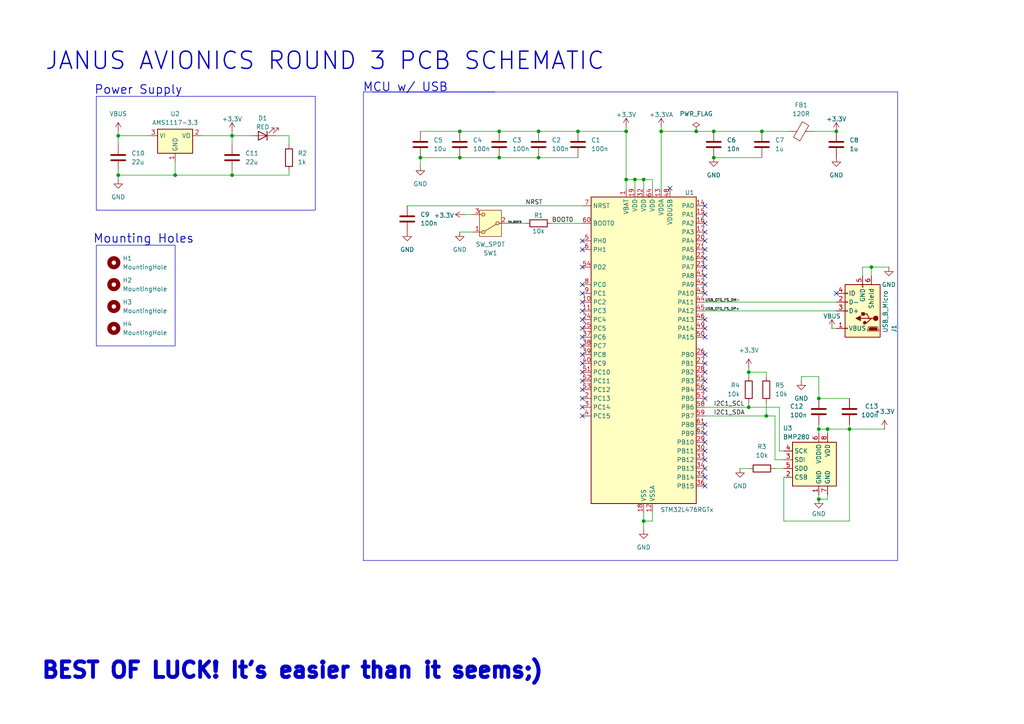
<source format=kicad_sch>
(kicad_sch
	(version 20250114)
	(generator "eeschema")
	(generator_version "9.0")
	(uuid "ba0e48e3-2a11-4b4f-a249-0e06fd98e5f1")
	(paper "A4")
	(title_block
		(title "JANUS AVIONICS ROUND 3 PCB SCHEMATIC")
		(date "2025-09-07")
		(rev "1.0")
		(company "JANUS")
	)
	(lib_symbols
		(symbol "Connector:USB_B_Micro"
			(pin_names
				(offset 1.016)
			)
			(exclude_from_sim no)
			(in_bom yes)
			(on_board yes)
			(property "Reference" "J"
				(at -5.08 11.43 0)
				(effects
					(font
						(size 1.27 1.27)
					)
					(justify left)
				)
			)
			(property "Value" "USB_B_Micro"
				(at -5.08 8.89 0)
				(effects
					(font
						(size 1.27 1.27)
					)
					(justify left)
				)
			)
			(property "Footprint" ""
				(at 3.81 -1.27 0)
				(effects
					(font
						(size 1.27 1.27)
					)
					(hide yes)
				)
			)
			(property "Datasheet" "~"
				(at 3.81 -1.27 0)
				(effects
					(font
						(size 1.27 1.27)
					)
					(hide yes)
				)
			)
			(property "Description" "USB Micro Type B connector"
				(at 0 0 0)
				(effects
					(font
						(size 1.27 1.27)
					)
					(hide yes)
				)
			)
			(property "ki_keywords" "connector USB micro"
				(at 0 0 0)
				(effects
					(font
						(size 1.27 1.27)
					)
					(hide yes)
				)
			)
			(property "ki_fp_filters" "USB*"
				(at 0 0 0)
				(effects
					(font
						(size 1.27 1.27)
					)
					(hide yes)
				)
			)
			(symbol "USB_B_Micro_0_1"
				(rectangle
					(start -5.08 -7.62)
					(end 5.08 7.62)
					(stroke
						(width 0.254)
						(type default)
					)
					(fill
						(type background)
					)
				)
				(polyline
					(pts
						(xy -4.699 5.842) (xy -4.699 5.588) (xy -4.445 4.826) (xy -4.445 4.572) (xy -1.651 4.572) (xy -1.651 4.826)
						(xy -1.397 5.588) (xy -1.397 5.842) (xy -4.699 5.842)
					)
					(stroke
						(width 0)
						(type default)
					)
					(fill
						(type none)
					)
				)
				(polyline
					(pts
						(xy -4.318 5.588) (xy -1.778 5.588) (xy -2.032 4.826) (xy -4.064 4.826) (xy -4.318 5.588)
					)
					(stroke
						(width 0)
						(type default)
					)
					(fill
						(type outline)
					)
				)
				(circle
					(center -3.81 2.159)
					(radius 0.635)
					(stroke
						(width 0.254)
						(type default)
					)
					(fill
						(type outline)
					)
				)
				(polyline
					(pts
						(xy -3.175 2.159) (xy -2.54 2.159) (xy -1.27 3.429) (xy -0.635 3.429)
					)
					(stroke
						(width 0.254)
						(type default)
					)
					(fill
						(type none)
					)
				)
				(polyline
					(pts
						(xy -2.54 2.159) (xy -1.905 2.159) (xy -1.27 0.889) (xy 0 0.889)
					)
					(stroke
						(width 0.254)
						(type default)
					)
					(fill
						(type none)
					)
				)
				(polyline
					(pts
						(xy -1.905 2.159) (xy 0.635 2.159)
					)
					(stroke
						(width 0.254)
						(type default)
					)
					(fill
						(type none)
					)
				)
				(circle
					(center -0.635 3.429)
					(radius 0.381)
					(stroke
						(width 0.254)
						(type default)
					)
					(fill
						(type outline)
					)
				)
				(rectangle
					(start -0.127 -7.62)
					(end 0.127 -6.858)
					(stroke
						(width 0)
						(type default)
					)
					(fill
						(type none)
					)
				)
				(rectangle
					(start 0.254 1.27)
					(end -0.508 0.508)
					(stroke
						(width 0.254)
						(type default)
					)
					(fill
						(type outline)
					)
				)
				(polyline
					(pts
						(xy 0.635 2.794) (xy 0.635 1.524) (xy 1.905 2.159) (xy 0.635 2.794)
					)
					(stroke
						(width 0.254)
						(type default)
					)
					(fill
						(type outline)
					)
				)
				(rectangle
					(start 5.08 4.953)
					(end 4.318 5.207)
					(stroke
						(width 0)
						(type default)
					)
					(fill
						(type none)
					)
				)
				(rectangle
					(start 5.08 -0.127)
					(end 4.318 0.127)
					(stroke
						(width 0)
						(type default)
					)
					(fill
						(type none)
					)
				)
				(rectangle
					(start 5.08 -2.667)
					(end 4.318 -2.413)
					(stroke
						(width 0)
						(type default)
					)
					(fill
						(type none)
					)
				)
				(rectangle
					(start 5.08 -5.207)
					(end 4.318 -4.953)
					(stroke
						(width 0)
						(type default)
					)
					(fill
						(type none)
					)
				)
			)
			(symbol "USB_B_Micro_1_1"
				(pin passive line
					(at -2.54 -10.16 90)
					(length 2.54)
					(name "Shield"
						(effects
							(font
								(size 1.27 1.27)
							)
						)
					)
					(number "6"
						(effects
							(font
								(size 1.27 1.27)
							)
						)
					)
				)
				(pin power_out line
					(at 0 -10.16 90)
					(length 2.54)
					(name "GND"
						(effects
							(font
								(size 1.27 1.27)
							)
						)
					)
					(number "5"
						(effects
							(font
								(size 1.27 1.27)
							)
						)
					)
				)
				(pin power_out line
					(at 7.62 5.08 180)
					(length 2.54)
					(name "VBUS"
						(effects
							(font
								(size 1.27 1.27)
							)
						)
					)
					(number "1"
						(effects
							(font
								(size 1.27 1.27)
							)
						)
					)
				)
				(pin bidirectional line
					(at 7.62 0 180)
					(length 2.54)
					(name "D+"
						(effects
							(font
								(size 1.27 1.27)
							)
						)
					)
					(number "3"
						(effects
							(font
								(size 1.27 1.27)
							)
						)
					)
				)
				(pin bidirectional line
					(at 7.62 -2.54 180)
					(length 2.54)
					(name "D-"
						(effects
							(font
								(size 1.27 1.27)
							)
						)
					)
					(number "2"
						(effects
							(font
								(size 1.27 1.27)
							)
						)
					)
				)
				(pin passive line
					(at 7.62 -5.08 180)
					(length 2.54)
					(name "ID"
						(effects
							(font
								(size 1.27 1.27)
							)
						)
					)
					(number "4"
						(effects
							(font
								(size 1.27 1.27)
							)
						)
					)
				)
			)
			(embedded_fonts no)
		)
		(symbol "Device:C"
			(pin_numbers
				(hide yes)
			)
			(pin_names
				(offset 0.254)
			)
			(exclude_from_sim no)
			(in_bom yes)
			(on_board yes)
			(property "Reference" "C"
				(at 0.635 2.54 0)
				(effects
					(font
						(size 1.27 1.27)
					)
					(justify left)
				)
			)
			(property "Value" "C"
				(at 0.635 -2.54 0)
				(effects
					(font
						(size 1.27 1.27)
					)
					(justify left)
				)
			)
			(property "Footprint" ""
				(at 0.9652 -3.81 0)
				(effects
					(font
						(size 1.27 1.27)
					)
					(hide yes)
				)
			)
			(property "Datasheet" "~"
				(at 0 0 0)
				(effects
					(font
						(size 1.27 1.27)
					)
					(hide yes)
				)
			)
			(property "Description" "Unpolarized capacitor"
				(at 0 0 0)
				(effects
					(font
						(size 1.27 1.27)
					)
					(hide yes)
				)
			)
			(property "ki_keywords" "cap capacitor"
				(at 0 0 0)
				(effects
					(font
						(size 1.27 1.27)
					)
					(hide yes)
				)
			)
			(property "ki_fp_filters" "C_*"
				(at 0 0 0)
				(effects
					(font
						(size 1.27 1.27)
					)
					(hide yes)
				)
			)
			(symbol "C_0_1"
				(polyline
					(pts
						(xy -2.032 0.762) (xy 2.032 0.762)
					)
					(stroke
						(width 0.508)
						(type default)
					)
					(fill
						(type none)
					)
				)
				(polyline
					(pts
						(xy -2.032 -0.762) (xy 2.032 -0.762)
					)
					(stroke
						(width 0.508)
						(type default)
					)
					(fill
						(type none)
					)
				)
			)
			(symbol "C_1_1"
				(pin passive line
					(at 0 3.81 270)
					(length 2.794)
					(name "~"
						(effects
							(font
								(size 1.27 1.27)
							)
						)
					)
					(number "1"
						(effects
							(font
								(size 1.27 1.27)
							)
						)
					)
				)
				(pin passive line
					(at 0 -3.81 90)
					(length 2.794)
					(name "~"
						(effects
							(font
								(size 1.27 1.27)
							)
						)
					)
					(number "2"
						(effects
							(font
								(size 1.27 1.27)
							)
						)
					)
				)
			)
			(embedded_fonts no)
		)
		(symbol "Device:FerriteBead"
			(pin_numbers
				(hide yes)
			)
			(pin_names
				(offset 0)
			)
			(exclude_from_sim no)
			(in_bom yes)
			(on_board yes)
			(property "Reference" "FB"
				(at -3.81 0.635 90)
				(effects
					(font
						(size 1.27 1.27)
					)
				)
			)
			(property "Value" "FerriteBead"
				(at 3.81 0 90)
				(effects
					(font
						(size 1.27 1.27)
					)
				)
			)
			(property "Footprint" ""
				(at -1.778 0 90)
				(effects
					(font
						(size 1.27 1.27)
					)
					(hide yes)
				)
			)
			(property "Datasheet" "~"
				(at 0 0 0)
				(effects
					(font
						(size 1.27 1.27)
					)
					(hide yes)
				)
			)
			(property "Description" "Ferrite bead"
				(at 0 0 0)
				(effects
					(font
						(size 1.27 1.27)
					)
					(hide yes)
				)
			)
			(property "ki_keywords" "L ferrite bead inductor filter"
				(at 0 0 0)
				(effects
					(font
						(size 1.27 1.27)
					)
					(hide yes)
				)
			)
			(property "ki_fp_filters" "Inductor_* L_* *Ferrite*"
				(at 0 0 0)
				(effects
					(font
						(size 1.27 1.27)
					)
					(hide yes)
				)
			)
			(symbol "FerriteBead_0_1"
				(polyline
					(pts
						(xy -2.7686 0.4064) (xy -1.7018 2.2606) (xy 2.7686 -0.3048) (xy 1.6764 -2.159) (xy -2.7686 0.4064)
					)
					(stroke
						(width 0)
						(type default)
					)
					(fill
						(type none)
					)
				)
				(polyline
					(pts
						(xy 0 1.27) (xy 0 1.2954)
					)
					(stroke
						(width 0)
						(type default)
					)
					(fill
						(type none)
					)
				)
				(polyline
					(pts
						(xy 0 -1.27) (xy 0 -1.2192)
					)
					(stroke
						(width 0)
						(type default)
					)
					(fill
						(type none)
					)
				)
			)
			(symbol "FerriteBead_1_1"
				(pin passive line
					(at 0 3.81 270)
					(length 2.54)
					(name "~"
						(effects
							(font
								(size 1.27 1.27)
							)
						)
					)
					(number "1"
						(effects
							(font
								(size 1.27 1.27)
							)
						)
					)
				)
				(pin passive line
					(at 0 -3.81 90)
					(length 2.54)
					(name "~"
						(effects
							(font
								(size 1.27 1.27)
							)
						)
					)
					(number "2"
						(effects
							(font
								(size 1.27 1.27)
							)
						)
					)
				)
			)
			(embedded_fonts no)
		)
		(symbol "Device:LED"
			(pin_numbers
				(hide yes)
			)
			(pin_names
				(offset 1.016)
				(hide yes)
			)
			(exclude_from_sim no)
			(in_bom yes)
			(on_board yes)
			(property "Reference" "D"
				(at 0 2.54 0)
				(effects
					(font
						(size 1.27 1.27)
					)
				)
			)
			(property "Value" "LED"
				(at 0 -2.54 0)
				(effects
					(font
						(size 1.27 1.27)
					)
				)
			)
			(property "Footprint" ""
				(at 0 0 0)
				(effects
					(font
						(size 1.27 1.27)
					)
					(hide yes)
				)
			)
			(property "Datasheet" "~"
				(at 0 0 0)
				(effects
					(font
						(size 1.27 1.27)
					)
					(hide yes)
				)
			)
			(property "Description" "Light emitting diode"
				(at 0 0 0)
				(effects
					(font
						(size 1.27 1.27)
					)
					(hide yes)
				)
			)
			(property "ki_keywords" "LED diode"
				(at 0 0 0)
				(effects
					(font
						(size 1.27 1.27)
					)
					(hide yes)
				)
			)
			(property "ki_fp_filters" "LED* LED_SMD:* LED_THT:*"
				(at 0 0 0)
				(effects
					(font
						(size 1.27 1.27)
					)
					(hide yes)
				)
			)
			(symbol "LED_0_1"
				(polyline
					(pts
						(xy -3.048 -0.762) (xy -4.572 -2.286) (xy -3.81 -2.286) (xy -4.572 -2.286) (xy -4.572 -1.524)
					)
					(stroke
						(width 0)
						(type default)
					)
					(fill
						(type none)
					)
				)
				(polyline
					(pts
						(xy -1.778 -0.762) (xy -3.302 -2.286) (xy -2.54 -2.286) (xy -3.302 -2.286) (xy -3.302 -1.524)
					)
					(stroke
						(width 0)
						(type default)
					)
					(fill
						(type none)
					)
				)
				(polyline
					(pts
						(xy -1.27 0) (xy 1.27 0)
					)
					(stroke
						(width 0)
						(type default)
					)
					(fill
						(type none)
					)
				)
				(polyline
					(pts
						(xy -1.27 -1.27) (xy -1.27 1.27)
					)
					(stroke
						(width 0.254)
						(type default)
					)
					(fill
						(type none)
					)
				)
				(polyline
					(pts
						(xy 1.27 -1.27) (xy 1.27 1.27) (xy -1.27 0) (xy 1.27 -1.27)
					)
					(stroke
						(width 0.254)
						(type default)
					)
					(fill
						(type none)
					)
				)
			)
			(symbol "LED_1_1"
				(pin passive line
					(at -3.81 0 0)
					(length 2.54)
					(name "K"
						(effects
							(font
								(size 1.27 1.27)
							)
						)
					)
					(number "1"
						(effects
							(font
								(size 1.27 1.27)
							)
						)
					)
				)
				(pin passive line
					(at 3.81 0 180)
					(length 2.54)
					(name "A"
						(effects
							(font
								(size 1.27 1.27)
							)
						)
					)
					(number "2"
						(effects
							(font
								(size 1.27 1.27)
							)
						)
					)
				)
			)
			(embedded_fonts no)
		)
		(symbol "Device:R"
			(pin_numbers
				(hide yes)
			)
			(pin_names
				(offset 0)
			)
			(exclude_from_sim no)
			(in_bom yes)
			(on_board yes)
			(property "Reference" "R"
				(at 2.032 0 90)
				(effects
					(font
						(size 1.27 1.27)
					)
				)
			)
			(property "Value" "R"
				(at 0 0 90)
				(effects
					(font
						(size 1.27 1.27)
					)
				)
			)
			(property "Footprint" ""
				(at -1.778 0 90)
				(effects
					(font
						(size 1.27 1.27)
					)
					(hide yes)
				)
			)
			(property "Datasheet" "~"
				(at 0 0 0)
				(effects
					(font
						(size 1.27 1.27)
					)
					(hide yes)
				)
			)
			(property "Description" "Resistor"
				(at 0 0 0)
				(effects
					(font
						(size 1.27 1.27)
					)
					(hide yes)
				)
			)
			(property "ki_keywords" "R res resistor"
				(at 0 0 0)
				(effects
					(font
						(size 1.27 1.27)
					)
					(hide yes)
				)
			)
			(property "ki_fp_filters" "R_*"
				(at 0 0 0)
				(effects
					(font
						(size 1.27 1.27)
					)
					(hide yes)
				)
			)
			(symbol "R_0_1"
				(rectangle
					(start -1.016 -2.54)
					(end 1.016 2.54)
					(stroke
						(width 0.254)
						(type default)
					)
					(fill
						(type none)
					)
				)
			)
			(symbol "R_1_1"
				(pin passive line
					(at 0 3.81 270)
					(length 1.27)
					(name "~"
						(effects
							(font
								(size 1.27 1.27)
							)
						)
					)
					(number "1"
						(effects
							(font
								(size 1.27 1.27)
							)
						)
					)
				)
				(pin passive line
					(at 0 -3.81 90)
					(length 1.27)
					(name "~"
						(effects
							(font
								(size 1.27 1.27)
							)
						)
					)
					(number "2"
						(effects
							(font
								(size 1.27 1.27)
							)
						)
					)
				)
			)
			(embedded_fonts no)
		)
		(symbol "MCU_ST_STM32L4:STM32L476RGTx"
			(exclude_from_sim no)
			(in_bom yes)
			(on_board yes)
			(property "Reference" "U"
				(at -15.24 46.99 0)
				(effects
					(font
						(size 1.27 1.27)
					)
					(justify left)
				)
			)
			(property "Value" "STM32L476RGTx"
				(at 10.16 46.99 0)
				(effects
					(font
						(size 1.27 1.27)
					)
					(justify left)
				)
			)
			(property "Footprint" "Package_QFP:LQFP-64_10x10mm_P0.5mm"
				(at -15.24 -43.18 0)
				(effects
					(font
						(size 1.27 1.27)
					)
					(justify right)
					(hide yes)
				)
			)
			(property "Datasheet" "https://www.st.com/resource/en/datasheet/stm32l476rg.pdf"
				(at 0 0 0)
				(effects
					(font
						(size 1.27 1.27)
					)
					(hide yes)
				)
			)
			(property "Description" "STMicroelectronics Arm Cortex-M4 MCU, 1024KB flash, 128KB RAM, 80 MHz, 1.71-3.6V, 51 GPIO, LQFP64"
				(at 0 0 0)
				(effects
					(font
						(size 1.27 1.27)
					)
					(hide yes)
				)
			)
			(property "ki_locked" ""
				(at 0 0 0)
				(effects
					(font
						(size 1.27 1.27)
					)
				)
			)
			(property "ki_keywords" "Arm Cortex-M4 STM32L4 STM32L4x6"
				(at 0 0 0)
				(effects
					(font
						(size 1.27 1.27)
					)
					(hide yes)
				)
			)
			(property "ki_fp_filters" "LQFP*10x10mm*P0.5mm*"
				(at 0 0 0)
				(effects
					(font
						(size 1.27 1.27)
					)
					(hide yes)
				)
			)
			(symbol "STM32L476RGTx_0_1"
				(rectangle
					(start -15.24 -43.18)
					(end 15.24 45.72)
					(stroke
						(width 0.254)
						(type default)
					)
					(fill
						(type background)
					)
				)
			)
			(symbol "STM32L476RGTx_1_1"
				(pin input line
					(at -17.78 43.18 0)
					(length 2.54)
					(name "NRST"
						(effects
							(font
								(size 1.27 1.27)
							)
						)
					)
					(number "7"
						(effects
							(font
								(size 1.27 1.27)
							)
						)
					)
				)
				(pin input line
					(at -17.78 38.1 0)
					(length 2.54)
					(name "BOOT0"
						(effects
							(font
								(size 1.27 1.27)
							)
						)
					)
					(number "60"
						(effects
							(font
								(size 1.27 1.27)
							)
						)
					)
				)
				(pin bidirectional line
					(at -17.78 33.02 0)
					(length 2.54)
					(name "PH0"
						(effects
							(font
								(size 1.27 1.27)
							)
						)
					)
					(number "5"
						(effects
							(font
								(size 1.27 1.27)
							)
						)
					)
					(alternate "RCC_OSC_IN" bidirectional line)
				)
				(pin bidirectional line
					(at -17.78 30.48 0)
					(length 2.54)
					(name "PH1"
						(effects
							(font
								(size 1.27 1.27)
							)
						)
					)
					(number "6"
						(effects
							(font
								(size 1.27 1.27)
							)
						)
					)
					(alternate "RCC_OSC_OUT" bidirectional line)
				)
				(pin bidirectional line
					(at -17.78 25.4 0)
					(length 2.54)
					(name "PD2"
						(effects
							(font
								(size 1.27 1.27)
							)
						)
					)
					(number "54"
						(effects
							(font
								(size 1.27 1.27)
							)
						)
					)
					(alternate "LCD_COM7" bidirectional line)
					(alternate "LCD_SEG31" bidirectional line)
					(alternate "LCD_SEG43" bidirectional line)
					(alternate "SDMMC1_CMD" bidirectional line)
					(alternate "TIM3_ETR" bidirectional line)
					(alternate "TSC_SYNC" bidirectional line)
					(alternate "UART5_RX" bidirectional line)
					(alternate "USART3_DE" bidirectional line)
					(alternate "USART3_RTS" bidirectional line)
				)
				(pin bidirectional line
					(at -17.78 20.32 0)
					(length 2.54)
					(name "PC0"
						(effects
							(font
								(size 1.27 1.27)
							)
						)
					)
					(number "8"
						(effects
							(font
								(size 1.27 1.27)
							)
						)
					)
					(alternate "ADC1_IN1" bidirectional line)
					(alternate "ADC2_IN1" bidirectional line)
					(alternate "ADC3_IN1" bidirectional line)
					(alternate "DFSDM1_DATIN4" bidirectional line)
					(alternate "I2C3_SCL" bidirectional line)
					(alternate "LCD_SEG18" bidirectional line)
					(alternate "LPTIM1_IN1" bidirectional line)
					(alternate "LPTIM2_IN1" bidirectional line)
					(alternate "LPUART1_RX" bidirectional line)
				)
				(pin bidirectional line
					(at -17.78 17.78 0)
					(length 2.54)
					(name "PC1"
						(effects
							(font
								(size 1.27 1.27)
							)
						)
					)
					(number "9"
						(effects
							(font
								(size 1.27 1.27)
							)
						)
					)
					(alternate "ADC1_IN2" bidirectional line)
					(alternate "ADC2_IN2" bidirectional line)
					(alternate "ADC3_IN2" bidirectional line)
					(alternate "DFSDM1_CKIN4" bidirectional line)
					(alternate "I2C3_SDA" bidirectional line)
					(alternate "LCD_SEG19" bidirectional line)
					(alternate "LPTIM1_OUT" bidirectional line)
					(alternate "LPUART1_TX" bidirectional line)
				)
				(pin bidirectional line
					(at -17.78 15.24 0)
					(length 2.54)
					(name "PC2"
						(effects
							(font
								(size 1.27 1.27)
							)
						)
					)
					(number "10"
						(effects
							(font
								(size 1.27 1.27)
							)
						)
					)
					(alternate "ADC1_IN3" bidirectional line)
					(alternate "ADC2_IN3" bidirectional line)
					(alternate "ADC3_IN3" bidirectional line)
					(alternate "DFSDM1_CKOUT" bidirectional line)
					(alternate "LCD_SEG20" bidirectional line)
					(alternate "LPTIM1_IN2" bidirectional line)
					(alternate "SPI2_MISO" bidirectional line)
				)
				(pin bidirectional line
					(at -17.78 12.7 0)
					(length 2.54)
					(name "PC3"
						(effects
							(font
								(size 1.27 1.27)
							)
						)
					)
					(number "11"
						(effects
							(font
								(size 1.27 1.27)
							)
						)
					)
					(alternate "ADC1_IN4" bidirectional line)
					(alternate "ADC2_IN4" bidirectional line)
					(alternate "ADC3_IN4" bidirectional line)
					(alternate "LCD_VLCD" bidirectional line)
					(alternate "LPTIM1_ETR" bidirectional line)
					(alternate "LPTIM2_ETR" bidirectional line)
					(alternate "SAI1_SD_A" bidirectional line)
					(alternate "SPI2_MOSI" bidirectional line)
				)
				(pin bidirectional line
					(at -17.78 10.16 0)
					(length 2.54)
					(name "PC4"
						(effects
							(font
								(size 1.27 1.27)
							)
						)
					)
					(number "24"
						(effects
							(font
								(size 1.27 1.27)
							)
						)
					)
					(alternate "ADC1_IN13" bidirectional line)
					(alternate "ADC2_IN13" bidirectional line)
					(alternate "COMP1_INM" bidirectional line)
					(alternate "LCD_SEG22" bidirectional line)
					(alternate "USART3_TX" bidirectional line)
				)
				(pin bidirectional line
					(at -17.78 7.62 0)
					(length 2.54)
					(name "PC5"
						(effects
							(font
								(size 1.27 1.27)
							)
						)
					)
					(number "25"
						(effects
							(font
								(size 1.27 1.27)
							)
						)
					)
					(alternate "ADC1_IN14" bidirectional line)
					(alternate "ADC2_IN14" bidirectional line)
					(alternate "COMP1_INP" bidirectional line)
					(alternate "LCD_SEG23" bidirectional line)
					(alternate "SYS_WKUP5" bidirectional line)
					(alternate "USART3_RX" bidirectional line)
				)
				(pin bidirectional line
					(at -17.78 5.08 0)
					(length 2.54)
					(name "PC6"
						(effects
							(font
								(size 1.27 1.27)
							)
						)
					)
					(number "37"
						(effects
							(font
								(size 1.27 1.27)
							)
						)
					)
					(alternate "DFSDM1_CKIN3" bidirectional line)
					(alternate "LCD_SEG24" bidirectional line)
					(alternate "SAI2_MCLK_A" bidirectional line)
					(alternate "SDMMC1_D6" bidirectional line)
					(alternate "TIM3_CH1" bidirectional line)
					(alternate "TIM8_CH1" bidirectional line)
					(alternate "TSC_G4_IO1" bidirectional line)
				)
				(pin bidirectional line
					(at -17.78 2.54 0)
					(length 2.54)
					(name "PC7"
						(effects
							(font
								(size 1.27 1.27)
							)
						)
					)
					(number "38"
						(effects
							(font
								(size 1.27 1.27)
							)
						)
					)
					(alternate "DFSDM1_DATIN3" bidirectional line)
					(alternate "LCD_SEG25" bidirectional line)
					(alternate "SAI2_MCLK_B" bidirectional line)
					(alternate "SDMMC1_D7" bidirectional line)
					(alternate "TIM3_CH2" bidirectional line)
					(alternate "TIM8_CH2" bidirectional line)
					(alternate "TSC_G4_IO2" bidirectional line)
				)
				(pin bidirectional line
					(at -17.78 0 0)
					(length 2.54)
					(name "PC8"
						(effects
							(font
								(size 1.27 1.27)
							)
						)
					)
					(number "39"
						(effects
							(font
								(size 1.27 1.27)
							)
						)
					)
					(alternate "LCD_SEG26" bidirectional line)
					(alternate "SDMMC1_D0" bidirectional line)
					(alternate "TIM3_CH3" bidirectional line)
					(alternate "TIM8_CH3" bidirectional line)
					(alternate "TSC_G4_IO3" bidirectional line)
				)
				(pin bidirectional line
					(at -17.78 -2.54 0)
					(length 2.54)
					(name "PC9"
						(effects
							(font
								(size 1.27 1.27)
							)
						)
					)
					(number "40"
						(effects
							(font
								(size 1.27 1.27)
							)
						)
					)
					(alternate "DAC1_EXTI9" bidirectional line)
					(alternate "LCD_SEG27" bidirectional line)
					(alternate "SAI2_EXTCLK" bidirectional line)
					(alternate "SDMMC1_D1" bidirectional line)
					(alternate "TIM3_CH4" bidirectional line)
					(alternate "TIM8_BKIN2" bidirectional line)
					(alternate "TIM8_BKIN2_COMP1" bidirectional line)
					(alternate "TIM8_CH4" bidirectional line)
					(alternate "TSC_G4_IO4" bidirectional line)
					(alternate "USB_OTG_FS_NOE" bidirectional line)
				)
				(pin bidirectional line
					(at -17.78 -5.08 0)
					(length 2.54)
					(name "PC10"
						(effects
							(font
								(size 1.27 1.27)
							)
						)
					)
					(number "51"
						(effects
							(font
								(size 1.27 1.27)
							)
						)
					)
					(alternate "LCD_COM4" bidirectional line)
					(alternate "LCD_SEG28" bidirectional line)
					(alternate "LCD_SEG40" bidirectional line)
					(alternate "SAI2_SCK_B" bidirectional line)
					(alternate "SDMMC1_D2" bidirectional line)
					(alternate "SPI3_SCK" bidirectional line)
					(alternate "TSC_G3_IO2" bidirectional line)
					(alternate "UART4_TX" bidirectional line)
					(alternate "USART3_TX" bidirectional line)
				)
				(pin bidirectional line
					(at -17.78 -7.62 0)
					(length 2.54)
					(name "PC11"
						(effects
							(font
								(size 1.27 1.27)
							)
						)
					)
					(number "52"
						(effects
							(font
								(size 1.27 1.27)
							)
						)
					)
					(alternate "ADC1_EXTI11" bidirectional line)
					(alternate "ADC2_EXTI11" bidirectional line)
					(alternate "ADC3_EXTI11" bidirectional line)
					(alternate "LCD_COM5" bidirectional line)
					(alternate "LCD_SEG29" bidirectional line)
					(alternate "LCD_SEG41" bidirectional line)
					(alternate "SAI2_MCLK_B" bidirectional line)
					(alternate "SDMMC1_D3" bidirectional line)
					(alternate "SPI3_MISO" bidirectional line)
					(alternate "TSC_G3_IO3" bidirectional line)
					(alternate "UART4_RX" bidirectional line)
					(alternate "USART3_RX" bidirectional line)
				)
				(pin bidirectional line
					(at -17.78 -10.16 0)
					(length 2.54)
					(name "PC12"
						(effects
							(font
								(size 1.27 1.27)
							)
						)
					)
					(number "53"
						(effects
							(font
								(size 1.27 1.27)
							)
						)
					)
					(alternate "LCD_COM6" bidirectional line)
					(alternate "LCD_SEG30" bidirectional line)
					(alternate "LCD_SEG42" bidirectional line)
					(alternate "SAI2_SD_B" bidirectional line)
					(alternate "SDMMC1_CK" bidirectional line)
					(alternate "SPI3_MOSI" bidirectional line)
					(alternate "TSC_G3_IO4" bidirectional line)
					(alternate "UART5_TX" bidirectional line)
					(alternate "USART3_CK" bidirectional line)
				)
				(pin bidirectional line
					(at -17.78 -12.7 0)
					(length 2.54)
					(name "PC13"
						(effects
							(font
								(size 1.27 1.27)
							)
						)
					)
					(number "2"
						(effects
							(font
								(size 1.27 1.27)
							)
						)
					)
					(alternate "RTC_OUT_ALARM" bidirectional line)
					(alternate "RTC_OUT_CALIB" bidirectional line)
					(alternate "RTC_TAMP1" bidirectional line)
					(alternate "RTC_TS" bidirectional line)
					(alternate "SYS_WKUP2" bidirectional line)
				)
				(pin bidirectional line
					(at -17.78 -15.24 0)
					(length 2.54)
					(name "PC14"
						(effects
							(font
								(size 1.27 1.27)
							)
						)
					)
					(number "3"
						(effects
							(font
								(size 1.27 1.27)
							)
						)
					)
					(alternate "RCC_OSC32_IN" bidirectional line)
				)
				(pin bidirectional line
					(at -17.78 -17.78 0)
					(length 2.54)
					(name "PC15"
						(effects
							(font
								(size 1.27 1.27)
							)
						)
					)
					(number "4"
						(effects
							(font
								(size 1.27 1.27)
							)
						)
					)
					(alternate "ADC1_EXTI15" bidirectional line)
					(alternate "ADC2_EXTI15" bidirectional line)
					(alternate "ADC3_EXTI15" bidirectional line)
					(alternate "RCC_OSC32_OUT" bidirectional line)
				)
				(pin power_in line
					(at -5.08 48.26 270)
					(length 2.54)
					(name "VBAT"
						(effects
							(font
								(size 1.27 1.27)
							)
						)
					)
					(number "1"
						(effects
							(font
								(size 1.27 1.27)
							)
						)
					)
				)
				(pin power_in line
					(at -2.54 48.26 270)
					(length 2.54)
					(name "VDD"
						(effects
							(font
								(size 1.27 1.27)
							)
						)
					)
					(number "19"
						(effects
							(font
								(size 1.27 1.27)
							)
						)
					)
				)
				(pin power_in line
					(at 0 48.26 270)
					(length 2.54)
					(name "VDD"
						(effects
							(font
								(size 1.27 1.27)
							)
						)
					)
					(number "32"
						(effects
							(font
								(size 1.27 1.27)
							)
						)
					)
				)
				(pin power_in line
					(at 0 -45.72 90)
					(length 2.54)
					(name "VSS"
						(effects
							(font
								(size 1.27 1.27)
							)
						)
					)
					(number "18"
						(effects
							(font
								(size 1.27 1.27)
							)
						)
					)
				)
				(pin passive line
					(at 0 -45.72 90)
					(length 2.54)
					(hide yes)
					(name "VSS"
						(effects
							(font
								(size 1.27 1.27)
							)
						)
					)
					(number "31"
						(effects
							(font
								(size 1.27 1.27)
							)
						)
					)
				)
				(pin passive line
					(at 0 -45.72 90)
					(length 2.54)
					(hide yes)
					(name "VSS"
						(effects
							(font
								(size 1.27 1.27)
							)
						)
					)
					(number "47"
						(effects
							(font
								(size 1.27 1.27)
							)
						)
					)
				)
				(pin passive line
					(at 0 -45.72 90)
					(length 2.54)
					(hide yes)
					(name "VSS"
						(effects
							(font
								(size 1.27 1.27)
							)
						)
					)
					(number "63"
						(effects
							(font
								(size 1.27 1.27)
							)
						)
					)
				)
				(pin power_in line
					(at 2.54 48.26 270)
					(length 2.54)
					(name "VDD"
						(effects
							(font
								(size 1.27 1.27)
							)
						)
					)
					(number "64"
						(effects
							(font
								(size 1.27 1.27)
							)
						)
					)
				)
				(pin power_in line
					(at 2.54 -45.72 90)
					(length 2.54)
					(name "VSSA"
						(effects
							(font
								(size 1.27 1.27)
							)
						)
					)
					(number "12"
						(effects
							(font
								(size 1.27 1.27)
							)
						)
					)
				)
				(pin power_in line
					(at 5.08 48.26 270)
					(length 2.54)
					(name "VDDA"
						(effects
							(font
								(size 1.27 1.27)
							)
						)
					)
					(number "13"
						(effects
							(font
								(size 1.27 1.27)
							)
						)
					)
				)
				(pin power_in line
					(at 7.62 48.26 270)
					(length 2.54)
					(name "VDDUSB"
						(effects
							(font
								(size 1.27 1.27)
							)
						)
					)
					(number "48"
						(effects
							(font
								(size 1.27 1.27)
							)
						)
					)
				)
				(pin bidirectional line
					(at 17.78 43.18 180)
					(length 2.54)
					(name "PA0"
						(effects
							(font
								(size 1.27 1.27)
							)
						)
					)
					(number "14"
						(effects
							(font
								(size 1.27 1.27)
							)
						)
					)
					(alternate "ADC1_IN5" bidirectional line)
					(alternate "ADC2_IN5" bidirectional line)
					(alternate "OPAMP1_VINP" bidirectional line)
					(alternate "RTC_TAMP2" bidirectional line)
					(alternate "SAI1_EXTCLK" bidirectional line)
					(alternate "SYS_WKUP1" bidirectional line)
					(alternate "TIM2_CH1" bidirectional line)
					(alternate "TIM2_ETR" bidirectional line)
					(alternate "TIM5_CH1" bidirectional line)
					(alternate "TIM8_ETR" bidirectional line)
					(alternate "UART4_TX" bidirectional line)
					(alternate "USART2_CTS" bidirectional line)
				)
				(pin bidirectional line
					(at 17.78 40.64 180)
					(length 2.54)
					(name "PA1"
						(effects
							(font
								(size 1.27 1.27)
							)
						)
					)
					(number "15"
						(effects
							(font
								(size 1.27 1.27)
							)
						)
					)
					(alternate "ADC1_IN6" bidirectional line)
					(alternate "ADC2_IN6" bidirectional line)
					(alternate "LCD_SEG0" bidirectional line)
					(alternate "OPAMP1_VINM" bidirectional line)
					(alternate "TIM15_CH1N" bidirectional line)
					(alternate "TIM2_CH2" bidirectional line)
					(alternate "TIM5_CH2" bidirectional line)
					(alternate "UART4_RX" bidirectional line)
					(alternate "USART2_DE" bidirectional line)
					(alternate "USART2_RTS" bidirectional line)
				)
				(pin bidirectional line
					(at 17.78 38.1 180)
					(length 2.54)
					(name "PA2"
						(effects
							(font
								(size 1.27 1.27)
							)
						)
					)
					(number "16"
						(effects
							(font
								(size 1.27 1.27)
							)
						)
					)
					(alternate "ADC1_IN7" bidirectional line)
					(alternate "ADC2_IN7" bidirectional line)
					(alternate "LCD_SEG1" bidirectional line)
					(alternate "RCC_LSCO" bidirectional line)
					(alternate "SAI2_EXTCLK" bidirectional line)
					(alternate "SYS_WKUP4" bidirectional line)
					(alternate "TIM15_CH1" bidirectional line)
					(alternate "TIM2_CH3" bidirectional line)
					(alternate "TIM5_CH3" bidirectional line)
					(alternate "USART2_TX" bidirectional line)
				)
				(pin bidirectional line
					(at 17.78 35.56 180)
					(length 2.54)
					(name "PA3"
						(effects
							(font
								(size 1.27 1.27)
							)
						)
					)
					(number "17"
						(effects
							(font
								(size 1.27 1.27)
							)
						)
					)
					(alternate "ADC1_IN8" bidirectional line)
					(alternate "ADC2_IN8" bidirectional line)
					(alternate "LCD_SEG2" bidirectional line)
					(alternate "OPAMP1_VOUT" bidirectional line)
					(alternate "TIM15_CH2" bidirectional line)
					(alternate "TIM2_CH4" bidirectional line)
					(alternate "TIM5_CH4" bidirectional line)
					(alternate "USART2_RX" bidirectional line)
				)
				(pin bidirectional line
					(at 17.78 33.02 180)
					(length 2.54)
					(name "PA4"
						(effects
							(font
								(size 1.27 1.27)
							)
						)
					)
					(number "20"
						(effects
							(font
								(size 1.27 1.27)
							)
						)
					)
					(alternate "ADC1_IN9" bidirectional line)
					(alternate "ADC2_IN9" bidirectional line)
					(alternate "DAC1_OUT1" bidirectional line)
					(alternate "LPTIM2_OUT" bidirectional line)
					(alternate "SAI1_FS_B" bidirectional line)
					(alternate "SPI1_NSS" bidirectional line)
					(alternate "SPI3_NSS" bidirectional line)
					(alternate "USART2_CK" bidirectional line)
				)
				(pin bidirectional line
					(at 17.78 30.48 180)
					(length 2.54)
					(name "PA5"
						(effects
							(font
								(size 1.27 1.27)
							)
						)
					)
					(number "21"
						(effects
							(font
								(size 1.27 1.27)
							)
						)
					)
					(alternate "ADC1_IN10" bidirectional line)
					(alternate "ADC2_IN10" bidirectional line)
					(alternate "DAC1_OUT2" bidirectional line)
					(alternate "LPTIM2_ETR" bidirectional line)
					(alternate "SPI1_SCK" bidirectional line)
					(alternate "TIM2_CH1" bidirectional line)
					(alternate "TIM2_ETR" bidirectional line)
					(alternate "TIM8_CH1N" bidirectional line)
				)
				(pin bidirectional line
					(at 17.78 27.94 180)
					(length 2.54)
					(name "PA6"
						(effects
							(font
								(size 1.27 1.27)
							)
						)
					)
					(number "22"
						(effects
							(font
								(size 1.27 1.27)
							)
						)
					)
					(alternate "ADC1_IN11" bidirectional line)
					(alternate "ADC2_IN11" bidirectional line)
					(alternate "LCD_SEG3" bidirectional line)
					(alternate "OPAMP2_VINP" bidirectional line)
					(alternate "QUADSPI_BK1_IO3" bidirectional line)
					(alternate "SPI1_MISO" bidirectional line)
					(alternate "TIM16_CH1" bidirectional line)
					(alternate "TIM1_BKIN" bidirectional line)
					(alternate "TIM1_BKIN_COMP2" bidirectional line)
					(alternate "TIM3_CH1" bidirectional line)
					(alternate "TIM8_BKIN" bidirectional line)
					(alternate "TIM8_BKIN_COMP2" bidirectional line)
					(alternate "USART3_CTS" bidirectional line)
				)
				(pin bidirectional line
					(at 17.78 25.4 180)
					(length 2.54)
					(name "PA7"
						(effects
							(font
								(size 1.27 1.27)
							)
						)
					)
					(number "23"
						(effects
							(font
								(size 1.27 1.27)
							)
						)
					)
					(alternate "ADC1_IN12" bidirectional line)
					(alternate "ADC2_IN12" bidirectional line)
					(alternate "LCD_SEG4" bidirectional line)
					(alternate "OPAMP2_VINM" bidirectional line)
					(alternate "QUADSPI_BK1_IO2" bidirectional line)
					(alternate "SPI1_MOSI" bidirectional line)
					(alternate "TIM17_CH1" bidirectional line)
					(alternate "TIM1_CH1N" bidirectional line)
					(alternate "TIM3_CH2" bidirectional line)
					(alternate "TIM8_CH1N" bidirectional line)
				)
				(pin bidirectional line
					(at 17.78 22.86 180)
					(length 2.54)
					(name "PA8"
						(effects
							(font
								(size 1.27 1.27)
							)
						)
					)
					(number "41"
						(effects
							(font
								(size 1.27 1.27)
							)
						)
					)
					(alternate "LCD_COM0" bidirectional line)
					(alternate "LPTIM2_OUT" bidirectional line)
					(alternate "RCC_MCO" bidirectional line)
					(alternate "TIM1_CH1" bidirectional line)
					(alternate "USART1_CK" bidirectional line)
					(alternate "USB_OTG_FS_SOF" bidirectional line)
				)
				(pin bidirectional line
					(at 17.78 20.32 180)
					(length 2.54)
					(name "PA9"
						(effects
							(font
								(size 1.27 1.27)
							)
						)
					)
					(number "42"
						(effects
							(font
								(size 1.27 1.27)
							)
						)
					)
					(alternate "DAC1_EXTI9" bidirectional line)
					(alternate "LCD_COM1" bidirectional line)
					(alternate "TIM15_BKIN" bidirectional line)
					(alternate "TIM1_CH2" bidirectional line)
					(alternate "USART1_TX" bidirectional line)
					(alternate "USB_OTG_FS_VBUS" bidirectional line)
				)
				(pin bidirectional line
					(at 17.78 17.78 180)
					(length 2.54)
					(name "PA10"
						(effects
							(font
								(size 1.27 1.27)
							)
						)
					)
					(number "43"
						(effects
							(font
								(size 1.27 1.27)
							)
						)
					)
					(alternate "LCD_COM2" bidirectional line)
					(alternate "TIM17_BKIN" bidirectional line)
					(alternate "TIM1_CH3" bidirectional line)
					(alternate "USART1_RX" bidirectional line)
					(alternate "USB_OTG_FS_ID" bidirectional line)
				)
				(pin bidirectional line
					(at 17.78 15.24 180)
					(length 2.54)
					(name "PA11"
						(effects
							(font
								(size 1.27 1.27)
							)
						)
					)
					(number "44"
						(effects
							(font
								(size 1.27 1.27)
							)
						)
					)
					(alternate "ADC1_EXTI11" bidirectional line)
					(alternate "ADC2_EXTI11" bidirectional line)
					(alternate "ADC3_EXTI11" bidirectional line)
					(alternate "CAN1_RX" bidirectional line)
					(alternate "TIM1_BKIN2" bidirectional line)
					(alternate "TIM1_BKIN2_COMP1" bidirectional line)
					(alternate "TIM1_CH4" bidirectional line)
					(alternate "USART1_CTS" bidirectional line)
					(alternate "USB_OTG_FS_DM" bidirectional line)
				)
				(pin bidirectional line
					(at 17.78 12.7 180)
					(length 2.54)
					(name "PA12"
						(effects
							(font
								(size 1.27 1.27)
							)
						)
					)
					(number "45"
						(effects
							(font
								(size 1.27 1.27)
							)
						)
					)
					(alternate "CAN1_TX" bidirectional line)
					(alternate "TIM1_ETR" bidirectional line)
					(alternate "USART1_DE" bidirectional line)
					(alternate "USART1_RTS" bidirectional line)
					(alternate "USB_OTG_FS_DP" bidirectional line)
				)
				(pin bidirectional line
					(at 17.78 10.16 180)
					(length 2.54)
					(name "PA13"
						(effects
							(font
								(size 1.27 1.27)
							)
						)
					)
					(number "46"
						(effects
							(font
								(size 1.27 1.27)
							)
						)
					)
					(alternate "IR_OUT" bidirectional line)
					(alternate "SYS_JTMS-SWDIO" bidirectional line)
					(alternate "USB_OTG_FS_NOE" bidirectional line)
				)
				(pin bidirectional line
					(at 17.78 7.62 180)
					(length 2.54)
					(name "PA14"
						(effects
							(font
								(size 1.27 1.27)
							)
						)
					)
					(number "49"
						(effects
							(font
								(size 1.27 1.27)
							)
						)
					)
					(alternate "SYS_JTCK-SWCLK" bidirectional line)
				)
				(pin bidirectional line
					(at 17.78 5.08 180)
					(length 2.54)
					(name "PA15"
						(effects
							(font
								(size 1.27 1.27)
							)
						)
					)
					(number "50"
						(effects
							(font
								(size 1.27 1.27)
							)
						)
					)
					(alternate "ADC1_EXTI15" bidirectional line)
					(alternate "ADC2_EXTI15" bidirectional line)
					(alternate "ADC3_EXTI15" bidirectional line)
					(alternate "LCD_SEG17" bidirectional line)
					(alternate "SAI2_FS_B" bidirectional line)
					(alternate "SPI1_NSS" bidirectional line)
					(alternate "SPI3_NSS" bidirectional line)
					(alternate "SYS_JTDI" bidirectional line)
					(alternate "TIM2_CH1" bidirectional line)
					(alternate "TIM2_ETR" bidirectional line)
					(alternate "TSC_G3_IO1" bidirectional line)
					(alternate "UART4_DE" bidirectional line)
					(alternate "UART4_RTS" bidirectional line)
				)
				(pin bidirectional line
					(at 17.78 0 180)
					(length 2.54)
					(name "PB0"
						(effects
							(font
								(size 1.27 1.27)
							)
						)
					)
					(number "26"
						(effects
							(font
								(size 1.27 1.27)
							)
						)
					)
					(alternate "ADC1_IN15" bidirectional line)
					(alternate "ADC2_IN15" bidirectional line)
					(alternate "COMP1_OUT" bidirectional line)
					(alternate "LCD_SEG5" bidirectional line)
					(alternate "OPAMP2_VOUT" bidirectional line)
					(alternate "QUADSPI_BK1_IO1" bidirectional line)
					(alternate "TIM1_CH2N" bidirectional line)
					(alternate "TIM3_CH3" bidirectional line)
					(alternate "TIM8_CH2N" bidirectional line)
					(alternate "USART3_CK" bidirectional line)
				)
				(pin bidirectional line
					(at 17.78 -2.54 180)
					(length 2.54)
					(name "PB1"
						(effects
							(font
								(size 1.27 1.27)
							)
						)
					)
					(number "27"
						(effects
							(font
								(size 1.27 1.27)
							)
						)
					)
					(alternate "ADC1_IN16" bidirectional line)
					(alternate "ADC2_IN16" bidirectional line)
					(alternate "COMP1_INM" bidirectional line)
					(alternate "DFSDM1_DATIN0" bidirectional line)
					(alternate "LCD_SEG6" bidirectional line)
					(alternate "LPTIM2_IN1" bidirectional line)
					(alternate "QUADSPI_BK1_IO0" bidirectional line)
					(alternate "TIM1_CH3N" bidirectional line)
					(alternate "TIM3_CH4" bidirectional line)
					(alternate "TIM8_CH3N" bidirectional line)
					(alternate "USART3_DE" bidirectional line)
					(alternate "USART3_RTS" bidirectional line)
				)
				(pin bidirectional line
					(at 17.78 -5.08 180)
					(length 2.54)
					(name "PB2"
						(effects
							(font
								(size 1.27 1.27)
							)
						)
					)
					(number "28"
						(effects
							(font
								(size 1.27 1.27)
							)
						)
					)
					(alternate "COMP1_INP" bidirectional line)
					(alternate "DFSDM1_CKIN0" bidirectional line)
					(alternate "I2C3_SMBA" bidirectional line)
					(alternate "LPTIM1_OUT" bidirectional line)
					(alternate "RTC_OUT_ALARM" bidirectional line)
					(alternate "RTC_OUT_CALIB" bidirectional line)
				)
				(pin bidirectional line
					(at 17.78 -7.62 180)
					(length 2.54)
					(name "PB3"
						(effects
							(font
								(size 1.27 1.27)
							)
						)
					)
					(number "55"
						(effects
							(font
								(size 1.27 1.27)
							)
						)
					)
					(alternate "COMP2_INM" bidirectional line)
					(alternate "LCD_SEG7" bidirectional line)
					(alternate "SAI1_SCK_B" bidirectional line)
					(alternate "SPI1_SCK" bidirectional line)
					(alternate "SPI3_SCK" bidirectional line)
					(alternate "SYS_JTDO-SWO" bidirectional line)
					(alternate "TIM2_CH2" bidirectional line)
					(alternate "USART1_DE" bidirectional line)
					(alternate "USART1_RTS" bidirectional line)
				)
				(pin bidirectional line
					(at 17.78 -10.16 180)
					(length 2.54)
					(name "PB4"
						(effects
							(font
								(size 1.27 1.27)
							)
						)
					)
					(number "56"
						(effects
							(font
								(size 1.27 1.27)
							)
						)
					)
					(alternate "COMP2_INP" bidirectional line)
					(alternate "LCD_SEG8" bidirectional line)
					(alternate "SAI1_MCLK_B" bidirectional line)
					(alternate "SPI1_MISO" bidirectional line)
					(alternate "SPI3_MISO" bidirectional line)
					(alternate "SYS_JTRST" bidirectional line)
					(alternate "TIM17_BKIN" bidirectional line)
					(alternate "TIM3_CH1" bidirectional line)
					(alternate "TSC_G2_IO1" bidirectional line)
					(alternate "UART5_DE" bidirectional line)
					(alternate "UART5_RTS" bidirectional line)
					(alternate "USART1_CTS" bidirectional line)
				)
				(pin bidirectional line
					(at 17.78 -12.7 180)
					(length 2.54)
					(name "PB5"
						(effects
							(font
								(size 1.27 1.27)
							)
						)
					)
					(number "57"
						(effects
							(font
								(size 1.27 1.27)
							)
						)
					)
					(alternate "COMP2_OUT" bidirectional line)
					(alternate "I2C1_SMBA" bidirectional line)
					(alternate "LCD_SEG9" bidirectional line)
					(alternate "LPTIM1_IN1" bidirectional line)
					(alternate "SAI1_SD_B" bidirectional line)
					(alternate "SPI1_MOSI" bidirectional line)
					(alternate "SPI3_MOSI" bidirectional line)
					(alternate "TIM16_BKIN" bidirectional line)
					(alternate "TIM3_CH2" bidirectional line)
					(alternate "TSC_G2_IO2" bidirectional line)
					(alternate "UART5_CTS" bidirectional line)
					(alternate "USART1_CK" bidirectional line)
				)
				(pin bidirectional line
					(at 17.78 -15.24 180)
					(length 2.54)
					(name "PB6"
						(effects
							(font
								(size 1.27 1.27)
							)
						)
					)
					(number "58"
						(effects
							(font
								(size 1.27 1.27)
							)
						)
					)
					(alternate "COMP2_INP" bidirectional line)
					(alternate "DFSDM1_DATIN5" bidirectional line)
					(alternate "I2C1_SCL" bidirectional line)
					(alternate "LPTIM1_ETR" bidirectional line)
					(alternate "SAI1_FS_B" bidirectional line)
					(alternate "TIM16_CH1N" bidirectional line)
					(alternate "TIM4_CH1" bidirectional line)
					(alternate "TIM8_BKIN2" bidirectional line)
					(alternate "TIM8_BKIN2_COMP2" bidirectional line)
					(alternate "TSC_G2_IO3" bidirectional line)
					(alternate "USART1_TX" bidirectional line)
				)
				(pin bidirectional line
					(at 17.78 -17.78 180)
					(length 2.54)
					(name "PB7"
						(effects
							(font
								(size 1.27 1.27)
							)
						)
					)
					(number "59"
						(effects
							(font
								(size 1.27 1.27)
							)
						)
					)
					(alternate "COMP2_INM" bidirectional line)
					(alternate "DFSDM1_CKIN5" bidirectional line)
					(alternate "I2C1_SDA" bidirectional line)
					(alternate "LCD_SEG21" bidirectional line)
					(alternate "LPTIM1_IN2" bidirectional line)
					(alternate "SYS_PVD_IN" bidirectional line)
					(alternate "TIM17_CH1N" bidirectional line)
					(alternate "TIM4_CH2" bidirectional line)
					(alternate "TIM8_BKIN" bidirectional line)
					(alternate "TIM8_BKIN_COMP1" bidirectional line)
					(alternate "TSC_G2_IO4" bidirectional line)
					(alternate "UART4_CTS" bidirectional line)
					(alternate "USART1_RX" bidirectional line)
				)
				(pin bidirectional line
					(at 17.78 -20.32 180)
					(length 2.54)
					(name "PB8"
						(effects
							(font
								(size 1.27 1.27)
							)
						)
					)
					(number "61"
						(effects
							(font
								(size 1.27 1.27)
							)
						)
					)
					(alternate "CAN1_RX" bidirectional line)
					(alternate "DFSDM1_DATIN6" bidirectional line)
					(alternate "I2C1_SCL" bidirectional line)
					(alternate "LCD_SEG16" bidirectional line)
					(alternate "SAI1_MCLK_A" bidirectional line)
					(alternate "SDMMC1_D4" bidirectional line)
					(alternate "TIM16_CH1" bidirectional line)
					(alternate "TIM4_CH3" bidirectional line)
				)
				(pin bidirectional line
					(at 17.78 -22.86 180)
					(length 2.54)
					(name "PB9"
						(effects
							(font
								(size 1.27 1.27)
							)
						)
					)
					(number "62"
						(effects
							(font
								(size 1.27 1.27)
							)
						)
					)
					(alternate "CAN1_TX" bidirectional line)
					(alternate "DAC1_EXTI9" bidirectional line)
					(alternate "DFSDM1_CKIN6" bidirectional line)
					(alternate "I2C1_SDA" bidirectional line)
					(alternate "IR_OUT" bidirectional line)
					(alternate "LCD_COM3" bidirectional line)
					(alternate "SAI1_FS_A" bidirectional line)
					(alternate "SDMMC1_D5" bidirectional line)
					(alternate "SPI2_NSS" bidirectional line)
					(alternate "TIM17_CH1" bidirectional line)
					(alternate "TIM4_CH4" bidirectional line)
				)
				(pin bidirectional line
					(at 17.78 -25.4 180)
					(length 2.54)
					(name "PB10"
						(effects
							(font
								(size 1.27 1.27)
							)
						)
					)
					(number "29"
						(effects
							(font
								(size 1.27 1.27)
							)
						)
					)
					(alternate "COMP1_OUT" bidirectional line)
					(alternate "DFSDM1_DATIN7" bidirectional line)
					(alternate "I2C2_SCL" bidirectional line)
					(alternate "LCD_SEG10" bidirectional line)
					(alternate "LPUART1_RX" bidirectional line)
					(alternate "QUADSPI_CLK" bidirectional line)
					(alternate "SAI1_SCK_A" bidirectional line)
					(alternate "SPI2_SCK" bidirectional line)
					(alternate "TIM2_CH3" bidirectional line)
					(alternate "USART3_TX" bidirectional line)
				)
				(pin bidirectional line
					(at 17.78 -27.94 180)
					(length 2.54)
					(name "PB11"
						(effects
							(font
								(size 1.27 1.27)
							)
						)
					)
					(number "30"
						(effects
							(font
								(size 1.27 1.27)
							)
						)
					)
					(alternate "ADC1_EXTI11" bidirectional line)
					(alternate "ADC2_EXTI11" bidirectional line)
					(alternate "ADC3_EXTI11" bidirectional line)
					(alternate "COMP2_OUT" bidirectional line)
					(alternate "DFSDM1_CKIN7" bidirectional line)
					(alternate "I2C2_SDA" bidirectional line)
					(alternate "LCD_SEG11" bidirectional line)
					(alternate "LPUART1_TX" bidirectional line)
					(alternate "QUADSPI_NCS" bidirectional line)
					(alternate "TIM2_CH4" bidirectional line)
					(alternate "USART3_RX" bidirectional line)
				)
				(pin bidirectional line
					(at 17.78 -30.48 180)
					(length 2.54)
					(name "PB12"
						(effects
							(font
								(size 1.27 1.27)
							)
						)
					)
					(number "33"
						(effects
							(font
								(size 1.27 1.27)
							)
						)
					)
					(alternate "DFSDM1_DATIN1" bidirectional line)
					(alternate "I2C2_SMBA" bidirectional line)
					(alternate "LCD_SEG12" bidirectional line)
					(alternate "LPUART1_DE" bidirectional line)
					(alternate "LPUART1_RTS" bidirectional line)
					(alternate "SAI2_FS_A" bidirectional line)
					(alternate "SPI2_NSS" bidirectional line)
					(alternate "SWPMI1_IO" bidirectional line)
					(alternate "TIM15_BKIN" bidirectional line)
					(alternate "TIM1_BKIN" bidirectional line)
					(alternate "TIM1_BKIN_COMP2" bidirectional line)
					(alternate "TSC_G1_IO1" bidirectional line)
					(alternate "USART3_CK" bidirectional line)
				)
				(pin bidirectional line
					(at 17.78 -33.02 180)
					(length 2.54)
					(name "PB13"
						(effects
							(font
								(size 1.27 1.27)
							)
						)
					)
					(number "34"
						(effects
							(font
								(size 1.27 1.27)
							)
						)
					)
					(alternate "DFSDM1_CKIN1" bidirectional line)
					(alternate "I2C2_SCL" bidirectional line)
					(alternate "LCD_SEG13" bidirectional line)
					(alternate "LPUART1_CTS" bidirectional line)
					(alternate "SAI2_SCK_A" bidirectional line)
					(alternate "SPI2_SCK" bidirectional line)
					(alternate "SWPMI1_TX" bidirectional line)
					(alternate "TIM15_CH1N" bidirectional line)
					(alternate "TIM1_CH1N" bidirectional line)
					(alternate "TSC_G1_IO2" bidirectional line)
					(alternate "USART3_CTS" bidirectional line)
				)
				(pin bidirectional line
					(at 17.78 -35.56 180)
					(length 2.54)
					(name "PB14"
						(effects
							(font
								(size 1.27 1.27)
							)
						)
					)
					(number "35"
						(effects
							(font
								(size 1.27 1.27)
							)
						)
					)
					(alternate "DFSDM1_DATIN2" bidirectional line)
					(alternate "I2C2_SDA" bidirectional line)
					(alternate "LCD_SEG14" bidirectional line)
					(alternate "SAI2_MCLK_A" bidirectional line)
					(alternate "SPI2_MISO" bidirectional line)
					(alternate "SWPMI1_RX" bidirectional line)
					(alternate "TIM15_CH1" bidirectional line)
					(alternate "TIM1_CH2N" bidirectional line)
					(alternate "TIM8_CH2N" bidirectional line)
					(alternate "TSC_G1_IO3" bidirectional line)
					(alternate "USART3_DE" bidirectional line)
					(alternate "USART3_RTS" bidirectional line)
				)
				(pin bidirectional line
					(at 17.78 -38.1 180)
					(length 2.54)
					(name "PB15"
						(effects
							(font
								(size 1.27 1.27)
							)
						)
					)
					(number "36"
						(effects
							(font
								(size 1.27 1.27)
							)
						)
					)
					(alternate "ADC1_EXTI15" bidirectional line)
					(alternate "ADC2_EXTI15" bidirectional line)
					(alternate "ADC3_EXTI15" bidirectional line)
					(alternate "DFSDM1_CKIN2" bidirectional line)
					(alternate "LCD_SEG15" bidirectional line)
					(alternate "RTC_REFIN" bidirectional line)
					(alternate "SAI2_SD_A" bidirectional line)
					(alternate "SPI2_MOSI" bidirectional line)
					(alternate "SWPMI1_SUSPEND" bidirectional line)
					(alternate "TIM15_CH2" bidirectional line)
					(alternate "TIM1_CH3N" bidirectional line)
					(alternate "TIM8_CH3N" bidirectional line)
					(alternate "TSC_G1_IO4" bidirectional line)
				)
			)
			(embedded_fonts no)
		)
		(symbol "Mechanical:MountingHole"
			(pin_names
				(offset 1.016)
			)
			(exclude_from_sim yes)
			(in_bom no)
			(on_board yes)
			(property "Reference" "H"
				(at 0 5.08 0)
				(effects
					(font
						(size 1.27 1.27)
					)
				)
			)
			(property "Value" "MountingHole"
				(at 0 3.175 0)
				(effects
					(font
						(size 1.27 1.27)
					)
				)
			)
			(property "Footprint" ""
				(at 0 0 0)
				(effects
					(font
						(size 1.27 1.27)
					)
					(hide yes)
				)
			)
			(property "Datasheet" "~"
				(at 0 0 0)
				(effects
					(font
						(size 1.27 1.27)
					)
					(hide yes)
				)
			)
			(property "Description" "Mounting Hole without connection"
				(at 0 0 0)
				(effects
					(font
						(size 1.27 1.27)
					)
					(hide yes)
				)
			)
			(property "ki_keywords" "mounting hole"
				(at 0 0 0)
				(effects
					(font
						(size 1.27 1.27)
					)
					(hide yes)
				)
			)
			(property "ki_fp_filters" "MountingHole*"
				(at 0 0 0)
				(effects
					(font
						(size 1.27 1.27)
					)
					(hide yes)
				)
			)
			(symbol "MountingHole_0_1"
				(circle
					(center 0 0)
					(radius 1.27)
					(stroke
						(width 1.27)
						(type default)
					)
					(fill
						(type none)
					)
				)
			)
			(embedded_fonts no)
		)
		(symbol "Regulator_Linear:AMS1117-3.3"
			(exclude_from_sim no)
			(in_bom yes)
			(on_board yes)
			(property "Reference" "U"
				(at -3.81 3.175 0)
				(effects
					(font
						(size 1.27 1.27)
					)
				)
			)
			(property "Value" "AMS1117-3.3"
				(at 0 3.175 0)
				(effects
					(font
						(size 1.27 1.27)
					)
					(justify left)
				)
			)
			(property "Footprint" "Package_TO_SOT_SMD:SOT-223-3_TabPin2"
				(at 0 5.08 0)
				(effects
					(font
						(size 1.27 1.27)
					)
					(hide yes)
				)
			)
			(property "Datasheet" "http://www.advanced-monolithic.com/pdf/ds1117.pdf"
				(at 2.54 -6.35 0)
				(effects
					(font
						(size 1.27 1.27)
					)
					(hide yes)
				)
			)
			(property "Description" "1A Low Dropout regulator, positive, 3.3V fixed output, SOT-223"
				(at 0 0 0)
				(effects
					(font
						(size 1.27 1.27)
					)
					(hide yes)
				)
			)
			(property "ki_keywords" "linear regulator ldo fixed positive"
				(at 0 0 0)
				(effects
					(font
						(size 1.27 1.27)
					)
					(hide yes)
				)
			)
			(property "ki_fp_filters" "SOT?223*TabPin2*"
				(at 0 0 0)
				(effects
					(font
						(size 1.27 1.27)
					)
					(hide yes)
				)
			)
			(symbol "AMS1117-3.3_0_1"
				(rectangle
					(start -5.08 -5.08)
					(end 5.08 1.905)
					(stroke
						(width 0.254)
						(type default)
					)
					(fill
						(type background)
					)
				)
			)
			(symbol "AMS1117-3.3_1_1"
				(pin power_in line
					(at -7.62 0 0)
					(length 2.54)
					(name "VI"
						(effects
							(font
								(size 1.27 1.27)
							)
						)
					)
					(number "3"
						(effects
							(font
								(size 1.27 1.27)
							)
						)
					)
				)
				(pin power_in line
					(at 0 -7.62 90)
					(length 2.54)
					(name "GND"
						(effects
							(font
								(size 1.27 1.27)
							)
						)
					)
					(number "1"
						(effects
							(font
								(size 1.27 1.27)
							)
						)
					)
				)
				(pin power_out line
					(at 7.62 0 180)
					(length 2.54)
					(name "VO"
						(effects
							(font
								(size 1.27 1.27)
							)
						)
					)
					(number "2"
						(effects
							(font
								(size 1.27 1.27)
							)
						)
					)
				)
			)
			(embedded_fonts no)
		)
		(symbol "Sensor_Pressure:BMP280"
			(exclude_from_sim no)
			(in_bom yes)
			(on_board yes)
			(property "Reference" "U"
				(at -7.62 10.16 0)
				(effects
					(font
						(size 1.27 1.27)
					)
					(justify left top)
				)
			)
			(property "Value" "BMP280"
				(at 5.08 10.16 0)
				(effects
					(font
						(size 1.27 1.27)
					)
					(justify left top)
				)
			)
			(property "Footprint" "Package_LGA:Bosch_LGA-8_2x2.5mm_P0.65mm_ClockwisePinNumbering"
				(at 0 -17.78 0)
				(effects
					(font
						(size 1.27 1.27)
					)
					(hide yes)
				)
			)
			(property "Datasheet" "https://ae-bst.resource.bosch.com/media/_tech/media/datasheets/BST-BMP280-DS001.pdf"
				(at 0 0 0)
				(effects
					(font
						(size 1.27 1.27)
					)
					(hide yes)
				)
			)
			(property "Description" "Absolute Barometric Pressure Sensor, LGA-8"
				(at 0 0 0)
				(effects
					(font
						(size 1.27 1.27)
					)
					(hide yes)
				)
			)
			(property "ki_keywords" "I2C, SPI, pressure, temperature, sensor"
				(at 0 0 0)
				(effects
					(font
						(size 1.27 1.27)
					)
					(hide yes)
				)
			)
			(property "ki_fp_filters" "Bosch*LGA*2x2.5mm*P0.65mm*"
				(at 0 0 0)
				(effects
					(font
						(size 1.27 1.27)
					)
					(hide yes)
				)
			)
			(symbol "BMP280_0_1"
				(rectangle
					(start -7.62 -5.08)
					(end 5.08 7.62)
					(stroke
						(width 0.254)
						(type default)
					)
					(fill
						(type background)
					)
				)
			)
			(symbol "BMP280_1_1"
				(pin input line
					(at -10.16 5.08 0)
					(length 2.54)
					(name "SCK"
						(effects
							(font
								(size 1.27 1.27)
							)
						)
					)
					(number "4"
						(effects
							(font
								(size 1.27 1.27)
							)
						)
					)
				)
				(pin bidirectional line
					(at -10.16 2.54 0)
					(length 2.54)
					(name "SDI"
						(effects
							(font
								(size 1.27 1.27)
							)
						)
					)
					(number "3"
						(effects
							(font
								(size 1.27 1.27)
							)
						)
					)
				)
				(pin bidirectional line
					(at -10.16 0 0)
					(length 2.54)
					(name "SDO"
						(effects
							(font
								(size 1.27 1.27)
							)
						)
					)
					(number "5"
						(effects
							(font
								(size 1.27 1.27)
							)
						)
					)
				)
				(pin input line
					(at -10.16 -2.54 0)
					(length 2.54)
					(name "CSB"
						(effects
							(font
								(size 1.27 1.27)
							)
						)
					)
					(number "2"
						(effects
							(font
								(size 1.27 1.27)
							)
						)
					)
				)
				(pin power_in line
					(at 0 10.16 270)
					(length 2.54)
					(name "VDDIO"
						(effects
							(font
								(size 1.27 1.27)
							)
						)
					)
					(number "6"
						(effects
							(font
								(size 1.27 1.27)
							)
						)
					)
				)
				(pin power_in line
					(at 0 -7.62 90)
					(length 2.54)
					(name "GND"
						(effects
							(font
								(size 1.27 1.27)
							)
						)
					)
					(number "1"
						(effects
							(font
								(size 1.27 1.27)
							)
						)
					)
				)
				(pin power_in line
					(at 2.54 10.16 270)
					(length 2.54)
					(name "VDD"
						(effects
							(font
								(size 1.27 1.27)
							)
						)
					)
					(number "8"
						(effects
							(font
								(size 1.27 1.27)
							)
						)
					)
				)
				(pin power_in line
					(at 2.54 -7.62 90)
					(length 2.54)
					(name "GND"
						(effects
							(font
								(size 1.27 1.27)
							)
						)
					)
					(number "7"
						(effects
							(font
								(size 1.27 1.27)
							)
						)
					)
				)
			)
			(embedded_fonts no)
		)
		(symbol "Switch:SW_SPDT"
			(pin_names
				(offset 0)
				(hide yes)
			)
			(exclude_from_sim no)
			(in_bom yes)
			(on_board yes)
			(property "Reference" "SW"
				(at 0 5.08 0)
				(effects
					(font
						(size 1.27 1.27)
					)
				)
			)
			(property "Value" "SW_SPDT"
				(at 0 -5.08 0)
				(effects
					(font
						(size 1.27 1.27)
					)
				)
			)
			(property "Footprint" ""
				(at 0 0 0)
				(effects
					(font
						(size 1.27 1.27)
					)
					(hide yes)
				)
			)
			(property "Datasheet" "~"
				(at 0 -7.62 0)
				(effects
					(font
						(size 1.27 1.27)
					)
					(hide yes)
				)
			)
			(property "Description" "Switch, single pole double throw"
				(at 0 0 0)
				(effects
					(font
						(size 1.27 1.27)
					)
					(hide yes)
				)
			)
			(property "ki_keywords" "switch single-pole double-throw spdt ON-ON"
				(at 0 0 0)
				(effects
					(font
						(size 1.27 1.27)
					)
					(hide yes)
				)
			)
			(symbol "SW_SPDT_0_1"
				(circle
					(center -2.032 0)
					(radius 0.4572)
					(stroke
						(width 0)
						(type default)
					)
					(fill
						(type none)
					)
				)
				(polyline
					(pts
						(xy -1.651 0.254) (xy 1.651 2.286)
					)
					(stroke
						(width 0)
						(type default)
					)
					(fill
						(type none)
					)
				)
				(circle
					(center 2.032 2.54)
					(radius 0.4572)
					(stroke
						(width 0)
						(type default)
					)
					(fill
						(type none)
					)
				)
				(circle
					(center 2.032 -2.54)
					(radius 0.4572)
					(stroke
						(width 0)
						(type default)
					)
					(fill
						(type none)
					)
				)
			)
			(symbol "SW_SPDT_1_1"
				(rectangle
					(start -3.175 3.81)
					(end 3.175 -3.81)
					(stroke
						(width 0)
						(type default)
					)
					(fill
						(type background)
					)
				)
				(pin passive line
					(at -5.08 0 0)
					(length 2.54)
					(name "B"
						(effects
							(font
								(size 1.27 1.27)
							)
						)
					)
					(number "2"
						(effects
							(font
								(size 1.27 1.27)
							)
						)
					)
				)
				(pin passive line
					(at 5.08 2.54 180)
					(length 2.54)
					(name "A"
						(effects
							(font
								(size 1.27 1.27)
							)
						)
					)
					(number "1"
						(effects
							(font
								(size 1.27 1.27)
							)
						)
					)
				)
				(pin passive line
					(at 5.08 -2.54 180)
					(length 2.54)
					(name "C"
						(effects
							(font
								(size 1.27 1.27)
							)
						)
					)
					(number "3"
						(effects
							(font
								(size 1.27 1.27)
							)
						)
					)
				)
			)
			(embedded_fonts no)
		)
		(symbol "power:+3.3V"
			(power)
			(pin_numbers
				(hide yes)
			)
			(pin_names
				(offset 0)
				(hide yes)
			)
			(exclude_from_sim no)
			(in_bom yes)
			(on_board yes)
			(property "Reference" "#PWR"
				(at 0 -3.81 0)
				(effects
					(font
						(size 1.27 1.27)
					)
					(hide yes)
				)
			)
			(property "Value" "+3.3V"
				(at 0 3.556 0)
				(effects
					(font
						(size 1.27 1.27)
					)
				)
			)
			(property "Footprint" ""
				(at 0 0 0)
				(effects
					(font
						(size 1.27 1.27)
					)
					(hide yes)
				)
			)
			(property "Datasheet" ""
				(at 0 0 0)
				(effects
					(font
						(size 1.27 1.27)
					)
					(hide yes)
				)
			)
			(property "Description" "Power symbol creates a global label with name \"+3.3V\""
				(at 0 0 0)
				(effects
					(font
						(size 1.27 1.27)
					)
					(hide yes)
				)
			)
			(property "ki_keywords" "global power"
				(at 0 0 0)
				(effects
					(font
						(size 1.27 1.27)
					)
					(hide yes)
				)
			)
			(symbol "+3.3V_0_1"
				(polyline
					(pts
						(xy -0.762 1.27) (xy 0 2.54)
					)
					(stroke
						(width 0)
						(type default)
					)
					(fill
						(type none)
					)
				)
				(polyline
					(pts
						(xy 0 2.54) (xy 0.762 1.27)
					)
					(stroke
						(width 0)
						(type default)
					)
					(fill
						(type none)
					)
				)
				(polyline
					(pts
						(xy 0 0) (xy 0 2.54)
					)
					(stroke
						(width 0)
						(type default)
					)
					(fill
						(type none)
					)
				)
			)
			(symbol "+3.3V_1_1"
				(pin power_in line
					(at 0 0 90)
					(length 0)
					(name "~"
						(effects
							(font
								(size 1.27 1.27)
							)
						)
					)
					(number "1"
						(effects
							(font
								(size 1.27 1.27)
							)
						)
					)
				)
			)
			(embedded_fonts no)
		)
		(symbol "power:+3.3VA"
			(power)
			(pin_numbers
				(hide yes)
			)
			(pin_names
				(offset 0)
				(hide yes)
			)
			(exclude_from_sim no)
			(in_bom yes)
			(on_board yes)
			(property "Reference" "#PWR"
				(at 0 -3.81 0)
				(effects
					(font
						(size 1.27 1.27)
					)
					(hide yes)
				)
			)
			(property "Value" "+3.3VA"
				(at 0 3.556 0)
				(effects
					(font
						(size 1.27 1.27)
					)
				)
			)
			(property "Footprint" ""
				(at 0 0 0)
				(effects
					(font
						(size 1.27 1.27)
					)
					(hide yes)
				)
			)
			(property "Datasheet" ""
				(at 0 0 0)
				(effects
					(font
						(size 1.27 1.27)
					)
					(hide yes)
				)
			)
			(property "Description" "Power symbol creates a global label with name \"+3.3VA\""
				(at 0 0 0)
				(effects
					(font
						(size 1.27 1.27)
					)
					(hide yes)
				)
			)
			(property "ki_keywords" "global power"
				(at 0 0 0)
				(effects
					(font
						(size 1.27 1.27)
					)
					(hide yes)
				)
			)
			(symbol "+3.3VA_0_1"
				(polyline
					(pts
						(xy -0.762 1.27) (xy 0 2.54)
					)
					(stroke
						(width 0)
						(type default)
					)
					(fill
						(type none)
					)
				)
				(polyline
					(pts
						(xy 0 2.54) (xy 0.762 1.27)
					)
					(stroke
						(width 0)
						(type default)
					)
					(fill
						(type none)
					)
				)
				(polyline
					(pts
						(xy 0 0) (xy 0 2.54)
					)
					(stroke
						(width 0)
						(type default)
					)
					(fill
						(type none)
					)
				)
			)
			(symbol "+3.3VA_1_1"
				(pin power_in line
					(at 0 0 90)
					(length 0)
					(name "~"
						(effects
							(font
								(size 1.27 1.27)
							)
						)
					)
					(number "1"
						(effects
							(font
								(size 1.27 1.27)
							)
						)
					)
				)
			)
			(embedded_fonts no)
		)
		(symbol "power:GND"
			(power)
			(pin_numbers
				(hide yes)
			)
			(pin_names
				(offset 0)
				(hide yes)
			)
			(exclude_from_sim no)
			(in_bom yes)
			(on_board yes)
			(property "Reference" "#PWR"
				(at 0 -6.35 0)
				(effects
					(font
						(size 1.27 1.27)
					)
					(hide yes)
				)
			)
			(property "Value" "GND"
				(at 0 -3.81 0)
				(effects
					(font
						(size 1.27 1.27)
					)
				)
			)
			(property "Footprint" ""
				(at 0 0 0)
				(effects
					(font
						(size 1.27 1.27)
					)
					(hide yes)
				)
			)
			(property "Datasheet" ""
				(at 0 0 0)
				(effects
					(font
						(size 1.27 1.27)
					)
					(hide yes)
				)
			)
			(property "Description" "Power symbol creates a global label with name \"GND\" , ground"
				(at 0 0 0)
				(effects
					(font
						(size 1.27 1.27)
					)
					(hide yes)
				)
			)
			(property "ki_keywords" "global power"
				(at 0 0 0)
				(effects
					(font
						(size 1.27 1.27)
					)
					(hide yes)
				)
			)
			(symbol "GND_0_1"
				(polyline
					(pts
						(xy 0 0) (xy 0 -1.27) (xy 1.27 -1.27) (xy 0 -2.54) (xy -1.27 -1.27) (xy 0 -1.27)
					)
					(stroke
						(width 0)
						(type default)
					)
					(fill
						(type none)
					)
				)
			)
			(symbol "GND_1_1"
				(pin power_in line
					(at 0 0 270)
					(length 0)
					(name "~"
						(effects
							(font
								(size 1.27 1.27)
							)
						)
					)
					(number "1"
						(effects
							(font
								(size 1.27 1.27)
							)
						)
					)
				)
			)
			(embedded_fonts no)
		)
		(symbol "power:PWR_FLAG"
			(power)
			(pin_numbers
				(hide yes)
			)
			(pin_names
				(offset 0)
				(hide yes)
			)
			(exclude_from_sim no)
			(in_bom yes)
			(on_board yes)
			(property "Reference" "#FLG"
				(at 0 1.905 0)
				(effects
					(font
						(size 1.27 1.27)
					)
					(hide yes)
				)
			)
			(property "Value" "PWR_FLAG"
				(at 0 3.81 0)
				(effects
					(font
						(size 1.27 1.27)
					)
				)
			)
			(property "Footprint" ""
				(at 0 0 0)
				(effects
					(font
						(size 1.27 1.27)
					)
					(hide yes)
				)
			)
			(property "Datasheet" "~"
				(at 0 0 0)
				(effects
					(font
						(size 1.27 1.27)
					)
					(hide yes)
				)
			)
			(property "Description" "Special symbol for telling ERC where power comes from"
				(at 0 0 0)
				(effects
					(font
						(size 1.27 1.27)
					)
					(hide yes)
				)
			)
			(property "ki_keywords" "flag power"
				(at 0 0 0)
				(effects
					(font
						(size 1.27 1.27)
					)
					(hide yes)
				)
			)
			(symbol "PWR_FLAG_0_0"
				(pin power_out line
					(at 0 0 90)
					(length 0)
					(name "~"
						(effects
							(font
								(size 1.27 1.27)
							)
						)
					)
					(number "1"
						(effects
							(font
								(size 1.27 1.27)
							)
						)
					)
				)
			)
			(symbol "PWR_FLAG_0_1"
				(polyline
					(pts
						(xy 0 0) (xy 0 1.27) (xy -1.016 1.905) (xy 0 2.54) (xy 1.016 1.905) (xy 0 1.27)
					)
					(stroke
						(width 0)
						(type default)
					)
					(fill
						(type none)
					)
				)
			)
			(embedded_fonts no)
		)
		(symbol "power:VBUS"
			(power)
			(pin_numbers
				(hide yes)
			)
			(pin_names
				(offset 0)
				(hide yes)
			)
			(exclude_from_sim no)
			(in_bom yes)
			(on_board yes)
			(property "Reference" "#PWR"
				(at 0 -3.81 0)
				(effects
					(font
						(size 1.27 1.27)
					)
					(hide yes)
				)
			)
			(property "Value" "VBUS"
				(at 0 3.556 0)
				(effects
					(font
						(size 1.27 1.27)
					)
				)
			)
			(property "Footprint" ""
				(at 0 0 0)
				(effects
					(font
						(size 1.27 1.27)
					)
					(hide yes)
				)
			)
			(property "Datasheet" ""
				(at 0 0 0)
				(effects
					(font
						(size 1.27 1.27)
					)
					(hide yes)
				)
			)
			(property "Description" "Power symbol creates a global label with name \"VBUS\""
				(at 0 0 0)
				(effects
					(font
						(size 1.27 1.27)
					)
					(hide yes)
				)
			)
			(property "ki_keywords" "global power"
				(at 0 0 0)
				(effects
					(font
						(size 1.27 1.27)
					)
					(hide yes)
				)
			)
			(symbol "VBUS_0_1"
				(polyline
					(pts
						(xy -0.762 1.27) (xy 0 2.54)
					)
					(stroke
						(width 0)
						(type default)
					)
					(fill
						(type none)
					)
				)
				(polyline
					(pts
						(xy 0 2.54) (xy 0.762 1.27)
					)
					(stroke
						(width 0)
						(type default)
					)
					(fill
						(type none)
					)
				)
				(polyline
					(pts
						(xy 0 0) (xy 0 2.54)
					)
					(stroke
						(width 0)
						(type default)
					)
					(fill
						(type none)
					)
				)
			)
			(symbol "VBUS_1_1"
				(pin power_in line
					(at 0 0 90)
					(length 0)
					(name "~"
						(effects
							(font
								(size 1.27 1.27)
							)
						)
					)
					(number "1"
						(effects
							(font
								(size 1.27 1.27)
							)
						)
					)
				)
			)
			(embedded_fonts no)
		)
	)
	(rectangle
		(start 27.94 71.12)
		(end 50.8 100.33)
		(stroke
			(width 0)
			(type default)
		)
		(fill
			(type none)
		)
		(uuid d376f23e-b7e5-4f40-b52f-f6df0069369c)
	)
	(text "MCU w/ USB"
		(exclude_from_sim no)
		(at 117.602 25.4 0)
		(effects
			(font
				(size 2.5 2.5)
				(thickness 0.254)
				(bold yes)
			)
		)
		(uuid "041b8529-7f8d-45a8-ad24-14e542660e73")
	)
	(text "Mounting Holes\n"
		(exclude_from_sim no)
		(at 41.656 69.342 0)
		(effects
			(font
				(size 2.5 2.5)
				(thickness 0.254)
				(bold yes)
			)
		)
		(uuid "a038e513-6aeb-4631-95bf-aa90b2cfb9b1")
	)
	(text "JANUS AVIONICS ROUND 3 PCB SCHEMATIC"
		(exclude_from_sim no)
		(at 94.234 17.78 0)
		(effects
			(font
				(size 5 5)
				(thickness 0.4)
				(bold yes)
			)
		)
		(uuid "bacd4729-f7c3-4921-a690-fd079a2947fe")
	)
	(text "Power Supply\n"
		(exclude_from_sim no)
		(at 40.132 26.162 0)
		(effects
			(font
				(size 2.5 2.5)
				(thickness 0.254)
				(bold yes)
			)
		)
		(uuid "ea2d06a5-76d0-47e2-9116-93ff0fd0f121")
	)
	(text "BEST OF LUCK! It's easier than it seems;)\n"
		(exclude_from_sim no)
		(at 84.836 194.564 0)
		(effects
			(font
				(size 4.5 4.5)
				(thickness 1.2)
				(bold yes)
			)
		)
		(uuid "ecb13df1-6db0-4f48-8acd-8c3019d78b47")
	)
	(junction
		(at 50.8 50.8)
		(diameter 0)
		(color 0 0 0 0)
		(uuid "042aaf08-bf49-4b04-b407-a38e78921fad")
	)
	(junction
		(at 220.98 38.1)
		(diameter 0)
		(color 0 0 0 0)
		(uuid "04986431-8c76-4d10-8461-38469c80799f")
	)
	(junction
		(at 186.69 52.07)
		(diameter 0)
		(color 0 0 0 0)
		(uuid "0f67026d-0aa0-4e1d-b48d-6d3094e35d50")
	)
	(junction
		(at 121.92 45.72)
		(diameter 0)
		(color 0 0 0 0)
		(uuid "2bd1354b-70eb-45c8-b3fe-47b03e225232")
	)
	(junction
		(at 252.73 77.47)
		(diameter 0)
		(color 0 0 0 0)
		(uuid "400eea10-e94e-441a-8ef4-da771f0035c3")
	)
	(junction
		(at 222.25 120.65)
		(diameter 0)
		(color 0 0 0 0)
		(uuid "426395df-1a2a-49ae-955f-7bc7536674c3")
	)
	(junction
		(at 217.17 107.95)
		(diameter 0)
		(color 0 0 0 0)
		(uuid "4e304551-6655-4745-aca3-6fc76427f32b")
	)
	(junction
		(at 237.49 124.46)
		(diameter 0)
		(color 0 0 0 0)
		(uuid "535111a1-753c-4fd4-8e0b-bfb5f38c6d30")
	)
	(junction
		(at 184.15 52.07)
		(diameter 0)
		(color 0 0 0 0)
		(uuid "5e5f3314-006b-4e6a-9a51-b8928cce6d0c")
	)
	(junction
		(at 133.35 45.72)
		(diameter 0)
		(color 0 0 0 0)
		(uuid "69e732c5-c20d-4963-be4f-35f289950697")
	)
	(junction
		(at 34.29 50.8)
		(diameter 0)
		(color 0 0 0 0)
		(uuid "6a060e9e-c03a-436f-965a-681a1e3a7bff")
	)
	(junction
		(at 237.49 144.78)
		(diameter 0)
		(color 0 0 0 0)
		(uuid "6dca8c8e-0c0f-4c62-811c-9918b8ea7841")
	)
	(junction
		(at 240.03 124.46)
		(diameter 0)
		(color 0 0 0 0)
		(uuid "6f1e1c17-4765-498b-bc5a-9251e8179e5f")
	)
	(junction
		(at 242.57 38.1)
		(diameter 0)
		(color 0 0 0 0)
		(uuid "7b55d67e-e64a-4297-8385-d75fcb23ef2c")
	)
	(junction
		(at 67.31 50.8)
		(diameter 0)
		(color 0 0 0 0)
		(uuid "7e4398dc-4d55-49de-8bd7-96000c088fe9")
	)
	(junction
		(at 246.38 124.46)
		(diameter 0)
		(color 0 0 0 0)
		(uuid "7ff5f2bd-bf00-4ae9-a832-75bdec0a67a6")
	)
	(junction
		(at 167.64 38.1)
		(diameter 0)
		(color 0 0 0 0)
		(uuid "91194030-7022-449c-9acb-a5d54e98447e")
	)
	(junction
		(at 201.93 38.1)
		(diameter 0)
		(color 0 0 0 0)
		(uuid "9e0cdbad-db03-4078-97b8-a8a2c32f05bf")
	)
	(junction
		(at 237.49 115.57)
		(diameter 0)
		(color 0 0 0 0)
		(uuid "a739f996-a7fb-4a49-8103-accedcab4f18")
	)
	(junction
		(at 67.31 39.37)
		(diameter 0)
		(color 0 0 0 0)
		(uuid "ab829d3f-915e-4c9e-b6d4-527d7e9f03bc")
	)
	(junction
		(at 144.78 38.1)
		(diameter 0)
		(color 0 0 0 0)
		(uuid "b357d672-cd86-479d-8d52-8f5e1f5329c1")
	)
	(junction
		(at 156.21 45.72)
		(diameter 0)
		(color 0 0 0 0)
		(uuid "b37212a7-d76d-48ad-9ad7-25113037f024")
	)
	(junction
		(at 144.78 45.72)
		(diameter 0)
		(color 0 0 0 0)
		(uuid "b4b6eb57-9216-4d95-b3b6-f1f378d07d0f")
	)
	(junction
		(at 181.61 38.1)
		(diameter 0)
		(color 0 0 0 0)
		(uuid "b72a6f1e-901a-4e58-a044-0d1594cf929e")
	)
	(junction
		(at 133.35 38.1)
		(diameter 0)
		(color 0 0 0 0)
		(uuid "c5d8e1b0-1fe2-4358-ba09-fad309527913")
	)
	(junction
		(at 207.01 45.72)
		(diameter 0)
		(color 0 0 0 0)
		(uuid "cd3696b7-5475-4a98-bb61-93763d33fa01")
	)
	(junction
		(at 191.77 38.1)
		(diameter 0)
		(color 0 0 0 0)
		(uuid "d8ee8739-3430-48ea-a22e-4ac1f88646b9")
	)
	(junction
		(at 186.69 151.13)
		(diameter 0)
		(color 0 0 0 0)
		(uuid "d9486344-312c-406d-a06c-2497b34b7e03")
	)
	(junction
		(at 34.29 39.37)
		(diameter 0)
		(color 0 0 0 0)
		(uuid "daac2615-f0a3-4b00-9561-dc28f58adf8e")
	)
	(junction
		(at 217.17 118.11)
		(diameter 0)
		(color 0 0 0 0)
		(uuid "daca0920-ef7a-4961-9b77-df9705b29d86")
	)
	(junction
		(at 207.01 38.1)
		(diameter 0)
		(color 0 0 0 0)
		(uuid "dcd70f52-20fb-466a-87a1-13614c05b8d6")
	)
	(junction
		(at 156.21 38.1)
		(diameter 0)
		(color 0 0 0 0)
		(uuid "df1abb77-19df-4663-ad25-30f2fc9cae5d")
	)
	(junction
		(at 181.61 52.07)
		(diameter 0)
		(color 0 0 0 0)
		(uuid "e17317d9-3211-49f3-a6b2-436c8bc55a95")
	)
	(no_connect
		(at 204.47 59.69)
		(uuid "0152c913-e38e-4ec1-815e-4d780edd6970")
	)
	(no_connect
		(at 204.47 110.49)
		(uuid "01d54416-2244-4033-8a50-86b1939a5a43")
	)
	(no_connect
		(at 168.91 82.55)
		(uuid "1020202a-adbb-40cc-9d51-777eb44a0900")
	)
	(no_connect
		(at 204.47 125.73)
		(uuid "182600fb-a83b-4467-b3c9-83145a959db0")
	)
	(no_connect
		(at 168.91 113.03)
		(uuid "197f175b-ba40-4f5b-8bdf-559b2572ad28")
	)
	(no_connect
		(at 168.91 92.71)
		(uuid "19cfb8f7-ba6c-4cb5-9ba4-bbaad3b488b3")
	)
	(no_connect
		(at 204.47 115.57)
		(uuid "1b308921-5d65-46ed-bd4b-cea45c9ca7f4")
	)
	(no_connect
		(at 168.91 97.79)
		(uuid "1dd78ac6-a048-43a9-b29b-7e11f5a630be")
	)
	(no_connect
		(at 204.47 102.87)
		(uuid "22666caf-6ecd-4b7a-aced-8a52527fb18c")
	)
	(no_connect
		(at 204.47 128.27)
		(uuid "27382e5f-23ed-4bcc-998b-e655fcd78fc7")
	)
	(no_connect
		(at 242.57 85.09)
		(uuid "29e38070-4cd8-4b65-901a-f68df36495ab")
	)
	(no_connect
		(at 204.47 82.55)
		(uuid "3ac71652-e657-432f-8491-e19c883378a6")
	)
	(no_connect
		(at 168.91 77.47)
		(uuid "3e3d6849-1476-48d2-9b2f-57648709f331")
	)
	(no_connect
		(at 168.91 69.85)
		(uuid "3e7aa597-acf8-4365-917b-ffde882135c8")
	)
	(no_connect
		(at 168.91 110.49)
		(uuid "53ba1ccf-ec96-4c5e-a25d-09e959e617ca")
	)
	(no_connect
		(at 204.47 140.97)
		(uuid "5772a1ea-9b1b-47e1-a1ef-26a30ce0bb75")
	)
	(no_connect
		(at 168.91 100.33)
		(uuid "5b87b7f3-96b6-4a4e-b8e1-ca695962c278")
	)
	(no_connect
		(at 168.91 120.65)
		(uuid "5f6fc0ba-8983-4b16-8e86-f11e2e7886d2")
	)
	(no_connect
		(at 204.47 85.09)
		(uuid "5f7ce198-8969-42b7-bde5-d54eebf87d5f")
	)
	(no_connect
		(at 168.91 105.41)
		(uuid "64c2e189-fda1-4770-97b5-862c446a16c2")
	)
	(no_connect
		(at 168.91 115.57)
		(uuid "6acd4789-55fc-4e0b-b75c-471d68e03f2a")
	)
	(no_connect
		(at 204.47 105.41)
		(uuid "71d8da1b-1ea4-4a94-96c7-49e41606ecfa")
	)
	(no_connect
		(at 204.47 64.77)
		(uuid "7ef35d77-e819-441d-b4da-4a91b37db457")
	)
	(no_connect
		(at 168.91 107.95)
		(uuid "841e0ff1-7ba2-4ed7-ae3a-145dbc1899ee")
	)
	(no_connect
		(at 168.91 102.87)
		(uuid "8ad293b4-48cc-4e65-8775-4f5af5a7b48b")
	)
	(no_connect
		(at 168.91 87.63)
		(uuid "8c8154af-decf-43c8-80f6-4f266aad3c0b")
	)
	(no_connect
		(at 204.47 77.47)
		(uuid "970560e6-0134-41cb-9f4d-1c0e0f27f51a")
	)
	(no_connect
		(at 204.47 135.89)
		(uuid "975e5261-33ed-480d-a2a8-2e555872d70f")
	)
	(no_connect
		(at 204.47 80.01)
		(uuid "978c6eca-1581-4b4a-a07e-3c7cf5e66cd2")
	)
	(no_connect
		(at 168.91 85.09)
		(uuid "9f7e8492-8f6c-448d-97f1-c13a476acec2")
	)
	(no_connect
		(at 204.47 97.79)
		(uuid "a1bb313b-de20-4865-838a-9b1930e22b0a")
	)
	(no_connect
		(at 204.47 133.35)
		(uuid "a1bf6b58-3ff6-409f-a310-a4f0c41ac127")
	)
	(no_connect
		(at 204.47 113.03)
		(uuid "a4b67a5c-8840-4d8b-9e33-a5b4c582c798")
	)
	(no_connect
		(at 168.91 72.39)
		(uuid "a8dc9dc7-c139-402b-9dcf-c34e4904c129")
	)
	(no_connect
		(at 204.47 95.25)
		(uuid "aae7d0f5-699a-4193-afec-e17b1e9253e6")
	)
	(no_connect
		(at 168.91 95.25)
		(uuid "ae5a67dc-64a9-45e2-9ce2-28358bf7bd2a")
	)
	(no_connect
		(at 204.47 62.23)
		(uuid "af1023a8-38f6-40e2-aaac-d92d617df3bd")
	)
	(no_connect
		(at 194.31 54.61)
		(uuid "b1c24b17-5300-49d1-b0da-9721b082933d")
	)
	(no_connect
		(at 204.47 72.39)
		(uuid "b54a510d-c2e4-4688-8961-d84dc73ef4cd")
	)
	(no_connect
		(at 204.47 69.85)
		(uuid "b71e2497-c4c9-469c-aa48-e3d2d5b8dc33")
	)
	(no_connect
		(at 168.91 90.17)
		(uuid "bbdc637b-dc5b-4f96-a974-eb11ac2ec0eb")
	)
	(no_connect
		(at 204.47 107.95)
		(uuid "d8bd8d63-d31e-4124-bb91-3fbc6c812746")
	)
	(no_connect
		(at 204.47 74.93)
		(uuid "dffb954a-7fcb-4aae-afd7-881426b883b3")
	)
	(no_connect
		(at 204.47 130.81)
		(uuid "e4dfbb71-0564-4bd4-aaea-d3a443bd11ed")
	)
	(no_connect
		(at 204.47 67.31)
		(uuid "eae2668a-96f0-4bd9-a1d2-52cfe7c1a62c")
	)
	(no_connect
		(at 168.91 118.11)
		(uuid "ec7191bd-3369-43a2-893a-d3da18f53db9")
	)
	(no_connect
		(at 204.47 138.43)
		(uuid "f41c13de-572e-4eb4-a8fc-7a0282b98ca6")
	)
	(no_connect
		(at 204.47 92.71)
		(uuid "f61f1191-4887-4196-83da-ab911abe3d85")
	)
	(no_connect
		(at 204.47 123.19)
		(uuid "fdffd950-2f1e-4490-9429-27ea4a991cbc")
	)
	(wire
		(pts
			(xy 133.35 38.1) (xy 144.78 38.1)
		)
		(stroke
			(width 0)
			(type default)
		)
		(uuid "025c533b-770d-44ee-b78a-74d6c9cfa17a")
	)
	(polyline
		(pts
			(xy 260.35 162.56) (xy 105.41 162.56)
		)
		(stroke
			(width 0)
			(type default)
		)
		(uuid "0401abd5-02ce-430c-ba2b-c5b430698418")
	)
	(wire
		(pts
			(xy 226.06 130.81) (xy 227.33 130.81)
		)
		(stroke
			(width 0)
			(type default)
		)
		(uuid "06773af7-b912-41ac-baae-2191c28da348")
	)
	(wire
		(pts
			(xy 217.17 116.84) (xy 217.17 118.11)
		)
		(stroke
			(width 0)
			(type default)
		)
		(uuid "07b99aca-5d09-4a94-9b96-bc24147bb466")
	)
	(wire
		(pts
			(xy 121.92 38.1) (xy 133.35 38.1)
		)
		(stroke
			(width 0)
			(type default)
		)
		(uuid "09509f1b-2ff5-4547-8f05-e134a0126ce8")
	)
	(wire
		(pts
			(xy 217.17 107.95) (xy 217.17 109.22)
		)
		(stroke
			(width 0)
			(type default)
		)
		(uuid "095c5b43-fc51-483e-a584-486d159c8b12")
	)
	(polyline
		(pts
			(xy 27.94 27.94) (xy 27.94 60.96)
		)
		(stroke
			(width 0)
			(type default)
		)
		(uuid "0bcf7441-99f8-4246-8b8b-4558b55fe02d")
	)
	(wire
		(pts
			(xy 240.03 124.46) (xy 240.03 125.73)
		)
		(stroke
			(width 0)
			(type default)
		)
		(uuid "0f935daa-44f7-43a5-b4e6-60849099ab1a")
	)
	(wire
		(pts
			(xy 134.62 62.23) (xy 137.16 62.23)
		)
		(stroke
			(width 0)
			(type default)
		)
		(uuid "0fd89a9c-da0a-4075-9ef8-7f063ea62e7c")
	)
	(wire
		(pts
			(xy 207.01 38.1) (xy 220.98 38.1)
		)
		(stroke
			(width 0)
			(type default)
		)
		(uuid "1560f025-2d0f-4b95-b326-f381e83717b0")
	)
	(wire
		(pts
			(xy 156.21 45.72) (xy 167.64 45.72)
		)
		(stroke
			(width 0)
			(type default)
		)
		(uuid "15f16fd1-747b-4072-a72e-d78f817c34ad")
	)
	(wire
		(pts
			(xy 34.29 39.37) (xy 43.18 39.37)
		)
		(stroke
			(width 0)
			(type default)
		)
		(uuid "1fadb3d9-eaa3-452c-af1d-755480b4fe97")
	)
	(wire
		(pts
			(xy 181.61 52.07) (xy 181.61 54.61)
		)
		(stroke
			(width 0)
			(type default)
		)
		(uuid "1fcedfe3-0f8e-4bef-955f-e66f079e29d0")
	)
	(wire
		(pts
			(xy 224.79 135.89) (xy 227.33 135.89)
		)
		(stroke
			(width 0)
			(type default)
		)
		(uuid "26ac853c-af82-4f12-93b1-def57bb1622a")
	)
	(wire
		(pts
			(xy 256.54 124.46) (xy 246.38 124.46)
		)
		(stroke
			(width 0)
			(type default)
		)
		(uuid "2a295897-c831-47dc-a97f-6058b1e87045")
	)
	(wire
		(pts
			(xy 201.93 38.1) (xy 207.01 38.1)
		)
		(stroke
			(width 0)
			(type default)
		)
		(uuid "2d207b0a-472d-40f4-a791-64513713d729")
	)
	(wire
		(pts
			(xy 167.64 38.1) (xy 181.61 38.1)
		)
		(stroke
			(width 0)
			(type default)
		)
		(uuid "2e8e4180-2d73-40c0-a52c-e2fd60a1335f")
	)
	(wire
		(pts
			(xy 186.69 151.13) (xy 186.69 153.67)
		)
		(stroke
			(width 0)
			(type default)
		)
		(uuid "2f4088d6-d44b-4d4f-a40a-d8a7150b1a05")
	)
	(wire
		(pts
			(xy 118.11 59.69) (xy 168.91 59.69)
		)
		(stroke
			(width 0)
			(type default)
		)
		(uuid "2fbb2881-6207-4f5b-8d65-0b3f5a57e533")
	)
	(wire
		(pts
			(xy 184.15 52.07) (xy 186.69 52.07)
		)
		(stroke
			(width 0)
			(type default)
		)
		(uuid "336afab6-f814-4e83-8617-5c0135fb604c")
	)
	(polyline
		(pts
			(xy 260.35 26.67) (xy 260.35 162.56)
		)
		(stroke
			(width 0)
			(type default)
		)
		(uuid "39bdba22-9765-4111-8391-303b5a96a324")
	)
	(wire
		(pts
			(xy 67.31 39.37) (xy 67.31 41.91)
		)
		(stroke
			(width 0)
			(type default)
		)
		(uuid "3b195a5d-4b9d-4451-9e10-a316ea8afd86")
	)
	(wire
		(pts
			(xy 250.19 80.01) (xy 250.19 77.47)
		)
		(stroke
			(width 0)
			(type default)
		)
		(uuid "3c3ef2e3-420d-4729-bf29-b51d5cbb9707")
	)
	(wire
		(pts
			(xy 227.33 151.13) (xy 246.38 151.13)
		)
		(stroke
			(width 0)
			(type default)
		)
		(uuid "43e33599-31ee-4391-aad0-7e55be17372d")
	)
	(wire
		(pts
			(xy 133.35 67.31) (xy 137.16 67.31)
		)
		(stroke
			(width 0)
			(type default)
		)
		(uuid "49d111a8-91ad-4089-93b5-b359dba5bada")
	)
	(wire
		(pts
			(xy 80.01 39.37) (xy 83.82 39.37)
		)
		(stroke
			(width 0)
			(type default)
		)
		(uuid "4a3e9a7e-239f-44b4-8d15-f7af0ea454fc")
	)
	(wire
		(pts
			(xy 50.8 50.8) (xy 67.31 50.8)
		)
		(stroke
			(width 0)
			(type default)
		)
		(uuid "4da83e54-e917-408b-878a-29a79ee4a056")
	)
	(wire
		(pts
			(xy 189.23 148.59) (xy 189.23 151.13)
		)
		(stroke
			(width 0)
			(type default)
		)
		(uuid "50140cd6-bf11-40a7-98f8-4b25bd7033e7")
	)
	(wire
		(pts
			(xy 204.47 87.63) (xy 242.57 87.63)
		)
		(stroke
			(width 0)
			(type default)
		)
		(uuid "51cd648e-2271-4ab9-8f11-905088611325")
	)
	(wire
		(pts
			(xy 186.69 52.07) (xy 189.23 52.07)
		)
		(stroke
			(width 0)
			(type default)
		)
		(uuid "5b78e95c-1032-4467-a0b4-2361157de2a4")
	)
	(polyline
		(pts
			(xy 27.94 27.94) (xy 91.44 27.94)
		)
		(stroke
			(width 0)
			(type default)
		)
		(uuid "602387c4-e8ec-43a7-8b9f-7093fba297d2")
	)
	(wire
		(pts
			(xy 67.31 39.37) (xy 72.39 39.37)
		)
		(stroke
			(width 0)
			(type default)
		)
		(uuid "6495fed7-9c37-429f-a4e3-a9d79ce94d14")
	)
	(wire
		(pts
			(xy 133.35 45.72) (xy 144.78 45.72)
		)
		(stroke
			(width 0)
			(type default)
		)
		(uuid "6548caba-af2d-4077-abe7-f09601cd1161")
	)
	(wire
		(pts
			(xy 237.49 109.22) (xy 237.49 115.57)
		)
		(stroke
			(width 0)
			(type default)
		)
		(uuid "66fcc465-b355-4a04-a1e3-0f8ce818dd25")
	)
	(wire
		(pts
			(xy 144.78 38.1) (xy 156.21 38.1)
		)
		(stroke
			(width 0)
			(type default)
		)
		(uuid "673845b9-66a8-4110-9a10-0145b3746d34")
	)
	(wire
		(pts
			(xy 226.06 118.11) (xy 217.17 118.11)
		)
		(stroke
			(width 0)
			(type default)
		)
		(uuid "690a17f8-0059-427a-84b6-f5235eefa85e")
	)
	(wire
		(pts
			(xy 156.21 38.1) (xy 167.64 38.1)
		)
		(stroke
			(width 0)
			(type default)
		)
		(uuid "6c25fcf6-f5dd-4014-b982-74d08cd8da78")
	)
	(wire
		(pts
			(xy 181.61 38.1) (xy 181.61 52.07)
		)
		(stroke
			(width 0)
			(type default)
		)
		(uuid "6fadf04f-8ddf-4a7d-97d5-1a62e030a871")
	)
	(wire
		(pts
			(xy 58.42 39.37) (xy 67.31 39.37)
		)
		(stroke
			(width 0)
			(type default)
		)
		(uuid "6fd2dfdc-5596-4c76-99af-b3041443b7c1")
	)
	(wire
		(pts
			(xy 67.31 49.53) (xy 67.31 50.8)
		)
		(stroke
			(width 0)
			(type default)
		)
		(uuid "7083c3cc-a270-478f-9200-a5c59f9e50f2")
	)
	(wire
		(pts
			(xy 224.79 120.65) (xy 222.25 120.65)
		)
		(stroke
			(width 0)
			(type default)
		)
		(uuid "70f932c7-f3ac-485c-a60a-9dee60cf6352")
	)
	(wire
		(pts
			(xy 217.17 118.11) (xy 204.47 118.11)
		)
		(stroke
			(width 0)
			(type default)
		)
		(uuid "712e05d5-5024-4ff3-b6af-c835fd80428b")
	)
	(wire
		(pts
			(xy 237.49 144.78) (xy 240.03 144.78)
		)
		(stroke
			(width 0)
			(type default)
		)
		(uuid "7296d3c6-2ca7-4d85-a7c7-fd83e3da3c97")
	)
	(wire
		(pts
			(xy 121.92 45.72) (xy 133.35 45.72)
		)
		(stroke
			(width 0)
			(type default)
		)
		(uuid "74112179-4e45-4288-8fd0-35495cc49649")
	)
	(wire
		(pts
			(xy 224.79 133.35) (xy 227.33 133.35)
		)
		(stroke
			(width 0)
			(type default)
		)
		(uuid "7a777f26-0e7f-4bac-82ac-e16257164f19")
	)
	(wire
		(pts
			(xy 147.32 64.77) (xy 152.4 64.77)
		)
		(stroke
			(width 0)
			(type default)
		)
		(uuid "7c0497ab-d071-49ea-9e68-4b2010b3a9c5")
	)
	(wire
		(pts
			(xy 121.92 45.72) (xy 121.92 48.26)
		)
		(stroke
			(width 0)
			(type default)
		)
		(uuid "7e3891ee-cafd-4194-83b7-d872f2ac3d08")
	)
	(wire
		(pts
			(xy 250.19 77.47) (xy 252.73 77.47)
		)
		(stroke
			(width 0)
			(type default)
		)
		(uuid "7e830740-ba73-46ca-b313-3f76f97327a2")
	)
	(wire
		(pts
			(xy 220.98 38.1) (xy 228.6 38.1)
		)
		(stroke
			(width 0)
			(type default)
		)
		(uuid "7f4a2240-2673-4900-936a-2aaa83257dd2")
	)
	(wire
		(pts
			(xy 252.73 77.47) (xy 252.73 80.01)
		)
		(stroke
			(width 0)
			(type default)
		)
		(uuid "83ea82bc-7a91-4303-a860-b1137b02f5d8")
	)
	(wire
		(pts
			(xy 237.49 124.46) (xy 240.03 124.46)
		)
		(stroke
			(width 0)
			(type default)
		)
		(uuid "840662e6-57f0-4a6b-a975-fb67131de653")
	)
	(wire
		(pts
			(xy 246.38 151.13) (xy 246.38 124.46)
		)
		(stroke
			(width 0)
			(type default)
		)
		(uuid "87626559-dac8-43fa-9254-79b8959d023e")
	)
	(wire
		(pts
			(xy 222.25 120.65) (xy 204.47 120.65)
		)
		(stroke
			(width 0)
			(type default)
		)
		(uuid "883aaf3f-7e3c-40b1-8a1f-c08441e1017f")
	)
	(wire
		(pts
			(xy 240.03 124.46) (xy 246.38 124.46)
		)
		(stroke
			(width 0)
			(type default)
		)
		(uuid "8e4fc89e-5b73-45b6-b9e9-c3543aaa24b1")
	)
	(wire
		(pts
			(xy 34.29 50.8) (xy 50.8 50.8)
		)
		(stroke
			(width 0)
			(type default)
		)
		(uuid "916fcb87-bc14-4338-90e0-983795ce32dd")
	)
	(wire
		(pts
			(xy 181.61 52.07) (xy 184.15 52.07)
		)
		(stroke
			(width 0)
			(type default)
		)
		(uuid "92347f0f-ee11-4e3c-bdc5-c170384178b4")
	)
	(wire
		(pts
			(xy 237.49 115.57) (xy 246.38 115.57)
		)
		(stroke
			(width 0)
			(type default)
		)
		(uuid "9504a144-19d2-4a5a-852a-44ff5d2c3724")
	)
	(wire
		(pts
			(xy 83.82 50.8) (xy 67.31 50.8)
		)
		(stroke
			(width 0)
			(type default)
		)
		(uuid "9974d9c0-bb48-4f0a-a76c-e53a54b5fea7")
	)
	(polyline
		(pts
			(xy 105.41 162.56) (xy 105.41 26.67)
		)
		(stroke
			(width 0)
			(type default)
		)
		(uuid "9ae77a59-9408-4857-b631-5b5791f8d458")
	)
	(wire
		(pts
			(xy 34.29 38.1) (xy 34.29 39.37)
		)
		(stroke
			(width 0)
			(type default)
		)
		(uuid "9b60eca4-bd7a-4b06-ab41-f88330ca9fa0")
	)
	(wire
		(pts
			(xy 34.29 41.91) (xy 34.29 39.37)
		)
		(stroke
			(width 0)
			(type default)
		)
		(uuid "9d0177f3-7113-4cd3-b6b9-adacf363e5a5")
	)
	(wire
		(pts
			(xy 222.25 107.95) (xy 222.25 109.22)
		)
		(stroke
			(width 0)
			(type default)
		)
		(uuid "9ea902f6-5651-4143-85c1-951e5b073634")
	)
	(wire
		(pts
			(xy 204.47 90.17) (xy 242.57 90.17)
		)
		(stroke
			(width 0)
			(type default)
		)
		(uuid "a5ffa711-e22a-45d7-9493-4b5c6259b734")
	)
	(wire
		(pts
			(xy 34.29 49.53) (xy 34.29 50.8)
		)
		(stroke
			(width 0)
			(type default)
		)
		(uuid "a69efa08-5337-4aae-88a6-732b2265ee07")
	)
	(wire
		(pts
			(xy 241.3 95.25) (xy 242.57 95.25)
		)
		(stroke
			(width 0)
			(type default)
		)
		(uuid "a6dc7f46-e786-45ed-80e6-64a60c5ae716")
	)
	(wire
		(pts
			(xy 83.82 49.53) (xy 83.82 50.8)
		)
		(stroke
			(width 0)
			(type default)
		)
		(uuid "a8483530-693e-44e5-b854-f770c026da0e")
	)
	(wire
		(pts
			(xy 50.8 46.99) (xy 50.8 50.8)
		)
		(stroke
			(width 0)
			(type default)
		)
		(uuid "ac032adc-37f3-4eb7-b0f4-9691d108a3c5")
	)
	(wire
		(pts
			(xy 240.03 143.51) (xy 240.03 144.78)
		)
		(stroke
			(width 0)
			(type default)
		)
		(uuid "ae080f2f-459a-44ea-adff-62fd25c83ba8")
	)
	(wire
		(pts
			(xy 207.01 45.72) (xy 220.98 45.72)
		)
		(stroke
			(width 0)
			(type default)
		)
		(uuid "b0aedfea-cc43-4e3c-9efe-333eb8648f0a")
	)
	(wire
		(pts
			(xy 34.29 52.07) (xy 34.29 50.8)
		)
		(stroke
			(width 0)
			(type default)
		)
		(uuid "b3e21459-3de0-44da-90e6-2928ae036e09")
	)
	(polyline
		(pts
			(xy 107.95 26.67) (xy 260.35 26.67)
		)
		(stroke
			(width 0)
			(type default)
		)
		(uuid "b58f3fe3-3c03-4ca5-93e7-794a59c63d5b")
	)
	(wire
		(pts
			(xy 184.15 54.61) (xy 184.15 52.07)
		)
		(stroke
			(width 0)
			(type default)
		)
		(uuid "b82c810e-b6d7-429a-8015-402faa87044e")
	)
	(wire
		(pts
			(xy 160.02 64.77) (xy 168.91 64.77)
		)
		(stroke
			(width 0)
			(type default)
		)
		(uuid "b8ee9905-fb9d-48d0-aca3-f5fb51f6145d")
	)
	(wire
		(pts
			(xy 222.25 116.84) (xy 222.25 120.65)
		)
		(stroke
			(width 0)
			(type default)
		)
		(uuid "b92c38e2-0a1d-4858-82ef-28b08f886fb2")
	)
	(wire
		(pts
			(xy 252.73 77.47) (xy 257.81 77.47)
		)
		(stroke
			(width 0)
			(type default)
		)
		(uuid "b99f19c8-0121-4308-8d6d-04501c62b19b")
	)
	(wire
		(pts
			(xy 83.82 39.37) (xy 83.82 41.91)
		)
		(stroke
			(width 0)
			(type default)
		)
		(uuid "bcd5c431-8e13-446a-b1ab-38025bde2608")
	)
	(polyline
		(pts
			(xy 27.94 60.96) (xy 91.44 60.96)
		)
		(stroke
			(width 0)
			(type default)
		)
		(uuid "c5e39ec6-c61f-4ca1-86c5-c0cfc23aee22")
	)
	(wire
		(pts
			(xy 67.31 38.1) (xy 67.31 39.37)
		)
		(stroke
			(width 0)
			(type default)
		)
		(uuid "c63c5215-867c-48c3-b7ae-e42d9ba6efe1")
	)
	(wire
		(pts
			(xy 189.23 151.13) (xy 186.69 151.13)
		)
		(stroke
			(width 0)
			(type default)
		)
		(uuid "c977e153-d27f-4cbc-873e-8e5e711b3e0b")
	)
	(wire
		(pts
			(xy 236.22 38.1) (xy 242.57 38.1)
		)
		(stroke
			(width 0)
			(type default)
		)
		(uuid "cb1dc8b5-5905-4af3-a1d1-e48a11ce4203")
	)
	(wire
		(pts
			(xy 191.77 38.1) (xy 191.77 54.61)
		)
		(stroke
			(width 0)
			(type default)
		)
		(uuid "cbaaadfd-fc96-4f05-8f77-8808b0419449")
	)
	(wire
		(pts
			(xy 237.49 123.19) (xy 237.49 124.46)
		)
		(stroke
			(width 0)
			(type default)
		)
		(uuid "cde1f913-a11a-429b-9a9c-e55bf8af7cdc")
	)
	(wire
		(pts
			(xy 189.23 54.61) (xy 189.23 52.07)
		)
		(stroke
			(width 0)
			(type default)
		)
		(uuid "d12155b0-8a14-4551-b493-6cdc1d30551e")
	)
	(wire
		(pts
			(xy 226.06 130.81) (xy 226.06 118.11)
		)
		(stroke
			(width 0)
			(type default)
		)
		(uuid "d4f674c5-00a6-4d9a-ae15-12689ec612df")
	)
	(wire
		(pts
			(xy 232.41 110.49) (xy 232.41 109.22)
		)
		(stroke
			(width 0)
			(type default)
		)
		(uuid "d5a09b36-d87a-4075-a9c6-22c0f93356e7")
	)
	(wire
		(pts
			(xy 237.49 124.46) (xy 237.49 125.73)
		)
		(stroke
			(width 0)
			(type default)
		)
		(uuid "d72f13b7-b808-4070-a692-2bea2dd16104")
	)
	(wire
		(pts
			(xy 181.61 36.83) (xy 181.61 38.1)
		)
		(stroke
			(width 0)
			(type default)
		)
		(uuid "d97638ca-76ab-418a-8d8e-8282c170ff06")
	)
	(wire
		(pts
			(xy 144.78 45.72) (xy 156.21 45.72)
		)
		(stroke
			(width 0)
			(type default)
		)
		(uuid "daebb7c1-67a4-44fb-96f2-60cf54f8dd03")
	)
	(wire
		(pts
			(xy 191.77 36.83) (xy 191.77 38.1)
		)
		(stroke
			(width 0)
			(type default)
		)
		(uuid "dc118762-9d72-4c48-b51e-b1520b516af6")
	)
	(wire
		(pts
			(xy 191.77 38.1) (xy 201.93 38.1)
		)
		(stroke
			(width 0)
			(type default)
		)
		(uuid "dcd2bb01-a87e-404a-b675-4d4d4dc3218d")
	)
	(wire
		(pts
			(xy 224.79 133.35) (xy 224.79 120.65)
		)
		(stroke
			(width 0)
			(type default)
		)
		(uuid "e7f4e534-9117-4301-b78b-b355c5285fa4")
	)
	(wire
		(pts
			(xy 237.49 143.51) (xy 237.49 144.78)
		)
		(stroke
			(width 0)
			(type default)
		)
		(uuid "e9b7f483-bfc2-47a8-9c5d-f02a15f2e813")
	)
	(polyline
		(pts
			(xy 105.41 26.67) (xy 143.51 26.67)
		)
		(stroke
			(width 0)
			(type default)
		)
		(uuid "ea8c7527-e3c2-4b73-ad06-e3e8c32ca13b")
	)
	(wire
		(pts
			(xy 217.17 106.68) (xy 217.17 107.95)
		)
		(stroke
			(width 0)
			(type default)
		)
		(uuid "eb69e0d5-d8b2-4cb8-a66e-64e32805cc78")
	)
	(wire
		(pts
			(xy 186.69 148.59) (xy 186.69 151.13)
		)
		(stroke
			(width 0)
			(type default)
		)
		(uuid "ef3ab78b-e2f0-4d5d-8d5e-139389c5b3b2")
	)
	(wire
		(pts
			(xy 232.41 109.22) (xy 237.49 109.22)
		)
		(stroke
			(width 0)
			(type default)
		)
		(uuid "f10ac95b-c476-4c5f-8653-e9d3330c4ded")
	)
	(wire
		(pts
			(xy 217.17 107.95) (xy 222.25 107.95)
		)
		(stroke
			(width 0)
			(type default)
		)
		(uuid "f2112a78-fabb-4a83-8d87-d137b5d9c7a3")
	)
	(wire
		(pts
			(xy 214.63 135.89) (xy 217.17 135.89)
		)
		(stroke
			(width 0)
			(type default)
		)
		(uuid "f3dd27c5-e6ae-4c23-83ee-0c6e201b1906")
	)
	(wire
		(pts
			(xy 186.69 54.61) (xy 186.69 52.07)
		)
		(stroke
			(width 0)
			(type default)
		)
		(uuid "f7339a8b-39a2-4b26-a8ce-8a809ba09815")
	)
	(wire
		(pts
			(xy 227.33 138.43) (xy 227.33 151.13)
		)
		(stroke
			(width 0)
			(type default)
		)
		(uuid "f96a9b07-4e68-4dc2-be3c-a0706d7c48c3")
	)
	(polyline
		(pts
			(xy 91.44 27.94) (xy 91.44 60.96)
		)
		(stroke
			(width 0)
			(type default)
		)
		(uuid "fc3d6463-0c58-485a-84c1-e3aeab6a2ded")
	)
	(wire
		(pts
			(xy 246.38 123.19) (xy 246.38 124.46)
		)
		(stroke
			(width 0)
			(type default)
		)
		(uuid "ff87b9bc-9377-4a1c-a127-a6cbf6a1ead4")
	)
	(label "SW_BOOT0"
		(at 147.32 64.77 0)
		(effects
			(font
				(size 0.5 0.5)
			)
			(justify left bottom)
		)
		(uuid "14445f48-5c0b-488e-9202-0e888e381f80")
	)
	(label "BOOT0"
		(at 160.02 64.77 0)
		(effects
			(font
				(size 1.27 1.27)
			)
			(justify left bottom)
		)
		(uuid "4584b7f4-dfbd-4a4e-9bc9-e2554947cf41")
	)
	(label "I2C1_SCL"
		(at 207.01 118.11 0)
		(effects
			(font
				(size 1.27 1.27)
			)
			(justify left bottom)
		)
		(uuid "68ef77be-8656-41d7-aad1-e6aebb0c0232")
	)
	(label "NRST"
		(at 152.4 59.69 0)
		(effects
			(font
				(size 1.27 1.27)
			)
			(justify left bottom)
		)
		(uuid "9088a261-11a4-4e5c-892b-e8a55014999c")
	)
	(label "I2C1_SDA"
		(at 207.01 120.65 0)
		(effects
			(font
				(size 1.27 1.27)
			)
			(justify left bottom)
		)
		(uuid "bca6b069-19b9-4508-8318-226ea0b1390e")
	)
	(label "USB_OTG_FS_DM-"
		(at 204.47 87.63 0)
		(effects
			(font
				(size 0.75 0.75)
			)
			(justify left bottom)
		)
		(uuid "bea80f71-471a-47b1-a02c-1d632115a40d")
	)
	(label "USB_OTG_FS_DP+"
		(at 204.47 90.17 0)
		(effects
			(font
				(size 0.75 0.75)
			)
			(justify left bottom)
		)
		(uuid "f3967ce0-6a8f-4bf2-bfc9-59ad81e30aec")
	)
	(symbol
		(lib_id "Device:R")
		(at 156.21 64.77 90)
		(unit 1)
		(exclude_from_sim no)
		(in_bom yes)
		(on_board yes)
		(dnp no)
		(uuid "0511f62e-c4bb-4004-aaa8-325bf8a56dae")
		(property "Reference" "R1"
			(at 156.21 62.484 90)
			(effects
				(font
					(size 1.27 1.27)
				)
			)
		)
		(property "Value" "10k"
			(at 156.21 67.056 90)
			(effects
				(font
					(size 1.27 1.27)
				)
			)
		)
		(property "Footprint" "Resistor_SMD:R_0402_1005Metric"
			(at 156.21 66.548 90)
			(effects
				(font
					(size 1.27 1.27)
				)
				(hide yes)
			)
		)
		(property "Datasheet" "~"
			(at 156.21 64.77 0)
			(effects
				(font
					(size 1.27 1.27)
				)
				(hide yes)
			)
		)
		(property "Description" "Resistor"
			(at 156.21 64.77 0)
			(effects
				(font
					(size 1.27 1.27)
				)
				(hide yes)
			)
		)
		(pin "1"
			(uuid "eb3b642b-199e-4f5b-9e0b-c058d1f89261")
		)
		(pin "2"
			(uuid "06dc86b1-8e41-4b4f-9953-7d71415ad5aa")
		)
		(instances
			(project ""
				(path "/ba0e48e3-2a11-4b4f-a249-0e06fd98e5f1"
					(reference "R1")
					(unit 1)
				)
			)
		)
	)
	(symbol
		(lib_id "power:GND")
		(at 214.63 135.89 0)
		(unit 1)
		(exclude_from_sim no)
		(in_bom yes)
		(on_board yes)
		(dnp no)
		(fields_autoplaced yes)
		(uuid "0874787a-5ff5-4ee2-9d86-bbb7f93974fb")
		(property "Reference" "#PWR013"
			(at 214.63 142.24 0)
			(effects
				(font
					(size 1.27 1.27)
				)
				(hide yes)
			)
		)
		(property "Value" "GND"
			(at 214.63 140.97 0)
			(effects
				(font
					(size 1.27 1.27)
				)
			)
		)
		(property "Footprint" ""
			(at 214.63 135.89 0)
			(effects
				(font
					(size 1.27 1.27)
				)
				(hide yes)
			)
		)
		(property "Datasheet" ""
			(at 214.63 135.89 0)
			(effects
				(font
					(size 1.27 1.27)
				)
				(hide yes)
			)
		)
		(property "Description" "Power symbol creates a global label with name \"GND\" , ground"
			(at 214.63 135.89 0)
			(effects
				(font
					(size 1.27 1.27)
				)
				(hide yes)
			)
		)
		(pin "1"
			(uuid "6e4b8456-c944-4ba8-ad4c-bb5c5d82a906")
		)
		(instances
			(project "JANUS Avionics Round 3"
				(path "/ba0e48e3-2a11-4b4f-a249-0e06fd98e5f1"
					(reference "#PWR013")
					(unit 1)
				)
			)
		)
	)
	(symbol
		(lib_id "Regulator_Linear:AMS1117-3.3")
		(at 50.8 39.37 0)
		(unit 1)
		(exclude_from_sim no)
		(in_bom yes)
		(on_board yes)
		(dnp no)
		(fields_autoplaced yes)
		(uuid "08dba474-f784-4796-a59f-79873dff12e0")
		(property "Reference" "U2"
			(at 50.8 33.02 0)
			(effects
				(font
					(size 1.27 1.27)
				)
			)
		)
		(property "Value" "AMS1117-3.3"
			(at 50.8 35.56 0)
			(effects
				(font
					(size 1.27 1.27)
				)
			)
		)
		(property "Footprint" "Package_TO_SOT_SMD:SOT-223-3_TabPin2"
			(at 50.8 34.29 0)
			(effects
				(font
					(size 1.27 1.27)
				)
				(hide yes)
			)
		)
		(property "Datasheet" "http://www.advanced-monolithic.com/pdf/ds1117.pdf"
			(at 53.34 45.72 0)
			(effects
				(font
					(size 1.27 1.27)
				)
				(hide yes)
			)
		)
		(property "Description" "1A Low Dropout regulator, positive, 3.3V fixed output, SOT-223"
			(at 50.8 39.37 0)
			(effects
				(font
					(size 1.27 1.27)
				)
				(hide yes)
			)
		)
		(pin "2"
			(uuid "e257d14d-64f7-4b45-ad49-c7c2c35886c1")
		)
		(pin "1"
			(uuid "d1e28d1e-76ab-4425-9320-1dfd789b3641")
		)
		(pin "3"
			(uuid "1240af11-54e9-45cc-8548-a7bdea5b1fff")
		)
		(instances
			(project ""
				(path "/ba0e48e3-2a11-4b4f-a249-0e06fd98e5f1"
					(reference "U2")
					(unit 1)
				)
			)
		)
	)
	(symbol
		(lib_id "Device:C")
		(at 207.01 41.91 0)
		(unit 1)
		(exclude_from_sim no)
		(in_bom yes)
		(on_board yes)
		(dnp no)
		(fields_autoplaced yes)
		(uuid "13e67d7a-b718-4928-82ff-27fef52e26d1")
		(property "Reference" "C6"
			(at 210.82 40.6399 0)
			(effects
				(font
					(size 1.27 1.27)
				)
				(justify left)
			)
		)
		(property "Value" "10n"
			(at 210.82 43.1799 0)
			(effects
				(font
					(size 1.27 1.27)
				)
				(justify left)
			)
		)
		(property "Footprint" "Capacitor_SMD:C_0402_1005Metric"
			(at 207.9752 45.72 0)
			(effects
				(font
					(size 1.27 1.27)
				)
				(hide yes)
			)
		)
		(property "Datasheet" "~"
			(at 207.01 41.91 0)
			(effects
				(font
					(size 1.27 1.27)
				)
				(hide yes)
			)
		)
		(property "Description" "Unpolarized capacitor"
			(at 207.01 41.91 0)
			(effects
				(font
					(size 1.27 1.27)
				)
				(hide yes)
			)
		)
		(pin "1"
			(uuid "a3d1f3d9-94fe-4b10-bdd2-a7772f31d59d")
		)
		(pin "2"
			(uuid "26bd8927-c855-43b5-bc11-f4d83d9f2fca")
		)
		(instances
			(project "JANUS Avionics Round 3"
				(path "/ba0e48e3-2a11-4b4f-a249-0e06fd98e5f1"
					(reference "C6")
					(unit 1)
				)
			)
		)
	)
	(symbol
		(lib_id "Device:C")
		(at 144.78 41.91 0)
		(unit 1)
		(exclude_from_sim no)
		(in_bom yes)
		(on_board yes)
		(dnp no)
		(fields_autoplaced yes)
		(uuid "18911991-602d-48eb-8ed4-462cb7344dde")
		(property "Reference" "C3"
			(at 148.59 40.6399 0)
			(effects
				(font
					(size 1.27 1.27)
				)
				(justify left)
			)
		)
		(property "Value" "100n"
			(at 148.59 43.1799 0)
			(effects
				(font
					(size 1.27 1.27)
				)
				(justify left)
			)
		)
		(property "Footprint" "Capacitor_SMD:C_0402_1005Metric"
			(at 145.7452 45.72 0)
			(effects
				(font
					(size 1.27 1.27)
				)
				(hide yes)
			)
		)
		(property "Datasheet" "~"
			(at 144.78 41.91 0)
			(effects
				(font
					(size 1.27 1.27)
				)
				(hide yes)
			)
		)
		(property "Description" "Unpolarized capacitor"
			(at 144.78 41.91 0)
			(effects
				(font
					(size 1.27 1.27)
				)
				(hide yes)
			)
		)
		(pin "1"
			(uuid "ceeac67d-3842-4222-b15b-df4e7dcfebf7")
		)
		(pin "2"
			(uuid "fbb18553-e69b-4838-80be-f1f92ee3d320")
		)
		(instances
			(project "JANUS Avionics Round 3"
				(path "/ba0e48e3-2a11-4b4f-a249-0e06fd98e5f1"
					(reference "C3")
					(unit 1)
				)
			)
		)
	)
	(symbol
		(lib_id "Device:C")
		(at 167.64 41.91 0)
		(unit 1)
		(exclude_from_sim no)
		(in_bom yes)
		(on_board yes)
		(dnp no)
		(fields_autoplaced yes)
		(uuid "1b137b9e-e699-4106-af27-2c8de0c2900e")
		(property "Reference" "C1"
			(at 171.45 40.6399 0)
			(effects
				(font
					(size 1.27 1.27)
				)
				(justify left)
			)
		)
		(property "Value" "100n"
			(at 171.45 43.1799 0)
			(effects
				(font
					(size 1.27 1.27)
				)
				(justify left)
			)
		)
		(property "Footprint" "Capacitor_SMD:C_0402_1005Metric"
			(at 168.6052 45.72 0)
			(effects
				(font
					(size 1.27 1.27)
				)
				(hide yes)
			)
		)
		(property "Datasheet" "~"
			(at 167.64 41.91 0)
			(effects
				(font
					(size 1.27 1.27)
				)
				(hide yes)
			)
		)
		(property "Description" "Unpolarized capacitor"
			(at 167.64 41.91 0)
			(effects
				(font
					(size 1.27 1.27)
				)
				(hide yes)
			)
		)
		(pin "1"
			(uuid "10e745ef-80e1-4acb-a36d-0f9aca12cb7f")
		)
		(pin "2"
			(uuid "edd6b9ec-1b5c-4f06-8528-15af128207ae")
		)
		(instances
			(project ""
				(path "/ba0e48e3-2a11-4b4f-a249-0e06fd98e5f1"
					(reference "C1")
					(unit 1)
				)
			)
		)
	)
	(symbol
		(lib_id "Device:R")
		(at 222.25 113.03 180)
		(unit 1)
		(exclude_from_sim no)
		(in_bom yes)
		(on_board yes)
		(dnp no)
		(fields_autoplaced yes)
		(uuid "1dbf55e6-bf57-4d75-b047-384c394a2fcb")
		(property "Reference" "R5"
			(at 224.79 111.7599 0)
			(effects
				(font
					(size 1.27 1.27)
				)
				(justify right)
			)
		)
		(property "Value" "10k"
			(at 224.79 114.2999 0)
			(effects
				(font
					(size 1.27 1.27)
				)
				(justify right)
			)
		)
		(property "Footprint" "Resistor_SMD:R_0402_1005Metric"
			(at 224.028 113.03 90)
			(effects
				(font
					(size 1.27 1.27)
				)
				(hide yes)
			)
		)
		(property "Datasheet" "~"
			(at 222.25 113.03 0)
			(effects
				(font
					(size 1.27 1.27)
				)
				(hide yes)
			)
		)
		(property "Description" "Resistor"
			(at 222.25 113.03 0)
			(effects
				(font
					(size 1.27 1.27)
				)
				(hide yes)
			)
		)
		(pin "2"
			(uuid "8552211f-a93a-4efd-bc79-5a1193bd8020")
		)
		(pin "1"
			(uuid "0aa5d232-a5e5-49c3-841c-06c7b4bb38a3")
		)
		(instances
			(project "JANUS Avionics Round 3"
				(path "/ba0e48e3-2a11-4b4f-a249-0e06fd98e5f1"
					(reference "R5")
					(unit 1)
				)
			)
		)
	)
	(symbol
		(lib_id "power:GND")
		(at 242.57 45.72 0)
		(unit 1)
		(exclude_from_sim no)
		(in_bom yes)
		(on_board yes)
		(dnp no)
		(fields_autoplaced yes)
		(uuid "22f19bdb-c4ba-404f-8d55-793888e55ed6")
		(property "Reference" "#PWR07"
			(at 242.57 52.07 0)
			(effects
				(font
					(size 1.27 1.27)
				)
				(hide yes)
			)
		)
		(property "Value" "GND"
			(at 242.57 50.8 0)
			(effects
				(font
					(size 1.27 1.27)
				)
			)
		)
		(property "Footprint" ""
			(at 242.57 45.72 0)
			(effects
				(font
					(size 1.27 1.27)
				)
				(hide yes)
			)
		)
		(property "Datasheet" ""
			(at 242.57 45.72 0)
			(effects
				(font
					(size 1.27 1.27)
				)
				(hide yes)
			)
		)
		(property "Description" "Power symbol creates a global label with name \"GND\" , ground"
			(at 242.57 45.72 0)
			(effects
				(font
					(size 1.27 1.27)
				)
				(hide yes)
			)
		)
		(pin "1"
			(uuid "4e433796-6928-4060-8888-6d1c6d836b74")
		)
		(instances
			(project "JANUS Avionics Round 3"
				(path "/ba0e48e3-2a11-4b4f-a249-0e06fd98e5f1"
					(reference "#PWR07")
					(unit 1)
				)
			)
		)
	)
	(symbol
		(lib_id "power:VBUS")
		(at 34.29 38.1 0)
		(unit 1)
		(exclude_from_sim no)
		(in_bom yes)
		(on_board yes)
		(dnp no)
		(fields_autoplaced yes)
		(uuid "305ae997-1edf-4f85-8661-713e52bc1515")
		(property "Reference" "#PWR016"
			(at 34.29 41.91 0)
			(effects
				(font
					(size 1.27 1.27)
				)
				(hide yes)
			)
		)
		(property "Value" "VBUS"
			(at 34.29 33.02 0)
			(effects
				(font
					(size 1.27 1.27)
				)
			)
		)
		(property "Footprint" ""
			(at 34.29 38.1 0)
			(effects
				(font
					(size 1.27 1.27)
				)
				(hide yes)
			)
		)
		(property "Datasheet" ""
			(at 34.29 38.1 0)
			(effects
				(font
					(size 1.27 1.27)
				)
				(hide yes)
			)
		)
		(property "Description" "Power symbol creates a global label with name \"VBUS\""
			(at 34.29 38.1 0)
			(effects
				(font
					(size 1.27 1.27)
				)
				(hide yes)
			)
		)
		(pin "1"
			(uuid "6b483016-d17f-4a35-9c11-a9d0846c2909")
		)
		(instances
			(project "JANUS Avionics Round 3"
				(path "/ba0e48e3-2a11-4b4f-a249-0e06fd98e5f1"
					(reference "#PWR016")
					(unit 1)
				)
			)
		)
	)
	(symbol
		(lib_id "Sensor_Pressure:BMP280")
		(at 237.49 135.89 0)
		(unit 1)
		(exclude_from_sim no)
		(in_bom yes)
		(on_board yes)
		(dnp no)
		(uuid "34ff0c0e-255a-4b43-8484-922be437144c")
		(property "Reference" "U3"
			(at 227.076 124.206 0)
			(effects
				(font
					(size 1.27 1.27)
				)
				(justify left)
			)
		)
		(property "Value" "BMP280"
			(at 227.076 126.746 0)
			(effects
				(font
					(size 1.27 1.27)
				)
				(justify left)
			)
		)
		(property "Footprint" "Package_LGA:Bosch_LGA-8_2x2.5mm_P0.65mm_ClockwisePinNumbering"
			(at 237.49 153.67 0)
			(effects
				(font
					(size 1.27 1.27)
				)
				(hide yes)
			)
		)
		(property "Datasheet" "https://ae-bst.resource.bosch.com/media/_tech/media/datasheets/BST-BMP280-DS001.pdf"
			(at 237.49 135.89 0)
			(effects
				(font
					(size 1.27 1.27)
				)
				(hide yes)
			)
		)
		(property "Description" "Absolute Barometric Pressure Sensor, LGA-8"
			(at 237.49 135.89 0)
			(effects
				(font
					(size 1.27 1.27)
				)
				(hide yes)
			)
		)
		(pin "4"
			(uuid "55a977c3-e2b3-45f4-b163-e608b782da9e")
		)
		(pin "2"
			(uuid "d3b292ca-c716-46fa-b2f9-aa3785562bae")
		)
		(pin "5"
			(uuid "12b07b02-99f3-4cf6-bdbf-a5f154380e25")
		)
		(pin "6"
			(uuid "5f10aa8d-a24d-4bfe-8655-9da84675eaa8")
		)
		(pin "7"
			(uuid "43777d3e-6fce-45ce-9ed2-d1b5541f8e5a")
		)
		(pin "1"
			(uuid "4f82e165-28d1-4eae-8366-6df3bb2bbbca")
		)
		(pin "8"
			(uuid "bcca3641-01f1-4608-93c3-58c3d0089c80")
		)
		(pin "3"
			(uuid "11a1176b-94b5-4e0a-a192-57974585388b")
		)
		(instances
			(project ""
				(path "/ba0e48e3-2a11-4b4f-a249-0e06fd98e5f1"
					(reference "U3")
					(unit 1)
				)
			)
		)
	)
	(symbol
		(lib_id "power:GND")
		(at 207.01 45.72 0)
		(unit 1)
		(exclude_from_sim no)
		(in_bom yes)
		(on_board yes)
		(dnp no)
		(fields_autoplaced yes)
		(uuid "36cd5c36-1052-45af-bc17-ff161539c3fc")
		(property "Reference" "#PWR06"
			(at 207.01 52.07 0)
			(effects
				(font
					(size 1.27 1.27)
				)
				(hide yes)
			)
		)
		(property "Value" "GND"
			(at 207.01 50.8 0)
			(effects
				(font
					(size 1.27 1.27)
				)
			)
		)
		(property "Footprint" ""
			(at 207.01 45.72 0)
			(effects
				(font
					(size 1.27 1.27)
				)
				(hide yes)
			)
		)
		(property "Datasheet" ""
			(at 207.01 45.72 0)
			(effects
				(font
					(size 1.27 1.27)
				)
				(hide yes)
			)
		)
		(property "Description" "Power symbol creates a global label with name \"GND\" , ground"
			(at 207.01 45.72 0)
			(effects
				(font
					(size 1.27 1.27)
				)
				(hide yes)
			)
		)
		(pin "1"
			(uuid "88a19067-bafd-4450-8e1b-ef136291825d")
		)
		(instances
			(project "JANUS Avionics Round 3"
				(path "/ba0e48e3-2a11-4b4f-a249-0e06fd98e5f1"
					(reference "#PWR06")
					(unit 1)
				)
			)
		)
	)
	(symbol
		(lib_id "power:+3.3V")
		(at 134.62 62.23 90)
		(unit 1)
		(exclude_from_sim no)
		(in_bom yes)
		(on_board yes)
		(dnp no)
		(uuid "3961e4f2-3ac0-4afb-a369-0b819f6e48d8")
		(property "Reference" "#PWR010"
			(at 138.43 62.23 0)
			(effects
				(font
					(size 1.27 1.27)
				)
				(hide yes)
			)
		)
		(property "Value" "+3.3V"
			(at 128.778 62.484 90)
			(effects
				(font
					(size 1.27 1.27)
				)
			)
		)
		(property "Footprint" ""
			(at 134.62 62.23 0)
			(effects
				(font
					(size 1.27 1.27)
				)
				(hide yes)
			)
		)
		(property "Datasheet" ""
			(at 134.62 62.23 0)
			(effects
				(font
					(size 1.27 1.27)
				)
				(hide yes)
			)
		)
		(property "Description" "Power symbol creates a global label with name \"+3.3V\""
			(at 134.62 62.23 0)
			(effects
				(font
					(size 1.27 1.27)
				)
				(hide yes)
			)
		)
		(pin "1"
			(uuid "7e8d9636-7d5e-4a94-9d1c-6b57a7ff5aae")
		)
		(instances
			(project "JANUS Avionics Round 3"
				(path "/ba0e48e3-2a11-4b4f-a249-0e06fd98e5f1"
					(reference "#PWR010")
					(unit 1)
				)
			)
		)
	)
	(symbol
		(lib_id "power:+3.3V")
		(at 67.31 38.1 0)
		(unit 1)
		(exclude_from_sim no)
		(in_bom yes)
		(on_board yes)
		(dnp no)
		(uuid "39aae2ef-a71b-4a6c-a705-7328147a81e3")
		(property "Reference" "#PWR017"
			(at 67.31 41.91 0)
			(effects
				(font
					(size 1.27 1.27)
				)
				(hide yes)
			)
		)
		(property "Value" "+3.3V"
			(at 67.31 34.544 0)
			(effects
				(font
					(size 1.27 1.27)
				)
			)
		)
		(property "Footprint" ""
			(at 67.31 38.1 0)
			(effects
				(font
					(size 1.27 1.27)
				)
				(hide yes)
			)
		)
		(property "Datasheet" ""
			(at 67.31 38.1 0)
			(effects
				(font
					(size 1.27 1.27)
				)
				(hide yes)
			)
		)
		(property "Description" "Power symbol creates a global label with name \"+3.3V\""
			(at 67.31 38.1 0)
			(effects
				(font
					(size 1.27 1.27)
				)
				(hide yes)
			)
		)
		(pin "1"
			(uuid "7d1c3003-56c6-4d8a-bd07-531d3950af65")
		)
		(instances
			(project "JANUS Avionics Round 3"
				(path "/ba0e48e3-2a11-4b4f-a249-0e06fd98e5f1"
					(reference "#PWR017")
					(unit 1)
				)
			)
		)
	)
	(symbol
		(lib_id "power:GND")
		(at 186.69 153.67 0)
		(unit 1)
		(exclude_from_sim no)
		(in_bom yes)
		(on_board yes)
		(dnp no)
		(fields_autoplaced yes)
		(uuid "41d377f3-2f86-40b0-810c-7a59048bc678")
		(property "Reference" "#PWR01"
			(at 186.69 160.02 0)
			(effects
				(font
					(size 1.27 1.27)
				)
				(hide yes)
			)
		)
		(property "Value" "GND"
			(at 186.69 158.75 0)
			(effects
				(font
					(size 1.27 1.27)
				)
			)
		)
		(property "Footprint" ""
			(at 186.69 153.67 0)
			(effects
				(font
					(size 1.27 1.27)
				)
				(hide yes)
			)
		)
		(property "Datasheet" ""
			(at 186.69 153.67 0)
			(effects
				(font
					(size 1.27 1.27)
				)
				(hide yes)
			)
		)
		(property "Description" "Power symbol creates a global label with name \"GND\" , ground"
			(at 186.69 153.67 0)
			(effects
				(font
					(size 1.27 1.27)
				)
				(hide yes)
			)
		)
		(pin "1"
			(uuid "c114e03f-a879-42f5-94e7-deee45029903")
		)
		(instances
			(project ""
				(path "/ba0e48e3-2a11-4b4f-a249-0e06fd98e5f1"
					(reference "#PWR01")
					(unit 1)
				)
			)
		)
	)
	(symbol
		(lib_id "Mechanical:MountingHole")
		(at 33.02 95.25 0)
		(unit 1)
		(exclude_from_sim yes)
		(in_bom no)
		(on_board yes)
		(dnp no)
		(fields_autoplaced yes)
		(uuid "42ccd131-51d6-4b9d-9d3c-a7478272e8f5")
		(property "Reference" "H4"
			(at 35.56 93.9799 0)
			(effects
				(font
					(size 1.27 1.27)
				)
				(justify left)
			)
		)
		(property "Value" "MountingHole"
			(at 35.56 96.5199 0)
			(effects
				(font
					(size 1.27 1.27)
				)
				(justify left)
			)
		)
		(property "Footprint" "MountingHole:MountingHole_2.2mm_M2"
			(at 33.02 95.25 0)
			(effects
				(font
					(size 1.27 1.27)
				)
				(hide yes)
			)
		)
		(property "Datasheet" "~"
			(at 33.02 95.25 0)
			(effects
				(font
					(size 1.27 1.27)
				)
				(hide yes)
			)
		)
		(property "Description" "Mounting Hole without connection"
			(at 33.02 95.25 0)
			(effects
				(font
					(size 1.27 1.27)
				)
				(hide yes)
			)
		)
		(instances
			(project "JANUS Avionics Round 3"
				(path "/ba0e48e3-2a11-4b4f-a249-0e06fd98e5f1"
					(reference "H4")
					(unit 1)
				)
			)
		)
	)
	(symbol
		(lib_id "Switch:SW_SPDT")
		(at 142.24 64.77 180)
		(unit 1)
		(exclude_from_sim no)
		(in_bom yes)
		(on_board yes)
		(dnp no)
		(uuid "47b41abf-48d9-4c19-9648-bc8b2081a0a3")
		(property "Reference" "SW1"
			(at 142.24 73.406 0)
			(effects
				(font
					(size 1.27 1.27)
				)
			)
		)
		(property "Value" "SW_SPDT"
			(at 142.24 70.866 0)
			(effects
				(font
					(size 1.27 1.27)
				)
			)
		)
		(property "Footprint" "Button_Switch_SMD:SW_SPDT_PCM12"
			(at 142.24 64.77 0)
			(effects
				(font
					(size 1.27 1.27)
				)
				(hide yes)
			)
		)
		(property "Datasheet" "~"
			(at 142.24 57.15 0)
			(effects
				(font
					(size 1.27 1.27)
				)
				(hide yes)
			)
		)
		(property "Description" "Switch, single pole double throw"
			(at 142.24 64.77 0)
			(effects
				(font
					(size 1.27 1.27)
				)
				(hide yes)
			)
		)
		(pin "2"
			(uuid "9a808cf3-d6ca-4bbc-9aae-61adecbdfe16")
		)
		(pin "1"
			(uuid "b5febfbb-72bd-404c-b2ac-d348b1afc1c5")
		)
		(pin "3"
			(uuid "faefec57-8d8d-4633-a942-3f36abcb3142")
		)
		(instances
			(project ""
				(path "/ba0e48e3-2a11-4b4f-a249-0e06fd98e5f1"
					(reference "SW1")
					(unit 1)
				)
			)
		)
	)
	(symbol
		(lib_id "power:GND")
		(at 34.29 52.07 0)
		(unit 1)
		(exclude_from_sim no)
		(in_bom yes)
		(on_board yes)
		(dnp no)
		(fields_autoplaced yes)
		(uuid "47ec4165-627e-4471-836a-25b227e9855b")
		(property "Reference" "#PWR015"
			(at 34.29 58.42 0)
			(effects
				(font
					(size 1.27 1.27)
				)
				(hide yes)
			)
		)
		(property "Value" "GND"
			(at 34.29 57.15 0)
			(effects
				(font
					(size 1.27 1.27)
				)
			)
		)
		(property "Footprint" ""
			(at 34.29 52.07 0)
			(effects
				(font
					(size 1.27 1.27)
				)
				(hide yes)
			)
		)
		(property "Datasheet" ""
			(at 34.29 52.07 0)
			(effects
				(font
					(size 1.27 1.27)
				)
				(hide yes)
			)
		)
		(property "Description" "Power symbol creates a global label with name \"GND\" , ground"
			(at 34.29 52.07 0)
			(effects
				(font
					(size 1.27 1.27)
				)
				(hide yes)
			)
		)
		(pin "1"
			(uuid "76aa0af5-6001-4da0-8c7c-ce084d28ae6c")
		)
		(instances
			(project "JANUS Avionics Round 3"
				(path "/ba0e48e3-2a11-4b4f-a249-0e06fd98e5f1"
					(reference "#PWR015")
					(unit 1)
				)
			)
		)
	)
	(symbol
		(lib_id "power:+3.3V")
		(at 256.54 124.46 0)
		(unit 1)
		(exclude_from_sim no)
		(in_bom yes)
		(on_board yes)
		(dnp no)
		(fields_autoplaced yes)
		(uuid "484a1a97-de3a-4db4-9da2-9a3ae81cb07a")
		(property "Reference" "#PWR014"
			(at 256.54 128.27 0)
			(effects
				(font
					(size 1.27 1.27)
				)
				(hide yes)
			)
		)
		(property "Value" "+3.3V"
			(at 256.54 119.38 0)
			(effects
				(font
					(size 1.27 1.27)
				)
			)
		)
		(property "Footprint" ""
			(at 256.54 124.46 0)
			(effects
				(font
					(size 1.27 1.27)
				)
				(hide yes)
			)
		)
		(property "Datasheet" ""
			(at 256.54 124.46 0)
			(effects
				(font
					(size 1.27 1.27)
				)
				(hide yes)
			)
		)
		(property "Description" "Power symbol creates a global label with name \"+3.3V\""
			(at 256.54 124.46 0)
			(effects
				(font
					(size 1.27 1.27)
				)
				(hide yes)
			)
		)
		(pin "1"
			(uuid "31890b1c-fb08-45d4-ba67-6f80236fab98")
		)
		(instances
			(project ""
				(path "/ba0e48e3-2a11-4b4f-a249-0e06fd98e5f1"
					(reference "#PWR014")
					(unit 1)
				)
			)
		)
	)
	(symbol
		(lib_id "Device:C")
		(at 133.35 41.91 0)
		(unit 1)
		(exclude_from_sim no)
		(in_bom yes)
		(on_board yes)
		(dnp no)
		(fields_autoplaced yes)
		(uuid "50ab4ccc-c0a5-43ac-b3bd-74cf49fb7a72")
		(property "Reference" "C4"
			(at 137.16 40.6399 0)
			(effects
				(font
					(size 1.27 1.27)
				)
				(justify left)
			)
		)
		(property "Value" "100n"
			(at 137.16 43.1799 0)
			(effects
				(font
					(size 1.27 1.27)
				)
				(justify left)
			)
		)
		(property "Footprint" "Capacitor_SMD:C_0402_1005Metric"
			(at 134.3152 45.72 0)
			(effects
				(font
					(size 1.27 1.27)
				)
				(hide yes)
			)
		)
		(property "Datasheet" "~"
			(at 133.35 41.91 0)
			(effects
				(font
					(size 1.27 1.27)
				)
				(hide yes)
			)
		)
		(property "Description" "Unpolarized capacitor"
			(at 133.35 41.91 0)
			(effects
				(font
					(size 1.27 1.27)
				)
				(hide yes)
			)
		)
		(pin "1"
			(uuid "d2072562-b4ce-4eb1-92df-ce9ff353c119")
		)
		(pin "2"
			(uuid "fe0eb386-26af-4198-94cd-88043fc30ed7")
		)
		(instances
			(project "JANUS Avionics Round 3"
				(path "/ba0e48e3-2a11-4b4f-a249-0e06fd98e5f1"
					(reference "C4")
					(unit 1)
				)
			)
		)
	)
	(symbol
		(lib_id "Connector:USB_B_Micro")
		(at 250.19 90.17 180)
		(unit 1)
		(exclude_from_sim no)
		(in_bom yes)
		(on_board yes)
		(dnp no)
		(uuid "66878095-2306-4084-8e47-4eaff507fe42")
		(property "Reference" "J1"
			(at 259.334 96.52 90)
			(effects
				(font
					(size 1.27 1.27)
				)
				(justify right)
			)
		)
		(property "Value" "USB_B_Micro"
			(at 256.794 96.52 90)
			(effects
				(font
					(size 1.27 1.27)
				)
				(justify right)
			)
		)
		(property "Footprint" "Connector_USB:USB_Micro-B_Wuerth_629105150521"
			(at 246.38 88.9 0)
			(effects
				(font
					(size 1.27 1.27)
				)
				(hide yes)
			)
		)
		(property "Datasheet" "~"
			(at 246.38 88.9 0)
			(effects
				(font
					(size 1.27 1.27)
				)
				(hide yes)
			)
		)
		(property "Description" "USB Micro Type B connector"
			(at 250.19 90.17 0)
			(effects
				(font
					(size 1.27 1.27)
				)
				(hide yes)
			)
		)
		(pin "2"
			(uuid "73a96ab2-d289-43b5-8378-a36df3c95f41")
		)
		(pin "6"
			(uuid "525f07b4-4747-4f9b-8582-89d339688386")
		)
		(pin "1"
			(uuid "023c06bd-9c14-43a7-a18b-4460e8315d3b")
		)
		(pin "3"
			(uuid "4c79ab9a-1dcb-4364-8b5e-43430c97c965")
		)
		(pin "4"
			(uuid "ab7b1004-b346-41f2-bd02-baffb1aec4c5")
		)
		(pin "5"
			(uuid "05628abf-6ab5-4afa-b82f-524541002359")
		)
		(instances
			(project ""
				(path "/ba0e48e3-2a11-4b4f-a249-0e06fd98e5f1"
					(reference "J1")
					(unit 1)
				)
			)
		)
	)
	(symbol
		(lib_id "Device:C")
		(at 121.92 41.91 0)
		(unit 1)
		(exclude_from_sim no)
		(in_bom yes)
		(on_board yes)
		(dnp no)
		(fields_autoplaced yes)
		(uuid "66e6f864-c2cc-46e2-8dc8-2f955c0f8b52")
		(property "Reference" "C5"
			(at 125.73 40.6399 0)
			(effects
				(font
					(size 1.27 1.27)
				)
				(justify left)
			)
		)
		(property "Value" "10u"
			(at 125.73 43.1799 0)
			(effects
				(font
					(size 1.27 1.27)
				)
				(justify left)
			)
		)
		(property "Footprint" "Capacitor_SMD:C_0603_1608Metric"
			(at 122.8852 45.72 0)
			(effects
				(font
					(size 1.27 1.27)
				)
				(hide yes)
			)
		)
		(property "Datasheet" "~"
			(at 121.92 41.91 0)
			(effects
				(font
					(size 1.27 1.27)
				)
				(hide yes)
			)
		)
		(property "Description" "Unpolarized capacitor"
			(at 121.92 41.91 0)
			(effects
				(font
					(size 1.27 1.27)
				)
				(hide yes)
			)
		)
		(pin "1"
			(uuid "b42d91d5-5658-4c42-bac4-b4dcb003b548")
		)
		(pin "2"
			(uuid "0dece5f8-906b-42c7-a3a3-c8362f0a4a2b")
		)
		(instances
			(project "JANUS Avionics Round 3"
				(path "/ba0e48e3-2a11-4b4f-a249-0e06fd98e5f1"
					(reference "C5")
					(unit 1)
				)
			)
		)
	)
	(symbol
		(lib_id "power:GND")
		(at 232.41 110.49 0)
		(unit 1)
		(exclude_from_sim no)
		(in_bom yes)
		(on_board yes)
		(dnp no)
		(fields_autoplaced yes)
		(uuid "6bbb7727-3c06-4e76-8bba-f4494f1b8dc8")
		(property "Reference" "#PWR019"
			(at 232.41 116.84 0)
			(effects
				(font
					(size 1.27 1.27)
				)
				(hide yes)
			)
		)
		(property "Value" "GND"
			(at 232.41 115.57 0)
			(effects
				(font
					(size 1.27 1.27)
				)
			)
		)
		(property "Footprint" ""
			(at 232.41 110.49 0)
			(effects
				(font
					(size 1.27 1.27)
				)
				(hide yes)
			)
		)
		(property "Datasheet" ""
			(at 232.41 110.49 0)
			(effects
				(font
					(size 1.27 1.27)
				)
				(hide yes)
			)
		)
		(property "Description" "Power symbol creates a global label with name \"GND\" , ground"
			(at 232.41 110.49 0)
			(effects
				(font
					(size 1.27 1.27)
				)
				(hide yes)
			)
		)
		(pin "1"
			(uuid "b15489f1-18cd-4de6-8aff-bef2f00ba8a8")
		)
		(instances
			(project "JANUS Avionics Round 3"
				(path "/ba0e48e3-2a11-4b4f-a249-0e06fd98e5f1"
					(reference "#PWR019")
					(unit 1)
				)
			)
		)
	)
	(symbol
		(lib_id "power:GND")
		(at 257.81 77.47 0)
		(unit 1)
		(exclude_from_sim no)
		(in_bom yes)
		(on_board yes)
		(dnp no)
		(fields_autoplaced yes)
		(uuid "7483bfae-7c85-4743-96bb-c918125cd20e")
		(property "Reference" "#PWR022"
			(at 257.81 83.82 0)
			(effects
				(font
					(size 1.27 1.27)
				)
				(hide yes)
			)
		)
		(property "Value" "GND"
			(at 257.81 82.55 0)
			(effects
				(font
					(size 1.27 1.27)
				)
			)
		)
		(property "Footprint" ""
			(at 257.81 77.47 0)
			(effects
				(font
					(size 1.27 1.27)
				)
				(hide yes)
			)
		)
		(property "Datasheet" ""
			(at 257.81 77.47 0)
			(effects
				(font
					(size 1.27 1.27)
				)
				(hide yes)
			)
		)
		(property "Description" "Power symbol creates a global label with name \"GND\" , ground"
			(at 257.81 77.47 0)
			(effects
				(font
					(size 1.27 1.27)
				)
				(hide yes)
			)
		)
		(pin "1"
			(uuid "6472a1b8-d747-4291-af21-17a962ce5455")
		)
		(instances
			(project "JANUS Avionics Round 3"
				(path "/ba0e48e3-2a11-4b4f-a249-0e06fd98e5f1"
					(reference "#PWR022")
					(unit 1)
				)
			)
		)
	)
	(symbol
		(lib_id "power:GND")
		(at 118.11 67.31 0)
		(unit 1)
		(exclude_from_sim no)
		(in_bom yes)
		(on_board yes)
		(dnp no)
		(fields_autoplaced yes)
		(uuid "756bf28e-0e4b-4f78-a028-700d9dc170d9")
		(property "Reference" "#PWR08"
			(at 118.11 73.66 0)
			(effects
				(font
					(size 1.27 1.27)
				)
				(hide yes)
			)
		)
		(property "Value" "GND"
			(at 118.11 72.39 0)
			(effects
				(font
					(size 1.27 1.27)
				)
			)
		)
		(property "Footprint" ""
			(at 118.11 67.31 0)
			(effects
				(font
					(size 1.27 1.27)
				)
				(hide yes)
			)
		)
		(property "Datasheet" ""
			(at 118.11 67.31 0)
			(effects
				(font
					(size 1.27 1.27)
				)
				(hide yes)
			)
		)
		(property "Description" "Power symbol creates a global label with name \"GND\" , ground"
			(at 118.11 67.31 0)
			(effects
				(font
					(size 1.27 1.27)
				)
				(hide yes)
			)
		)
		(pin "1"
			(uuid "225708e4-b04d-4aae-9561-28f23c8d2520")
		)
		(instances
			(project "JANUS Avionics Round 3"
				(path "/ba0e48e3-2a11-4b4f-a249-0e06fd98e5f1"
					(reference "#PWR08")
					(unit 1)
				)
			)
		)
	)
	(symbol
		(lib_id "Device:C")
		(at 237.49 119.38 0)
		(unit 1)
		(exclude_from_sim no)
		(in_bom yes)
		(on_board yes)
		(dnp no)
		(uuid "7c02a078-8bfd-4bd3-b104-186693c6e051")
		(property "Reference" "C12"
			(at 229.108 117.856 0)
			(effects
				(font
					(size 1.27 1.27)
				)
				(justify left)
			)
		)
		(property "Value" "100n"
			(at 229.108 120.396 0)
			(effects
				(font
					(size 1.27 1.27)
				)
				(justify left)
			)
		)
		(property "Footprint" "Capacitor_SMD:C_0402_1005Metric"
			(at 238.4552 123.19 0)
			(effects
				(font
					(size 1.27 1.27)
				)
				(hide yes)
			)
		)
		(property "Datasheet" "~"
			(at 237.49 119.38 0)
			(effects
				(font
					(size 1.27 1.27)
				)
				(hide yes)
			)
		)
		(property "Description" "Unpolarized capacitor"
			(at 237.49 119.38 0)
			(effects
				(font
					(size 1.27 1.27)
				)
				(hide yes)
			)
		)
		(pin "1"
			(uuid "4457645d-a2c0-4bd6-85a2-2f2fdbcb90d3")
		)
		(pin "2"
			(uuid "d8241638-3b7f-43fc-a141-8d2b741b6819")
		)
		(instances
			(project "JANUS Avionics Round 3"
				(path "/ba0e48e3-2a11-4b4f-a249-0e06fd98e5f1"
					(reference "C12")
					(unit 1)
				)
			)
		)
	)
	(symbol
		(lib_id "MCU_ST_STM32L4:STM32L476RGTx")
		(at 186.69 102.87 0)
		(unit 1)
		(exclude_from_sim no)
		(in_bom yes)
		(on_board yes)
		(dnp no)
		(uuid "7e5613f4-17c0-4a99-99c8-7446e74152dd")
		(property "Reference" "U1"
			(at 198.628 55.88 0)
			(effects
				(font
					(size 1.27 1.27)
				)
				(justify left)
			)
		)
		(property "Value" "STM32L476RGTx"
			(at 191.516 147.828 0)
			(effects
				(font
					(size 1.27 1.27)
				)
				(justify left)
			)
		)
		(property "Footprint" "Package_QFP:LQFP-64_10x10mm_P0.5mm"
			(at 171.45 146.05 0)
			(effects
				(font
					(size 1.27 1.27)
				)
				(justify right)
				(hide yes)
			)
		)
		(property "Datasheet" "https://www.st.com/resource/en/datasheet/stm32l476rg.pdf"
			(at 186.69 102.87 0)
			(effects
				(font
					(size 1.27 1.27)
				)
				(hide yes)
			)
		)
		(property "Description" "STMicroelectronics Arm Cortex-M4 MCU, 1024KB flash, 128KB RAM, 80 MHz, 1.71-3.6V, 51 GPIO, LQFP64"
			(at 186.69 102.87 0)
			(effects
				(font
					(size 1.27 1.27)
				)
				(hide yes)
			)
		)
		(pin "22"
			(uuid "e1c188f3-d63c-43bd-90e1-c66a31d66686")
		)
		(pin "1"
			(uuid "5529381b-a571-4897-8df2-ec634aa4428a")
		)
		(pin "15"
			(uuid "89b26382-6559-4705-bc8a-17fb2469a0c4")
		)
		(pin "16"
			(uuid "d1312c66-a8af-41d2-b0b2-d7274584afb6")
		)
		(pin "19"
			(uuid "032bef2e-d121-4144-a695-b032c191d61c")
		)
		(pin "2"
			(uuid "c5a87868-37cd-4455-be04-d888932f3a92")
		)
		(pin "11"
			(uuid "0e4b20ac-2dda-45d9-8f13-03d631708bac")
		)
		(pin "21"
			(uuid "f77698fe-effb-4a9f-bb5b-5b2f00108cc6")
		)
		(pin "28"
			(uuid "e576530c-2fec-45b0-a325-b9d9744f23c3")
		)
		(pin "3"
			(uuid "72cded9b-6f2b-469c-b87b-63018d0e08c1")
		)
		(pin "12"
			(uuid "0a2b617c-a588-4268-a023-224dd6398007")
		)
		(pin "29"
			(uuid "1f0e851a-844f-46fd-a9f8-e39e20da3e30")
		)
		(pin "30"
			(uuid "cc1cc0c8-3568-4c4d-abc0-beb03e2da5bd")
		)
		(pin "24"
			(uuid "fa752151-01d2-4e15-baeb-f34a66fd9522")
		)
		(pin "18"
			(uuid "d333688b-576e-45b5-8bb4-ed7720022925")
		)
		(pin "10"
			(uuid "0fe75d81-184a-4aac-b5fd-83cf594d05cf")
		)
		(pin "31"
			(uuid "2b57c2ad-5ece-4c3e-98e2-e8843eae7c92")
		)
		(pin "32"
			(uuid "2ba5a794-1eea-4530-a8f1-1a6f63d63bdd")
		)
		(pin "23"
			(uuid "a11872ba-55fe-4eef-b49e-1c2ca7e7f109")
		)
		(pin "13"
			(uuid "1821f848-2a16-4a23-903b-b83a9d4a401f")
		)
		(pin "26"
			(uuid "73a0bf19-6952-4b23-8ee7-e276d84d5a56")
		)
		(pin "33"
			(uuid "77973a7a-311d-4462-a1c0-1169f35038fe")
		)
		(pin "34"
			(uuid "f330e92d-d47d-48ac-b18a-33851fbfe7a5")
		)
		(pin "14"
			(uuid "e7a0c103-3989-4a74-b7ae-c18d9f56ce6e")
		)
		(pin "25"
			(uuid "66a7b186-feda-47cf-9fa2-b33554513048")
		)
		(pin "27"
			(uuid "4edc6d0c-61e5-4427-84d2-8b3e22ba7cb3")
		)
		(pin "17"
			(uuid "00281a8d-e711-4c17-a58f-392ab6c70ce9")
		)
		(pin "20"
			(uuid "323f523e-7cb5-414f-bc14-466a8e2df065")
		)
		(pin "50"
			(uuid "2797e5ff-8cbb-423b-b5b5-bceb0a3c875e")
		)
		(pin "64"
			(uuid "a86b147a-d27a-49d9-9b72-88cc0fb5bccb")
		)
		(pin "8"
			(uuid "8b562dac-594a-4edb-b1a1-307c54746995")
		)
		(pin "55"
			(uuid "38c0ca3b-5b13-47d4-83ea-83f165fdbe29")
		)
		(pin "9"
			(uuid "e6f5acb1-11cd-4c7c-98dc-1c1a78eb565d")
		)
		(pin "48"
			(uuid "67ba50b8-d3a5-4367-9ce1-6cf6d7ece851")
		)
		(pin "59"
			(uuid "540e5cee-43ca-436c-bb3d-ac9a43571f50")
		)
		(pin "41"
			(uuid "99787047-fb21-4437-bca7-1c5c35eeff53")
		)
		(pin "40"
			(uuid "995c61a3-9bb3-44d7-aee7-9e2aafc507b6")
		)
		(pin "56"
			(uuid "0674a061-5d3d-48cc-9d0d-385a18d192e7")
		)
		(pin "4"
			(uuid "92e438df-cca9-47c4-9552-2e0713ce1904")
		)
		(pin "60"
			(uuid "797ccdf6-69fc-4691-a481-232e57cfb8e2")
		)
		(pin "42"
			(uuid "32d9579f-90fd-48cb-80e1-3f66886bad74")
		)
		(pin "45"
			(uuid "f4bffc4c-d44c-410a-8a4a-a7bc501897ae")
		)
		(pin "63"
			(uuid "a798cf9c-edf3-4efb-b51f-d7e8772b59c0")
		)
		(pin "49"
			(uuid "ecf6b289-256d-484a-92ea-f0359082d47f")
		)
		(pin "43"
			(uuid "f04f5cfd-2b8c-4a6a-a4f6-fa6c85cb9dfb")
		)
		(pin "57"
			(uuid "12442eb7-962d-4166-90f7-53f53a6acf4d")
		)
		(pin "46"
			(uuid "85db8abc-c316-4da0-9a1d-d16ab749b7ee")
		)
		(pin "47"
			(uuid "c51f1360-bbac-4998-b445-0f89c9b4b376")
		)
		(pin "6"
			(uuid "f0baba8d-3776-4bda-9e45-faa2dd121185")
		)
		(pin "7"
			(uuid "ce22c676-3b18-4417-9ee3-c60066d210db")
		)
		(pin "61"
			(uuid "6f36fd2b-9e67-4c41-9b33-7df48d1429d0")
		)
		(pin "62"
			(uuid "6c7437f7-27fd-4a7d-8d00-0927f4d5f353")
		)
		(pin "37"
			(uuid "6019d539-48a6-4601-91c7-9ba2af495037")
		)
		(pin "44"
			(uuid "0f066c29-7e3d-4766-b008-e0b335156bb5")
		)
		(pin "5"
			(uuid "642652df-5e53-456b-adb7-7e08b85ce3be")
		)
		(pin "53"
			(uuid "6a046718-4e38-4f28-b871-d894ecd20355")
		)
		(pin "39"
			(uuid "4fa9c487-8b11-4432-91d0-7218b993f01b")
		)
		(pin "35"
			(uuid "91aa3e10-e6ee-4aab-89b4-d3b17f9952aa")
		)
		(pin "36"
			(uuid "44e90878-da74-439f-8974-849188864d16")
		)
		(pin "52"
			(uuid "beb088a7-20cb-4c1f-8276-f414760fb281")
		)
		(pin "54"
			(uuid "df5bf74b-d1a0-4006-a977-3627da480418")
		)
		(pin "58"
			(uuid "4dd9f1da-11c7-4248-8998-84e895c0cdaf")
		)
		(pin "38"
			(uuid "ccebb31c-840f-413c-8aa4-2aead263c8e3")
		)
		(pin "51"
			(uuid "cebfa99b-708c-4faa-a4ed-ab76b734b283")
		)
		(instances
			(project ""
				(path "/ba0e48e3-2a11-4b4f-a249-0e06fd98e5f1"
					(reference "U1")
					(unit 1)
				)
			)
		)
	)
	(symbol
		(lib_id "Device:R")
		(at 217.17 113.03 0)
		(mirror x)
		(unit 1)
		(exclude_from_sim no)
		(in_bom yes)
		(on_board yes)
		(dnp no)
		(uuid "80db6428-2e1c-4951-a493-852a6eb5e597")
		(property "Reference" "R4"
			(at 214.63 111.7599 0)
			(effects
				(font
					(size 1.27 1.27)
				)
				(justify right)
			)
		)
		(property "Value" "10k"
			(at 214.63 114.2999 0)
			(effects
				(font
					(size 1.27 1.27)
				)
				(justify right)
			)
		)
		(property "Footprint" "Resistor_SMD:R_0402_1005Metric"
			(at 215.392 113.03 90)
			(effects
				(font
					(size 1.27 1.27)
				)
				(hide yes)
			)
		)
		(property "Datasheet" "~"
			(at 217.17 113.03 0)
			(effects
				(font
					(size 1.27 1.27)
				)
				(hide yes)
			)
		)
		(property "Description" "Resistor"
			(at 217.17 113.03 0)
			(effects
				(font
					(size 1.27 1.27)
				)
				(hide yes)
			)
		)
		(pin "2"
			(uuid "cd04ea42-174d-468a-814c-8a5b8d00e37c")
		)
		(pin "1"
			(uuid "a5db3027-34f7-4673-a87a-f386d1d11b20")
		)
		(instances
			(project "JANUS Avionics Round 3"
				(path "/ba0e48e3-2a11-4b4f-a249-0e06fd98e5f1"
					(reference "R4")
					(unit 1)
				)
			)
		)
	)
	(symbol
		(lib_id "power:GND")
		(at 121.92 48.26 0)
		(unit 1)
		(exclude_from_sim no)
		(in_bom yes)
		(on_board yes)
		(dnp no)
		(fields_autoplaced yes)
		(uuid "83238381-38c8-40a7-9876-d34f02ef0b57")
		(property "Reference" "#PWR03"
			(at 121.92 54.61 0)
			(effects
				(font
					(size 1.27 1.27)
				)
				(hide yes)
			)
		)
		(property "Value" "GND"
			(at 121.92 53.34 0)
			(effects
				(font
					(size 1.27 1.27)
				)
			)
		)
		(property "Footprint" ""
			(at 121.92 48.26 0)
			(effects
				(font
					(size 1.27 1.27)
				)
				(hide yes)
			)
		)
		(property "Datasheet" ""
			(at 121.92 48.26 0)
			(effects
				(font
					(size 1.27 1.27)
				)
				(hide yes)
			)
		)
		(property "Description" "Power symbol creates a global label with name \"GND\" , ground"
			(at 121.92 48.26 0)
			(effects
				(font
					(size 1.27 1.27)
				)
				(hide yes)
			)
		)
		(pin "1"
			(uuid "2ad100f5-b3f6-4be6-9ffe-aba5e7b9ddf8")
		)
		(instances
			(project "JANUS Avionics Round 3"
				(path "/ba0e48e3-2a11-4b4f-a249-0e06fd98e5f1"
					(reference "#PWR03")
					(unit 1)
				)
			)
		)
	)
	(symbol
		(lib_id "power:GND")
		(at 237.49 144.78 0)
		(unit 1)
		(exclude_from_sim no)
		(in_bom yes)
		(on_board yes)
		(dnp no)
		(fields_autoplaced yes)
		(uuid "85ffb388-fab3-49bf-ac10-c83c3683096b")
		(property "Reference" "#PWR018"
			(at 237.49 151.13 0)
			(effects
				(font
					(size 1.27 1.27)
				)
				(hide yes)
			)
		)
		(property "Value" "GND"
			(at 237.49 149.0356 0)
			(effects
				(font
					(size 1.27 1.27)
				)
			)
		)
		(property "Footprint" ""
			(at 237.49 144.78 0)
			(effects
				(font
					(size 1.27 1.27)
				)
				(hide yes)
			)
		)
		(property "Datasheet" ""
			(at 237.49 144.78 0)
			(effects
				(font
					(size 1.27 1.27)
				)
				(hide yes)
			)
		)
		(property "Description" "Power symbol creates a global label with name \"GND\" , ground"
			(at 237.49 144.78 0)
			(effects
				(font
					(size 1.27 1.27)
				)
				(hide yes)
			)
		)
		(pin "1"
			(uuid "3fd84ef9-13e2-4bbf-a9ea-eaad84dc174a")
		)
		(instances
			(project "JANUS Avionics Round 3"
				(path "/ba0e48e3-2a11-4b4f-a249-0e06fd98e5f1"
					(reference "#PWR018")
					(unit 1)
				)
			)
		)
	)
	(symbol
		(lib_id "power:+3.3VA")
		(at 191.77 36.83 0)
		(unit 1)
		(exclude_from_sim no)
		(in_bom yes)
		(on_board yes)
		(dnp no)
		(uuid "87ea2aed-4103-4273-bc2f-ac430cdee96d")
		(property "Reference" "#PWR04"
			(at 191.77 40.64 0)
			(effects
				(font
					(size 1.27 1.27)
				)
				(hide yes)
			)
		)
		(property "Value" "+3.3VA"
			(at 191.77 33.274 0)
			(effects
				(font
					(size 1.27 1.27)
				)
			)
		)
		(property "Footprint" ""
			(at 191.77 36.83 0)
			(effects
				(font
					(size 1.27 1.27)
				)
				(hide yes)
			)
		)
		(property "Datasheet" ""
			(at 191.77 36.83 0)
			(effects
				(font
					(size 1.27 1.27)
				)
				(hide yes)
			)
		)
		(property "Description" "Power symbol creates a global label with name \"+3.3VA\""
			(at 191.77 36.83 0)
			(effects
				(font
					(size 1.27 1.27)
				)
				(hide yes)
			)
		)
		(pin "1"
			(uuid "3ba86c9f-4bb0-4731-9076-76268f029c19")
		)
		(instances
			(project ""
				(path "/ba0e48e3-2a11-4b4f-a249-0e06fd98e5f1"
					(reference "#PWR04")
					(unit 1)
				)
			)
		)
	)
	(symbol
		(lib_id "Device:LED")
		(at 76.2 39.37 180)
		(unit 1)
		(exclude_from_sim no)
		(in_bom yes)
		(on_board yes)
		(dnp no)
		(uuid "894edfb0-a903-415d-8e88-f6ed1a53c4ac")
		(property "Reference" "D1"
			(at 76.2 34.29 0)
			(effects
				(font
					(size 1.27 1.27)
				)
			)
		)
		(property "Value" "RED"
			(at 76.2 36.83 0)
			(effects
				(font
					(size 1.27 1.27)
				)
			)
		)
		(property "Footprint" "LED_SMD:LED_0603_1608Metric"
			(at 76.2 39.37 0)
			(effects
				(font
					(size 1.27 1.27)
				)
				(hide yes)
			)
		)
		(property "Datasheet" "~"
			(at 76.2 39.37 0)
			(effects
				(font
					(size 1.27 1.27)
				)
				(hide yes)
			)
		)
		(property "Description" "Light emitting diode"
			(at 76.2 39.37 0)
			(effects
				(font
					(size 1.27 1.27)
				)
				(hide yes)
			)
		)
		(pin "1"
			(uuid "c4399b99-095e-4fef-868f-f07b70e158b0")
		)
		(pin "2"
			(uuid "09290b9b-701e-4d85-b215-14bd18ef39a3")
		)
		(instances
			(project ""
				(path "/ba0e48e3-2a11-4b4f-a249-0e06fd98e5f1"
					(reference "D1")
					(unit 1)
				)
			)
		)
	)
	(symbol
		(lib_id "Device:R")
		(at 220.98 135.89 90)
		(unit 1)
		(exclude_from_sim no)
		(in_bom yes)
		(on_board yes)
		(dnp no)
		(fields_autoplaced yes)
		(uuid "8a939c97-8f63-4dbf-ab0c-379b09fe5ed4")
		(property "Reference" "R3"
			(at 220.98 129.54 90)
			(effects
				(font
					(size 1.27 1.27)
				)
			)
		)
		(property "Value" "10k"
			(at 220.98 132.08 90)
			(effects
				(font
					(size 1.27 1.27)
				)
			)
		)
		(property "Footprint" "Resistor_SMD:R_0402_1005Metric"
			(at 220.98 137.668 90)
			(effects
				(font
					(size 1.27 1.27)
				)
				(hide yes)
			)
		)
		(property "Datasheet" "~"
			(at 220.98 135.89 0)
			(effects
				(font
					(size 1.27 1.27)
				)
				(hide yes)
			)
		)
		(property "Description" "Resistor"
			(at 220.98 135.89 0)
			(effects
				(font
					(size 1.27 1.27)
				)
				(hide yes)
			)
		)
		(pin "2"
			(uuid "c6abc74f-f3c5-45ff-97bf-ba89146b9ecd")
		)
		(pin "1"
			(uuid "fdc475f9-81fb-4b52-9453-3c40eea8e708")
		)
		(instances
			(project ""
				(path "/ba0e48e3-2a11-4b4f-a249-0e06fd98e5f1"
					(reference "R3")
					(unit 1)
				)
			)
		)
	)
	(symbol
		(lib_id "Device:C")
		(at 242.57 41.91 0)
		(unit 1)
		(exclude_from_sim no)
		(in_bom yes)
		(on_board yes)
		(dnp no)
		(fields_autoplaced yes)
		(uuid "930b16cd-0989-499a-a1b9-c463e9e6af95")
		(property "Reference" "C8"
			(at 246.38 40.6399 0)
			(effects
				(font
					(size 1.27 1.27)
				)
				(justify left)
			)
		)
		(property "Value" "1u"
			(at 246.38 43.1799 0)
			(effects
				(font
					(size 1.27 1.27)
				)
				(justify left)
			)
		)
		(property "Footprint" "Capacitor_SMD:C_0402_1005Metric"
			(at 243.5352 45.72 0)
			(effects
				(font
					(size 1.27 1.27)
				)
				(hide yes)
			)
		)
		(property "Datasheet" "~"
			(at 242.57 41.91 0)
			(effects
				(font
					(size 1.27 1.27)
				)
				(hide yes)
			)
		)
		(property "Description" "Unpolarized capacitor"
			(at 242.57 41.91 0)
			(effects
				(font
					(size 1.27 1.27)
				)
				(hide yes)
			)
		)
		(pin "1"
			(uuid "53ac60b4-88f2-4e78-aa13-0fbf7ef3c265")
		)
		(pin "2"
			(uuid "6eae8a1f-3db0-4654-b2f5-6ec9c67c99d4")
		)
		(instances
			(project "JANUS Avionics Round 3"
				(path "/ba0e48e3-2a11-4b4f-a249-0e06fd98e5f1"
					(reference "C8")
					(unit 1)
				)
			)
		)
	)
	(symbol
		(lib_id "Device:R")
		(at 83.82 45.72 0)
		(unit 1)
		(exclude_from_sim no)
		(in_bom yes)
		(on_board yes)
		(dnp no)
		(fields_autoplaced yes)
		(uuid "953559c5-0177-43be-8ca3-1df697907fe4")
		(property "Reference" "R2"
			(at 86.36 44.4499 0)
			(effects
				(font
					(size 1.27 1.27)
				)
				(justify left)
			)
		)
		(property "Value" "1k"
			(at 86.36 46.9899 0)
			(effects
				(font
					(size 1.27 1.27)
				)
				(justify left)
			)
		)
		(property "Footprint" "Resistor_SMD:R_0402_1005Metric"
			(at 82.042 45.72 90)
			(effects
				(font
					(size 1.27 1.27)
				)
				(hide yes)
			)
		)
		(property "Datasheet" "~"
			(at 83.82 45.72 0)
			(effects
				(font
					(size 1.27 1.27)
				)
				(hide yes)
			)
		)
		(property "Description" "Resistor"
			(at 83.82 45.72 0)
			(effects
				(font
					(size 1.27 1.27)
				)
				(hide yes)
			)
		)
		(pin "1"
			(uuid "51daddac-81d5-41be-a32a-4b06cabac94e")
		)
		(pin "2"
			(uuid "c91640c3-fcb0-41e3-868a-b2cbd8c43a16")
		)
		(instances
			(project ""
				(path "/ba0e48e3-2a11-4b4f-a249-0e06fd98e5f1"
					(reference "R2")
					(unit 1)
				)
			)
		)
	)
	(symbol
		(lib_id "Device:C")
		(at 220.98 41.91 0)
		(unit 1)
		(exclude_from_sim no)
		(in_bom yes)
		(on_board yes)
		(dnp no)
		(fields_autoplaced yes)
		(uuid "9ede3486-ab6d-44ff-90cc-e9e7dc288ec2")
		(property "Reference" "C7"
			(at 224.79 40.6399 0)
			(effects
				(font
					(size 1.27 1.27)
				)
				(justify left)
			)
		)
		(property "Value" "1u"
			(at 224.79 43.1799 0)
			(effects
				(font
					(size 1.27 1.27)
				)
				(justify left)
			)
		)
		(property "Footprint" "Capacitor_SMD:C_0402_1005Metric"
			(at 221.9452 45.72 0)
			(effects
				(font
					(size 1.27 1.27)
				)
				(hide yes)
			)
		)
		(property "Datasheet" "~"
			(at 220.98 41.91 0)
			(effects
				(font
					(size 1.27 1.27)
				)
				(hide yes)
			)
		)
		(property "Description" "Unpolarized capacitor"
			(at 220.98 41.91 0)
			(effects
				(font
					(size 1.27 1.27)
				)
				(hide yes)
			)
		)
		(pin "1"
			(uuid "d1f2bfb3-398c-44d5-ac14-f4e56c75df63")
		)
		(pin "2"
			(uuid "86f9c753-f3db-43f8-b042-46cf163d362b")
		)
		(instances
			(project "JANUS Avionics Round 3"
				(path "/ba0e48e3-2a11-4b4f-a249-0e06fd98e5f1"
					(reference "C7")
					(unit 1)
				)
			)
		)
	)
	(symbol
		(lib_id "Device:C")
		(at 246.38 119.38 0)
		(mirror y)
		(unit 1)
		(exclude_from_sim no)
		(in_bom yes)
		(on_board yes)
		(dnp no)
		(uuid "a65ebd26-3d4f-45b7-9d56-06167d7a0ea8")
		(property "Reference" "C13"
			(at 254.762 117.856 0)
			(effects
				(font
					(size 1.27 1.27)
				)
				(justify left)
			)
		)
		(property "Value" "100n"
			(at 254.762 120.396 0)
			(effects
				(font
					(size 1.27 1.27)
				)
				(justify left)
			)
		)
		(property "Footprint" "Capacitor_SMD:C_0402_1005Metric"
			(at 245.4148 123.19 0)
			(effects
				(font
					(size 1.27 1.27)
				)
				(hide yes)
			)
		)
		(property "Datasheet" "~"
			(at 246.38 119.38 0)
			(effects
				(font
					(size 1.27 1.27)
				)
				(hide yes)
			)
		)
		(property "Description" "Unpolarized capacitor"
			(at 246.38 119.38 0)
			(effects
				(font
					(size 1.27 1.27)
				)
				(hide yes)
			)
		)
		(pin "1"
			(uuid "48fb1532-d0b6-4e48-b2ac-7a20288d9e03")
		)
		(pin "2"
			(uuid "894a2a22-4704-4272-a532-af9a5de3d642")
		)
		(instances
			(project "JANUS Avionics Round 3"
				(path "/ba0e48e3-2a11-4b4f-a249-0e06fd98e5f1"
					(reference "C13")
					(unit 1)
				)
			)
		)
	)
	(symbol
		(lib_id "Device:C")
		(at 67.31 45.72 0)
		(unit 1)
		(exclude_from_sim no)
		(in_bom yes)
		(on_board yes)
		(dnp no)
		(fields_autoplaced yes)
		(uuid "b14d7212-faa9-4651-b0d0-84a18aa1666f")
		(property "Reference" "C11"
			(at 71.12 44.4499 0)
			(effects
				(font
					(size 1.27 1.27)
				)
				(justify left)
			)
		)
		(property "Value" "22u"
			(at 71.12 46.9899 0)
			(effects
				(font
					(size 1.27 1.27)
				)
				(justify left)
			)
		)
		(property "Footprint" "Capacitor_SMD:C_0805_2012Metric"
			(at 68.2752 49.53 0)
			(effects
				(font
					(size 1.27 1.27)
				)
				(hide yes)
			)
		)
		(property "Datasheet" "~"
			(at 67.31 45.72 0)
			(effects
				(font
					(size 1.27 1.27)
				)
				(hide yes)
			)
		)
		(property "Description" "Unpolarized capacitor"
			(at 67.31 45.72 0)
			(effects
				(font
					(size 1.27 1.27)
				)
				(hide yes)
			)
		)
		(pin "1"
			(uuid "0584b963-7d18-45fc-8265-2f93d00a4cd0")
		)
		(pin "2"
			(uuid "6707be25-ceae-477d-a393-9ddb4f6129e9")
		)
		(instances
			(project "JANUS Avionics Round 3"
				(path "/ba0e48e3-2a11-4b4f-a249-0e06fd98e5f1"
					(reference "C11")
					(unit 1)
				)
			)
		)
	)
	(symbol
		(lib_id "Device:C")
		(at 156.21 41.91 0)
		(unit 1)
		(exclude_from_sim no)
		(in_bom yes)
		(on_board yes)
		(dnp no)
		(fields_autoplaced yes)
		(uuid "b3a2212e-221f-48e7-af7a-231edf3bc5ba")
		(property "Reference" "C2"
			(at 160.02 40.6399 0)
			(effects
				(font
					(size 1.27 1.27)
				)
				(justify left)
			)
		)
		(property "Value" "100n"
			(at 160.02 43.1799 0)
			(effects
				(font
					(size 1.27 1.27)
				)
				(justify left)
			)
		)
		(property "Footprint" "Capacitor_SMD:C_0402_1005Metric"
			(at 157.1752 45.72 0)
			(effects
				(font
					(size 1.27 1.27)
				)
				(hide yes)
			)
		)
		(property "Datasheet" "~"
			(at 156.21 41.91 0)
			(effects
				(font
					(size 1.27 1.27)
				)
				(hide yes)
			)
		)
		(property "Description" "Unpolarized capacitor"
			(at 156.21 41.91 0)
			(effects
				(font
					(size 1.27 1.27)
				)
				(hide yes)
			)
		)
		(pin "1"
			(uuid "716a4d8c-7da0-4d24-a6d8-621a8499ae51")
		)
		(pin "2"
			(uuid "c124787d-8485-47bf-af45-6e01084175dc")
		)
		(instances
			(project "JANUS Avionics Round 3"
				(path "/ba0e48e3-2a11-4b4f-a249-0e06fd98e5f1"
					(reference "C2")
					(unit 1)
				)
			)
		)
	)
	(symbol
		(lib_id "power:+3.3V")
		(at 181.61 36.83 0)
		(unit 1)
		(exclude_from_sim no)
		(in_bom yes)
		(on_board yes)
		(dnp no)
		(uuid "bc1d8ed6-5d2f-4c3c-a1c4-71371856b8c3")
		(property "Reference" "#PWR02"
			(at 181.61 40.64 0)
			(effects
				(font
					(size 1.27 1.27)
				)
				(hide yes)
			)
		)
		(property "Value" "+3.3V"
			(at 181.61 33.274 0)
			(effects
				(font
					(size 1.27 1.27)
				)
			)
		)
		(property "Footprint" ""
			(at 181.61 36.83 0)
			(effects
				(font
					(size 1.27 1.27)
				)
				(hide yes)
			)
		)
		(property "Datasheet" ""
			(at 181.61 36.83 0)
			(effects
				(font
					(size 1.27 1.27)
				)
				(hide yes)
			)
		)
		(property "Description" "Power symbol creates a global label with name \"+3.3V\""
			(at 181.61 36.83 0)
			(effects
				(font
					(size 1.27 1.27)
				)
				(hide yes)
			)
		)
		(pin "1"
			(uuid "6d469a62-8044-4468-91c3-90f7ad9eca33")
		)
		(instances
			(project ""
				(path "/ba0e48e3-2a11-4b4f-a249-0e06fd98e5f1"
					(reference "#PWR02")
					(unit 1)
				)
			)
		)
	)
	(symbol
		(lib_id "power:VBUS")
		(at 241.3 95.25 0)
		(unit 1)
		(exclude_from_sim no)
		(in_bom yes)
		(on_board yes)
		(dnp no)
		(uuid "cd30adcf-67e3-421d-97be-91d638a6d169")
		(property "Reference" "#PWR012"
			(at 241.3 99.06 0)
			(effects
				(font
					(size 1.27 1.27)
				)
				(hide yes)
			)
		)
		(property "Value" "VBUS"
			(at 238.76 91.694 0)
			(effects
				(font
					(size 1.27 1.27)
				)
				(justify left)
			)
		)
		(property "Footprint" ""
			(at 241.3 95.25 0)
			(effects
				(font
					(size 1.27 1.27)
				)
				(hide yes)
			)
		)
		(property "Datasheet" ""
			(at 241.3 95.25 0)
			(effects
				(font
					(size 1.27 1.27)
				)
				(hide yes)
			)
		)
		(property "Description" "Power symbol creates a global label with name \"VBUS\""
			(at 241.3 95.25 0)
			(effects
				(font
					(size 1.27 1.27)
				)
				(hide yes)
			)
		)
		(pin "1"
			(uuid "c3e6ee33-8f73-4102-95e2-36a3c9593c77")
		)
		(instances
			(project ""
				(path "/ba0e48e3-2a11-4b4f-a249-0e06fd98e5f1"
					(reference "#PWR012")
					(unit 1)
				)
			)
		)
	)
	(symbol
		(lib_id "Device:FerriteBead")
		(at 232.41 38.1 90)
		(unit 1)
		(exclude_from_sim no)
		(in_bom yes)
		(on_board yes)
		(dnp no)
		(fields_autoplaced yes)
		(uuid "d3917ece-d117-4adf-863a-78515dde5185")
		(property "Reference" "FB1"
			(at 232.3592 30.48 90)
			(effects
				(font
					(size 1.27 1.27)
				)
			)
		)
		(property "Value" "120R"
			(at 232.3592 33.02 90)
			(effects
				(font
					(size 1.27 1.27)
				)
			)
		)
		(property "Footprint" "Inductor_SMD:L_0603_1608Metric"
			(at 232.41 39.878 90)
			(effects
				(font
					(size 1.27 1.27)
				)
				(hide yes)
			)
		)
		(property "Datasheet" "~"
			(at 232.41 38.1 0)
			(effects
				(font
					(size 1.27 1.27)
				)
				(hide yes)
			)
		)
		(property "Description" "Ferrite bead"
			(at 232.41 38.1 0)
			(effects
				(font
					(size 1.27 1.27)
				)
				(hide yes)
			)
		)
		(pin "2"
			(uuid "a2254e6c-6307-410b-aa5e-e0df057ff88f")
		)
		(pin "1"
			(uuid "48976258-e251-4d63-8c91-4ed0f4c36b97")
		)
		(instances
			(project ""
				(path "/ba0e48e3-2a11-4b4f-a249-0e06fd98e5f1"
					(reference "FB1")
					(unit 1)
				)
			)
		)
	)
	(symbol
		(lib_id "Mechanical:MountingHole")
		(at 33.02 76.2 0)
		(unit 1)
		(exclude_from_sim yes)
		(in_bom no)
		(on_board yes)
		(dnp no)
		(fields_autoplaced yes)
		(uuid "d9cd0b45-3a87-43ab-babf-dc92bab6f4a0")
		(property "Reference" "H1"
			(at 35.56 74.9299 0)
			(effects
				(font
					(size 1.27 1.27)
				)
				(justify left)
			)
		)
		(property "Value" "MountingHole"
			(at 35.56 77.4699 0)
			(effects
				(font
					(size 1.27 1.27)
				)
				(justify left)
			)
		)
		(property "Footprint" "MountingHole:MountingHole_2.2mm_M2"
			(at 33.02 76.2 0)
			(effects
				(font
					(size 1.27 1.27)
				)
				(hide yes)
			)
		)
		(property "Datasheet" "~"
			(at 33.02 76.2 0)
			(effects
				(font
					(size 1.27 1.27)
				)
				(hide yes)
			)
		)
		(property "Description" "Mounting Hole without connection"
			(at 33.02 76.2 0)
			(effects
				(font
					(size 1.27 1.27)
				)
				(hide yes)
			)
		)
		(instances
			(project ""
				(path "/ba0e48e3-2a11-4b4f-a249-0e06fd98e5f1"
					(reference "H1")
					(unit 1)
				)
			)
		)
	)
	(symbol
		(lib_id "Device:C")
		(at 118.11 63.5 0)
		(unit 1)
		(exclude_from_sim no)
		(in_bom yes)
		(on_board yes)
		(dnp no)
		(fields_autoplaced yes)
		(uuid "dcc796b4-1b22-465f-bea5-cf5cb17af005")
		(property "Reference" "C9"
			(at 121.92 62.2299 0)
			(effects
				(font
					(size 1.27 1.27)
				)
				(justify left)
			)
		)
		(property "Value" "100n"
			(at 121.92 64.7699 0)
			(effects
				(font
					(size 1.27 1.27)
				)
				(justify left)
			)
		)
		(property "Footprint" "Capacitor_SMD:C_0402_1005Metric"
			(at 119.0752 67.31 0)
			(effects
				(font
					(size 1.27 1.27)
				)
				(hide yes)
			)
		)
		(property "Datasheet" "~"
			(at 118.11 63.5 0)
			(effects
				(font
					(size 1.27 1.27)
				)
				(hide yes)
			)
		)
		(property "Description" "Unpolarized capacitor"
			(at 118.11 63.5 0)
			(effects
				(font
					(size 1.27 1.27)
				)
				(hide yes)
			)
		)
		(pin "1"
			(uuid "1113b11f-d460-4aa8-90d1-7728ac6191f7")
		)
		(pin "2"
			(uuid "29f26f92-a766-4c4b-a454-2ba773e7f956")
		)
		(instances
			(project "JANUS Avionics Round 3"
				(path "/ba0e48e3-2a11-4b4f-a249-0e06fd98e5f1"
					(reference "C9")
					(unit 1)
				)
			)
		)
	)
	(symbol
		(lib_id "power:GND")
		(at 133.35 67.31 0)
		(unit 1)
		(exclude_from_sim no)
		(in_bom yes)
		(on_board yes)
		(dnp no)
		(fields_autoplaced yes)
		(uuid "e1d14acc-70a5-4532-880e-b38394f991a2")
		(property "Reference" "#PWR09"
			(at 133.35 73.66 0)
			(effects
				(font
					(size 1.27 1.27)
				)
				(hide yes)
			)
		)
		(property "Value" "GND"
			(at 133.35 72.39 0)
			(effects
				(font
					(size 1.27 1.27)
				)
			)
		)
		(property "Footprint" ""
			(at 133.35 67.31 0)
			(effects
				(font
					(size 1.27 1.27)
				)
				(hide yes)
			)
		)
		(property "Datasheet" ""
			(at 133.35 67.31 0)
			(effects
				(font
					(size 1.27 1.27)
				)
				(hide yes)
			)
		)
		(property "Description" "Power symbol creates a global label with name \"GND\" , ground"
			(at 133.35 67.31 0)
			(effects
				(font
					(size 1.27 1.27)
				)
				(hide yes)
			)
		)
		(pin "1"
			(uuid "417e2f85-3516-45ad-bfc9-579e41bae6a4")
		)
		(instances
			(project "JANUS Avionics Round 3"
				(path "/ba0e48e3-2a11-4b4f-a249-0e06fd98e5f1"
					(reference "#PWR09")
					(unit 1)
				)
			)
		)
	)
	(symbol
		(lib_id "power:PWR_FLAG")
		(at 201.93 38.1 0)
		(unit 1)
		(exclude_from_sim no)
		(in_bom yes)
		(on_board yes)
		(dnp no)
		(fields_autoplaced yes)
		(uuid "e3ad1b5a-c3e7-4a6b-b873-36eff7815542")
		(property "Reference" "#FLG01"
			(at 201.93 36.195 0)
			(effects
				(font
					(size 1.27 1.27)
				)
				(hide yes)
			)
		)
		(property "Value" "PWR_FLAG"
			(at 201.93 33.02 0)
			(effects
				(font
					(size 1.27 1.27)
				)
			)
		)
		(property "Footprint" ""
			(at 201.93 38.1 0)
			(effects
				(font
					(size 1.27 1.27)
				)
				(hide yes)
			)
		)
		(property "Datasheet" "~"
			(at 201.93 38.1 0)
			(effects
				(font
					(size 1.27 1.27)
				)
				(hide yes)
			)
		)
		(property "Description" "Special symbol for telling ERC where power comes from"
			(at 201.93 38.1 0)
			(effects
				(font
					(size 1.27 1.27)
				)
				(hide yes)
			)
		)
		(pin "1"
			(uuid "6017a15e-d7a4-4b36-9da7-840c42e801db")
		)
		(instances
			(project ""
				(path "/ba0e48e3-2a11-4b4f-a249-0e06fd98e5f1"
					(reference "#FLG01")
					(unit 1)
				)
			)
		)
	)
	(symbol
		(lib_id "power:+3.3V")
		(at 242.57 38.1 0)
		(unit 1)
		(exclude_from_sim no)
		(in_bom yes)
		(on_board yes)
		(dnp no)
		(uuid "ed268142-db75-4f5b-903a-e45783b2751f")
		(property "Reference" "#PWR05"
			(at 242.57 41.91 0)
			(effects
				(font
					(size 1.27 1.27)
				)
				(hide yes)
			)
		)
		(property "Value" "+3.3V"
			(at 242.57 34.544 0)
			(effects
				(font
					(size 1.27 1.27)
				)
			)
		)
		(property "Footprint" ""
			(at 242.57 38.1 0)
			(effects
				(font
					(size 1.27 1.27)
				)
				(hide yes)
			)
		)
		(property "Datasheet" ""
			(at 242.57 38.1 0)
			(effects
				(font
					(size 1.27 1.27)
				)
				(hide yes)
			)
		)
		(property "Description" "Power symbol creates a global label with name \"+3.3V\""
			(at 242.57 38.1 0)
			(effects
				(font
					(size 1.27 1.27)
				)
				(hide yes)
			)
		)
		(pin "1"
			(uuid "e82602e0-6fb4-4a0c-9bb2-00a1cb2954a5")
		)
		(instances
			(project "JANUS Avionics Round 3"
				(path "/ba0e48e3-2a11-4b4f-a249-0e06fd98e5f1"
					(reference "#PWR05")
					(unit 1)
				)
			)
		)
	)
	(symbol
		(lib_id "Mechanical:MountingHole")
		(at 33.02 82.55 0)
		(unit 1)
		(exclude_from_sim yes)
		(in_bom no)
		(on_board yes)
		(dnp no)
		(fields_autoplaced yes)
		(uuid "ed8345ea-3d37-433a-b8af-d8452ad00aa2")
		(property "Reference" "H2"
			(at 35.56 81.2799 0)
			(effects
				(font
					(size 1.27 1.27)
				)
				(justify left)
			)
		)
		(property "Value" "MountingHole"
			(at 35.56 83.8199 0)
			(effects
				(font
					(size 1.27 1.27)
				)
				(justify left)
			)
		)
		(property "Footprint" "MountingHole:MountingHole_2.2mm_M2"
			(at 33.02 82.55 0)
			(effects
				(font
					(size 1.27 1.27)
				)
				(hide yes)
			)
		)
		(property "Datasheet" "~"
			(at 33.02 82.55 0)
			(effects
				(font
					(size 1.27 1.27)
				)
				(hide yes)
			)
		)
		(property "Description" "Mounting Hole without connection"
			(at 33.02 82.55 0)
			(effects
				(font
					(size 1.27 1.27)
				)
				(hide yes)
			)
		)
		(instances
			(project "JANUS Avionics Round 3"
				(path "/ba0e48e3-2a11-4b4f-a249-0e06fd98e5f1"
					(reference "H2")
					(unit 1)
				)
			)
		)
	)
	(symbol
		(lib_id "power:+3.3V")
		(at 217.17 106.68 0)
		(unit 1)
		(exclude_from_sim no)
		(in_bom yes)
		(on_board yes)
		(dnp no)
		(fields_autoplaced yes)
		(uuid "f58263e5-2131-49f6-b45d-1e24529d5590")
		(property "Reference" "#PWR020"
			(at 217.17 110.49 0)
			(effects
				(font
					(size 1.27 1.27)
				)
				(hide yes)
			)
		)
		(property "Value" "+3.3V"
			(at 217.17 101.6 0)
			(effects
				(font
					(size 1.27 1.27)
				)
			)
		)
		(property "Footprint" ""
			(at 217.17 106.68 0)
			(effects
				(font
					(size 1.27 1.27)
				)
				(hide yes)
			)
		)
		(property "Datasheet" ""
			(at 217.17 106.68 0)
			(effects
				(font
					(size 1.27 1.27)
				)
				(hide yes)
			)
		)
		(property "Description" "Power symbol creates a global label with name \"+3.3V\""
			(at 217.17 106.68 0)
			(effects
				(font
					(size 1.27 1.27)
				)
				(hide yes)
			)
		)
		(pin "1"
			(uuid "147f2bf9-54be-40e5-bb6d-7a044df9497a")
		)
		(instances
			(project "JANUS Avionics Round 3"
				(path "/ba0e48e3-2a11-4b4f-a249-0e06fd98e5f1"
					(reference "#PWR020")
					(unit 1)
				)
			)
		)
	)
	(symbol
		(lib_id "Device:C")
		(at 34.29 45.72 0)
		(unit 1)
		(exclude_from_sim no)
		(in_bom yes)
		(on_board yes)
		(dnp no)
		(fields_autoplaced yes)
		(uuid "f75d4aac-26d5-4811-b6ae-c4c7010aaec7")
		(property "Reference" "C10"
			(at 38.1 44.4499 0)
			(effects
				(font
					(size 1.27 1.27)
				)
				(justify left)
			)
		)
		(property "Value" "22u"
			(at 38.1 46.9899 0)
			(effects
				(font
					(size 1.27 1.27)
				)
				(justify left)
			)
		)
		(property "Footprint" "Capacitor_SMD:C_0805_2012Metric"
			(at 35.2552 49.53 0)
			(effects
				(font
					(size 1.27 1.27)
				)
				(hide yes)
			)
		)
		(property "Datasheet" "~"
			(at 34.29 45.72 0)
			(effects
				(font
					(size 1.27 1.27)
				)
				(hide yes)
			)
		)
		(property "Description" "Unpolarized capacitor"
			(at 34.29 45.72 0)
			(effects
				(font
					(size 1.27 1.27)
				)
				(hide yes)
			)
		)
		(pin "1"
			(uuid "a9ea2443-38e7-44b2-8d65-241b484bbc73")
		)
		(pin "2"
			(uuid "fd9e72e9-8251-4044-98a9-3fe99a1fbff5")
		)
		(instances
			(project "JANUS Avionics Round 3"
				(path "/ba0e48e3-2a11-4b4f-a249-0e06fd98e5f1"
					(reference "C10")
					(unit 1)
				)
			)
		)
	)
	(symbol
		(lib_id "Mechanical:MountingHole")
		(at 33.02 88.9 0)
		(unit 1)
		(exclude_from_sim yes)
		(in_bom no)
		(on_board yes)
		(dnp no)
		(fields_autoplaced yes)
		(uuid "f7bd6753-f285-4684-aa90-394e081a9280")
		(property "Reference" "H3"
			(at 35.56 87.6299 0)
			(effects
				(font
					(size 1.27 1.27)
				)
				(justify left)
			)
		)
		(property "Value" "MountingHole"
			(at 35.56 90.1699 0)
			(effects
				(font
					(size 1.27 1.27)
				)
				(justify left)
			)
		)
		(property "Footprint" "MountingHole:MountingHole_2.2mm_M2"
			(at 33.02 88.9 0)
			(effects
				(font
					(size 1.27 1.27)
				)
				(hide yes)
			)
		)
		(property "Datasheet" "~"
			(at 33.02 88.9 0)
			(effects
				(font
					(size 1.27 1.27)
				)
				(hide yes)
			)
		)
		(property "Description" "Mounting Hole without connection"
			(at 33.02 88.9 0)
			(effects
				(font
					(size 1.27 1.27)
				)
				(hide yes)
			)
		)
		(instances
			(project "JANUS Avionics Round 3"
				(path "/ba0e48e3-2a11-4b4f-a249-0e06fd98e5f1"
					(reference "H3")
					(unit 1)
				)
			)
		)
	)
	(sheet_instances
		(path "/"
			(page "1")
		)
	)
	(embedded_fonts no)
)

</source>
